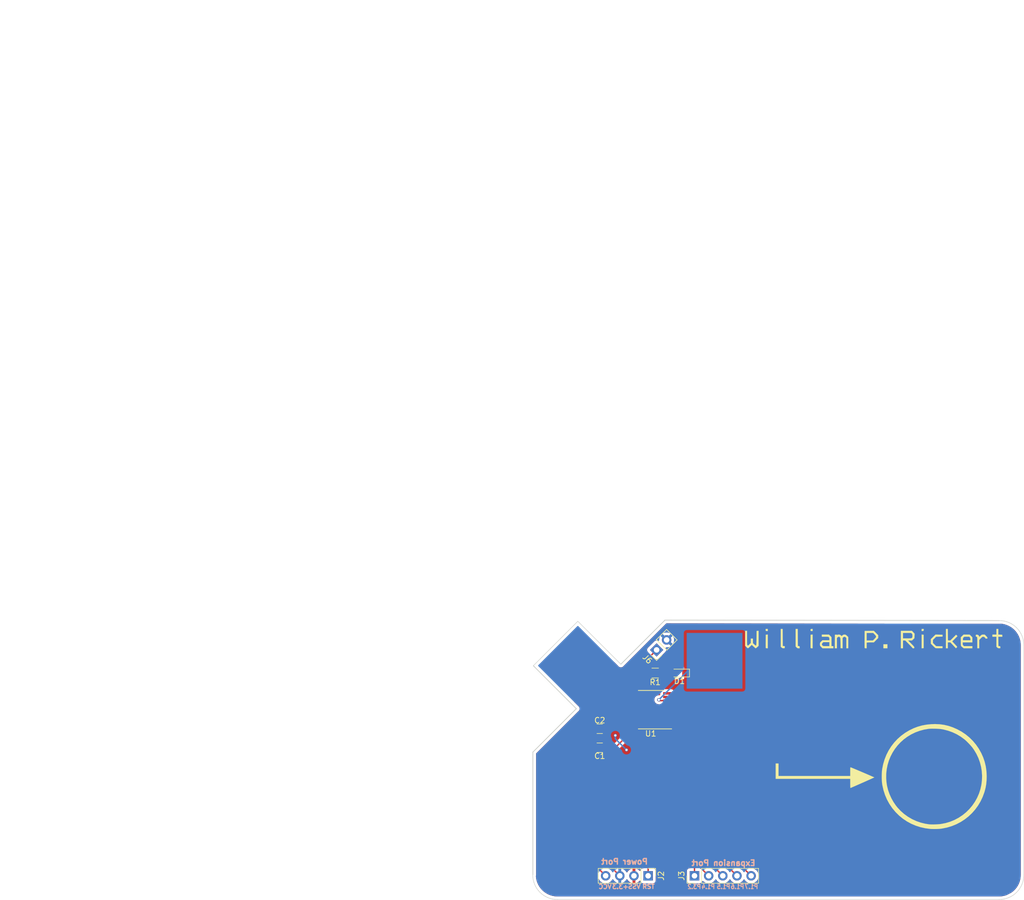
<source format=kicad_pcb>
(kicad_pcb (version 20171130) (host pcbnew 5.0.1)
  (layers (0 F.Cu signal) (31 B.Cu signal) (34 B.Paste user) (35 F.Paste user) (36 B.SilkS user) (37 F.SilkS user) (38 B.Mask user) (39 F.Mask user) (44 Edge.Cuts user))
  (net 0 "")
  (net 1 +3V3)
  (net 2 VCC)
  (net 3 "Net-(D1-Pad2)")
  (net 4 VSS)
  (net 5 D-)
  (net 6 D+)
  (net 7 RST)
  (net 8 P3.2)
  (net 9 P1.4)
  (net 10 P1.5)
  (net 11 P1.6)
  (net 12 P1.7)
  (net 13 Cap_button1)
  (net 14 Cap_button2)
  (net 15 "Net-(U1-Pad9)")
  (net 16 "Net-(U1-Pad10)")
  (net 17 "Net-(U1-Pad12)")
  (net 18 "Net-(U1-Pad13)")
  (net 19 "Net-(U1-Pad16)")
  (net 20 "Net-(U1-Pad17)")
  (net 21 "Net-(R1-Pad2)")
  (module NFCBuisness:Bottom (layer F.Cu) (at 160.8 153.8)
    (fp_text reference "" (at 0 0) (layer F.SilkS) (effects (font (size 1.27 1.27))))
    (fp_text value "" (at 0 0) (layer F.SilkS) (effects (font (size 1.27 1.27))))
    (fp_poly (pts (xy 15.559924 -1.183317) (xy 15.5612 -1.182263) (xy 15.599155 -1.12054) (xy 15.614352 -1.007175) (xy 15.612263 -0.871702) (xy 15.602045 -0.727738) (xy 15.583588 -0.647893) (xy 15.548737 -0.611619) (xy 15.504584 -0.600306) (xy 15.454854 -0.598365) (xy 15.426351 -0.621902) (xy 15.413189 -0.688416) (xy 15.409485 -0.815403) (xy 15.409334 -0.883558) (xy 15.417578 -1.071815) (xy 15.443869 -1.181466) (xy 15.49054 -1.217103) (xy 15.559924 -1.183317)) (layer F.Cu) (width 0.01))
    (fp_poly (pts (xy -1.669742 -1.183317) (xy -1.668466 -1.182263) (xy -1.630512 -1.12054) (xy -1.615315 -1.007175) (xy -1.617404 -0.871702) (xy -1.627621 -0.727738) (xy -1.646079 -0.647893) (xy -1.68093 -0.611619) (xy -1.725083 -0.600306) (xy -1.774813 -0.598365) (xy -1.803316 -0.621902) (xy -1.816478 -0.688416) (xy -1.820182 -0.815403) (xy -1.820333 -0.883558) (xy -1.812088 -1.071815) (xy -1.785797 -1.181466) (xy -1.739127 -1.217103) (xy -1.669742 -1.183317)) (layer F.Cu) (width 0.01))
    (fp_poly (pts (xy 9.144 -0.677334) (xy 8.085667 -0.677334) (xy 8.085667 -0.889) (xy 9.144 -0.889) (xy 9.144 -0.677334)) (layer F.Cu) (width 0.01))
    (fp_poly (pts (xy 15.613751 -1.987035) (xy 15.696206 -1.971248) (xy 15.771849 -1.930472) (xy 15.862504 -1.852874) (xy 15.98999 -1.726619) (xy 15.99264 -1.723945) (xy 16.256 -1.458223) (xy 16.256 -0.31485) (xy 16.011356 -0.072759) (xy 15.888311 0.046699) (xy 15.800269 0.118515) (xy 15.722262 0.154813) (xy 15.629317 0.167712) (xy 15.512614 0.169333) (xy 15.385224 0.167206) (xy 15.295487 0.152683) (xy 15.218628 0.113549) (xy 15.129874 0.037589) (xy 15.016425 -0.075311) (xy 14.774334 -0.319956) (xy 14.774334 -1.428551) (xy 14.986 -1.428551) (xy 14.986 -0.405372) (xy 15.164148 -0.223853) (xy 15.277096 -0.117916) (xy 15.367773 -0.06302) (xy 15.466218 -0.043628) (xy 15.515167 -0.042334) (xy 15.62531 -0.051762) (xy 15.715514 -0.090403) (xy 15.81582 -0.17379) (xy 15.866186 -0.223853) (xy 16.044334 -0.405372) (xy 16.044334 -1.372926) (xy 15.844842 -1.575463) (xy 15.686062 -1.714576) (xy 15.547722 -1.778127) (xy 15.41345 -1.766794) (xy 15.26687 -1.681259) (xy 15.175554 -1.603276) (xy 14.986 -1.428551) (xy 14.774334 -1.428551) (xy 14.774334 -1.511113) (xy 15.025191 -1.75039) (xy 15.1527 -1.869025) (xy 15.244309 -1.940141) (xy 15.32421 -1.975861) (xy 15.416597 -1.988308) (xy 15.502664 -1.989667) (xy 15.613751 -1.987035)) (layer F.Cu) (width 0.01))
    (fp_poly (pts (xy 13.846713 -1.890103) (xy 13.868188 -1.781364) (xy 13.879742 -1.608959) (xy 13.88444 -1.366758) (xy 13.885346 -1.048629) (xy 13.885334 -0.889) (xy 13.885108 -0.562952) (xy 13.88391 -0.311804) (xy 13.88096 -0.125793) (xy 13.875474 0.004846) (xy 13.866674 0.08988) (xy 13.853776 0.139071) (xy 13.836 0.162186) (xy 13.812566 0.16899) (xy 13.800667 0.169333) (xy 13.772215 0.166064) (xy 13.750971 0.149074) (xy 13.735885 0.107584) (xy 13.725904 0.030818) (xy 13.719978 -0.092) (xy 13.717055 -0.271649) (xy 13.716084 -0.518906) (xy 13.716 -0.6985) (xy 13.714621 -0.959196) (xy 13.71077 -1.18856) (xy 13.704876 -1.374075) (xy 13.697368 -1.503225) (xy 13.688674 -1.563492) (xy 13.686266 -1.566334) (xy 13.640645 -1.539322) (xy 13.559519 -1.470997) (xy 13.516543 -1.430652) (xy 13.428625 -1.350188) (xy 13.374825 -1.323309) (xy 13.330491 -1.342651) (xy 13.304279 -1.367246) (xy 13.272988 -1.406341) (xy 13.271049 -1.447462) (xy 13.306843 -1.505881) (xy 13.38875 -1.59687) (xy 13.48326 -1.693428) (xy 13.60031 -1.81104) (xy 13.692116 -1.895646) (xy 13.761742 -1.941112) (xy 13.812253 -1.941309) (xy 13.846713 -1.890103)) (layer F.Cu) (width 0.01))
    (fp_poly (pts (xy 12.345377 -1.987851) (xy 12.456347 -1.977585) (xy 12.531838 -1.951644) (xy 12.59644 -1.902799) (xy 12.649362 -1.850068) (xy 12.784667 -1.71047) (xy 12.784667 -0.900816) (xy 12.784412 -0.62031) (xy 12.782639 -0.411494) (xy 12.777834 -0.26139) (xy 12.768484 -0.157021) (xy 12.753076 -0.085411) (xy 12.730098 -0.033583) (xy 12.698035 0.01144) (xy 12.67507 0.039085) (xy 12.58728 0.133498) (xy 12.526596 0.163594) (xy 12.47266 0.135168) (xy 12.44497 0.104592) (xy 12.417174 0.047081) (xy 12.446363 -0.016098) (xy 12.48212 -0.056887) (xy 12.521117 -0.105725) (xy 12.5471 -0.16495) (xy 12.56266 -0.251695) (xy 12.570391 -0.383095) (xy 12.572885 -0.576284) (xy 12.573 -0.65757) (xy 12.573 -1.161517) (xy 12.328356 -0.919425) (xy 12.20436 -0.799467) (xy 12.11547 -0.727567) (xy 12.037402 -0.691438) (xy 11.94587 -0.678795) (xy 11.849827 -0.677334) (xy 11.705552 -0.683293) (xy 11.60967 -0.710233) (xy 11.526231 -0.771747) (xy 11.480638 -0.816933) (xy 11.406092 -0.90176) (xy 11.365412 -0.981106) (xy 11.348522 -1.085803) (xy 11.34537 -1.229398) (xy 11.557 -1.229398) (xy 11.581516 -1.052791) (xy 11.657432 -0.94188) (xy 11.788305 -0.89251) (xy 11.848249 -0.889) (xy 11.928849 -0.897059) (xy 12.006082 -0.928852) (xy 12.097533 -0.99581) (xy 12.220788 -1.109361) (xy 12.286188 -1.173615) (xy 12.439798 -1.335096) (xy 12.531207 -1.457919) (xy 12.565595 -1.554684) (xy 12.548148 -1.637994) (xy 12.502939 -1.700584) (xy 12.435618 -1.747736) (xy 12.328075 -1.771764) (xy 12.173086 -1.778) (xy 12.025325 -1.774382) (xy 11.927602 -1.753967) (xy 11.845328 -1.70242) (xy 11.743912 -1.605401) (xy 11.735148 -1.596481) (xy 11.631692 -1.482312) (xy 11.577963 -1.39063) (xy 11.5586 -1.28978) (xy 11.557 -1.229398) (xy 11.34537 -1.229398) (xy 11.345334 -1.231008) (xy 11.345334 -1.505484) (xy 11.589978 -1.747576) (xy 11.834622 -1.989667) (xy 12.17434 -1.989667) (xy 12.345377 -1.987851)) (layer F.Cu) (width 0.01))
    (fp_poly (pts (xy 11.091334 -1.778) (xy 9.821334 -1.778) (xy 9.821334 -1.312334) (xy 10.607151 -1.312334) (xy 10.849242 -1.06769) (xy 10.968904 -0.944252) (xy 11.040751 -0.855867) (xy 11.076976 -0.777859) (xy 11.089772 -0.68555) (xy 11.091334 -0.577714) (xy 11.088714 -0.453879) (xy 11.072873 -0.364472) (xy 11.031835 -0.284661) (xy 10.953625 -0.189613) (xy 10.852056 -0.081524) (xy 10.612779 0.169333) (xy 9.609667 0.169333) (xy 9.609667 -0.042334) (xy 10.523372 -0.042334) (xy 10.701519 -0.223853) (xy 10.806606 -0.340883) (xy 10.860623 -0.435487) (xy 10.878877 -0.537803) (xy 10.879667 -0.574694) (xy 10.871122 -0.677046) (xy 10.835893 -0.763179) (xy 10.759587 -0.8593) (xy 10.677129 -0.943509) (xy 10.474592 -1.143) (xy 9.609667 -1.143) (xy 9.609667 -1.989667) (xy 11.091334 -1.989667) (xy 11.091334 -1.778)) (layer F.Cu) (width 0.01))
    (fp_poly (pts (xy 7.62 -1.787138) (xy 7.615514 -1.679364) (xy 7.593373 -1.596927) (xy 7.540553 -1.515642) (xy 7.44403 -1.411324) (xy 7.387057 -1.354559) (xy 7.154115 -1.12451) (xy 7.387057 -0.889111) (xy 7.506117 -0.76442) (xy 7.575961 -0.673668) (xy 7.60949 -0.59326) (xy 7.619603 -0.499599) (xy 7.62 -0.462993) (xy 7.614441 -0.357903) (xy 7.588805 -0.275261) (xy 7.529649 -0.190329) (xy 7.423533 -0.078368) (xy 7.396419 -0.051471) (xy 7.172838 0.169333) (xy 6.790506 0.169333) (xy 6.607503 0.16792) (xy 6.487374 0.160008) (xy 6.408332 0.140087) (xy 6.348589 0.10265) (xy 6.286359 0.042185) (xy 6.285937 0.041745) (xy 6.211446 -0.041797) (xy 6.191139 -0.093384) (xy 6.218145 -0.13972) (xy 6.234811 -0.156954) (xy 6.289497 -0.200897) (xy 6.33825 -0.191869) (xy 6.404773 -0.135199) (xy 6.474273 -0.083839) (xy 6.561903 -0.05537) (xy 6.693358 -0.043744) (xy 6.79922 -0.042334) (xy 6.957301 -0.044828) (xy 7.059749 -0.059177) (xy 7.135584 -0.09568) (xy 7.213827 -0.164634) (xy 7.251575 -0.202869) (xy 7.34133 -0.311715) (xy 7.398052 -0.413051) (xy 7.408334 -0.456747) (xy 7.375031 -0.562302) (xy 7.290732 -0.682018) (xy 7.178846 -0.791977) (xy 7.062783 -0.86826) (xy 6.985258 -0.889) (xy 6.87843 -0.911662) (xy 6.813662 -0.954916) (xy 6.796888 -0.992015) (xy 6.810426 -1.041007) (xy 6.862537 -1.113899) (xy 6.961479 -1.222703) (xy 7.083645 -1.347436) (xy 7.215864 -1.484967) (xy 7.322138 -1.604136) (xy 7.390025 -1.690434) (xy 7.408334 -1.72602) (xy 7.382982 -1.749693) (xy 7.300967 -1.765632) (xy 7.153343 -1.774752) (xy 6.931169 -1.777968) (xy 6.900334 -1.778) (xy 6.392334 -1.778) (xy 6.392334 -1.989667) (xy 7.62 -1.989667) (xy 7.62 -1.787138)) (layer F.Cu) (width 0.01))
    (fp_poly (pts (xy 5.443572 -1.988161) (xy 5.554113 -1.978176) (xy 5.630697 -1.951506) (xy 5.698678 -1.899951) (xy 5.769909 -1.829132) (xy 5.860622 -1.728145) (xy 5.907434 -1.64117) (xy 5.924619 -1.531438) (xy 5.926667 -1.42533) (xy 5.926667 -1.182063) (xy 5.370087 -0.612198) (xy 4.813507 -0.042334) (xy 5.926667 -0.042334) (xy 5.926667 0.169333) (xy 5.205672 0.169333) (xy 4.937123 0.168304) (xy 4.741647 0.164544) (xy 4.607663 0.157043) (xy 4.523595 0.14479) (xy 4.477865 0.126776) (xy 4.4597 0.104246) (xy 4.476565 0.052813) (xy 4.549587 -0.047462) (xy 4.680526 -0.198629) (xy 4.871142 -0.40274) (xy 5.074862 -0.612736) (xy 5.286276 -0.828843) (xy 5.445299 -0.994489) (xy 5.559349 -1.119139) (xy 5.635848 -1.212257) (xy 5.682215 -1.283307) (xy 5.705869 -1.341754) (xy 5.714231 -1.397062) (xy 5.715 -1.42927) (xy 5.689351 -1.590867) (xy 5.607893 -1.699381) (xy 5.463861 -1.760013) (xy 5.261436 -1.778) (xy 5.003829 -1.778) (xy 4.791033 -1.545167) (xy 4.644115 -1.399077) (xy 4.537014 -1.325532) (xy 4.47047 -1.324823) (xy 4.445225 -1.397241) (xy 4.445 -1.408909) (xy 4.478755 -1.49819) (xy 4.575857 -1.627046) (xy 4.689644 -1.747576) (xy 4.934289 -1.989667) (xy 5.27372 -1.989667) (xy 5.443572 -1.988161)) (layer F.Cu) (width 0.01))
    (fp_poly (pts (xy 4.191 -1.778) (xy 2.916576 -1.778) (xy 2.929371 -1.55575) (xy 2.942167 -1.3335) (xy 3.758177 -1.309382) (xy 3.974588 -1.080559) (xy 4.08541 -0.960248) (xy 4.149975 -0.872349) (xy 4.180774 -0.788306) (xy 4.1903 -0.679564) (xy 4.191 -0.585845) (xy 4.191 -0.319956) (xy 3.948909 -0.075311) (xy 3.706817 0.169333) (xy 2.709334 0.169333) (xy 2.709334 -0.042334) (xy 3.623039 -0.042334) (xy 3.801186 -0.223853) (xy 3.903998 -0.336863) (xy 3.957611 -0.427383) (xy 3.977356 -0.527736) (xy 3.979334 -0.599461) (xy 3.972857 -0.715384) (xy 3.943019 -0.80119) (xy 3.874204 -0.887261) (xy 3.789779 -0.968276) (xy 3.600225 -1.143) (xy 2.709334 -1.143) (xy 2.709334 -1.989667) (xy 4.191 -1.989667) (xy 4.191 -1.778)) (layer F.Cu) (width 0.01))
    (fp_poly (pts (xy 1.570296 -1.74263) (xy 1.636098 -1.701324) (xy 1.738745 -1.61327) (xy 1.814463 -1.543808) (xy 2.074334 -1.303214) (xy 2.074334 -0.319956) (xy 1.832242 -0.075311) (xy 1.685084 0.065405) (xy 1.580904 0.143469) (xy 1.510735 0.163089) (xy 1.465608 0.128472) (xy 1.453353 0.102473) (xy 1.469417 0.02894) (xy 1.556299 -0.089401) (xy 1.645182 -0.184609) (xy 1.862667 -0.40483) (xy 1.862667 -1.203838) (xy 1.641896 -1.427386) (xy 1.530149 -1.543769) (xy 1.471192 -1.618184) (xy 1.456378 -1.666926) (xy 1.477062 -1.706288) (xy 1.487859 -1.717668) (xy 1.525997 -1.745356) (xy 1.570296 -1.74263)) (layer F.Cu) (width 0.01))
    (fp_poly (pts (xy 0.116417 -1.980216) (xy 0.740834 -1.9685) (xy 0.753142 -1.799167) (xy 0.75456 -1.711295) (xy 0.736108 -1.639069) (xy 0.686079 -1.562149) (xy 0.592765 -1.460195) (xy 0.510843 -1.378265) (xy 0.256236 -1.126696) (xy 0.509118 -0.863346) (xy 0.660064 -0.694531) (xy 0.744705 -0.559343) (xy 0.763363 -0.439171) (xy 0.716364 -0.315404) (xy 0.604029 -0.169431) (xy 0.522723 -0.081524) (xy 0.283446 0.169333) (xy -0.090443 0.169333) (xy -0.272623 0.167545) (xy -0.393318 0.158429) (xy -0.475691 0.136355) (xy -0.542907 0.095695) (xy -0.602582 0.044877) (xy -0.685875 -0.034811) (xy -0.712575 -0.084593) (xy -0.690774 -0.129189) (xy -0.667622 -0.153822) (xy -0.612175 -0.200444) (xy -0.564694 -0.193947) (xy -0.495561 -0.135199) (xy -0.425388 -0.083499) (xy -0.336724 -0.055016) (xy -0.203621 -0.043586) (xy -0.104707 -0.042334) (xy 0.05197 -0.044814) (xy 0.154748 -0.05997) (xy 0.234389 -0.099374) (xy 0.321653 -0.174599) (xy 0.368814 -0.220481) (xy 0.466237 -0.326639) (xy 0.532122 -0.418613) (xy 0.550334 -0.465667) (xy 0.519682 -0.534873) (xy 0.442245 -0.63242) (xy 0.339797 -0.736972) (xy 0.234115 -0.827193) (xy 0.146973 -0.881748) (xy 0.118277 -0.889) (xy -0.009563 -0.903408) (xy -0.071258 -0.949125) (xy -0.065978 -1.029895) (xy 0.00711 -1.149458) (xy 0.148837 -1.311557) (xy 0.230734 -1.394915) (xy 0.358552 -1.526895) (xy 0.457198 -1.63844) (xy 0.515036 -1.715763) (xy 0.524569 -1.743106) (xy 0.476227 -1.756667) (xy 0.360573 -1.767768) (xy 0.19495 -1.775262) (xy -0.002498 -1.778) (xy -0.508 -1.778) (xy -0.508 -1.991931) (xy 0.116417 -1.980216)) (layer F.Cu) (width 0.01))
    (fp_poly (pts (xy -1.60719 -1.986411) (xy -1.527099 -1.968681) (xy -1.450513 -1.924535) (xy -1.356081 -1.842033) (xy -1.237027 -1.723945) (xy -0.973666 -1.458223) (xy -0.973666 -0.31485) (xy -1.218311 -0.072759) (xy -1.341356 0.046699) (xy -1.429397 0.118515) (xy -1.507405 0.154813) (xy -1.60035 0.167712) (xy -1.717053 0.169333) (xy -1.844442 0.167206) (xy -1.93418 0.152683) (xy -2.011039 0.113549) (xy -2.099793 0.037589) (xy -2.213242 -0.075311) (xy -2.455333 -0.319956) (xy -2.455333 -1.379017) (xy -2.243666 -1.379017) (xy -2.243666 -0.405372) (xy -2.065519 -0.223853) (xy -1.952571 -0.117916) (xy -1.861894 -0.06302) (xy -1.763448 -0.043628) (xy -1.7145 -0.042334) (xy -1.604357 -0.051762) (xy -1.514152 -0.090403) (xy -1.413847 -0.17379) (xy -1.363481 -0.223853) (xy -1.185333 -0.405372) (xy -1.185333 -1.372926) (xy -1.384825 -1.575463) (xy -1.537692 -1.711984) (xy -1.667057 -1.775225) (xy -1.790817 -1.76527) (xy -1.926871 -1.682202) (xy -2.041129 -1.578509) (xy -2.243666 -1.379017) (xy -2.455333 -1.379017) (xy -2.455333 -1.462946) (xy -2.189611 -1.726307) (xy -2.059157 -1.852929) (xy -1.966229 -1.930714) (xy -1.889322 -1.971523) (xy -1.806935 -1.987215) (xy -1.712138 -1.989667) (xy -1.60719 -1.986411)) (layer F.Cu) (width 0.01))
    (fp_poly (pts (xy -2.709333 -1.789811) (xy -2.713809 -1.685263) (xy -2.735598 -1.603626) (xy -2.787243 -1.521872) (xy -2.881287 -1.416971) (xy -2.951425 -1.345311) (xy -3.193516 -1.100667) (xy -2.951425 -0.856023) (xy -2.798963 -0.687275) (xy -2.716714 -0.548404) (xy -2.704736 -0.421889) (xy -2.763085 -0.290211) (xy -2.891818 -0.135846) (xy -2.953977 -0.072759) (xy -3.198622 0.169333) (xy -3.559891 0.169333) (xy -3.73738 0.167654) (xy -3.853052 0.158598) (xy -3.929748 0.136139) (xy -3.990306 0.09425) (xy -4.043396 0.041745) (xy -4.117887 -0.041797) (xy -4.138194 -0.093384) (xy -4.111188 -0.13972) (xy -4.094522 -0.156954) (xy -4.039836 -0.200897) (xy -3.991083 -0.191869) (xy -3.924561 -0.135199) (xy -3.84988 -0.081286) (xy -3.754208 -0.052782) (xy -3.609992 -0.042768) (xy -3.554874 -0.042334) (xy -3.403638 -0.045621) (xy -3.30357 -0.064271) (xy -3.221201 -0.111464) (xy -3.123062 -0.200382) (xy -3.102519 -0.220481) (xy -3.005096 -0.326639) (xy -2.939211 -0.418613) (xy -2.921 -0.465667) (xy -2.952682 -0.5393) (xy -3.032949 -0.63865) (xy -3.139633 -0.742935) (xy -3.250568 -0.831368) (xy -3.343585 -0.883167) (xy -3.372502 -0.889) (xy -3.471478 -0.918998) (xy -3.515671 -0.954916) (xy -3.532445 -0.992015) (xy -3.518907 -1.041007) (xy -3.466797 -1.113899) (xy -3.367854 -1.222703) (xy -3.245688 -1.347436) (xy -3.113469 -1.484967) (xy -3.007195 -1.604136) (xy -2.939309 -1.690434) (xy -2.921 -1.72602) (xy -2.946351 -1.749693) (xy -3.028367 -1.765632) (xy -3.17599 -1.774752) (xy -3.398164 -1.777968) (xy -3.429 -1.778) (xy -3.937 -1.778) (xy -3.937 -1.989667) (xy -2.709333 -1.989667) (xy -2.709333 -1.789811)) (layer F.Cu) (width 0.01))
    (fp_poly (pts (xy -4.827447 -1.682244) (xy -4.826 -1.659992) (xy -4.854684 -1.593819) (xy -4.929952 -1.492531) (xy -5.035627 -1.377846) (xy -5.037666 -1.375834) (xy -5.249333 -1.16735) (xy -5.249333 -0.398984) (xy -5.037666 -0.1905) (xy -4.915462 -0.055335) (xy -4.843373 0.056259) (xy -4.825796 0.134238) (xy -4.867127 0.168562) (xy -4.880139 0.169333) (xy -4.932596 0.140912) (xy -5.026494 0.064989) (xy -5.145095 -0.044429) (xy -5.197639 -0.096389) (xy -5.461 -0.362112) (xy -5.461 -1.246379) (xy -5.218908 -1.491023) (xy -5.062941 -1.63463) (xy -4.942879 -1.715585) (xy -4.862966 -1.732065) (xy -4.827447 -1.682244)) (layer F.Cu) (width 0.01))
    (fp_poly (pts (xy 0.059394 0.821818) (xy 0.08422 0.890663) (xy 0.084667 0.910166) (xy 0.067182 0.990727) (xy -0.001663 1.015553) (xy -0.021166 1.016) (xy -0.101727 0.998515) (xy -0.126553 0.92967) (xy -0.127 0.910166) (xy -0.109515 0.829605) (xy -0.04067 0.80478) (xy -0.021166 0.804333) (xy 0.059394 0.821818)) (layer F.Cu) (width 0.01))
    (fp_poly (pts (xy -8.491939 0.821818) (xy -8.467113 0.890663) (xy -8.466666 0.910166) (xy -8.484151 0.990727) (xy -8.552996 1.015553) (xy -8.5725 1.016) (xy -8.653061 0.998515) (xy -8.677886 0.92967) (xy -8.678333 0.910166) (xy -8.660848 0.829605) (xy -8.592003 0.80478) (xy -8.5725 0.804333) (xy -8.491939 0.821818)) (layer F.Cu) (width 0.01))
    (fp_poly (pts (xy -13.656606 0.821818) (xy -13.63178 0.890663) (xy -13.631333 0.910166) (xy -13.648818 0.990727) (xy -13.717663 1.015553) (xy -13.737166 1.016) (xy -13.817727 0.998515) (xy -13.842553 0.92967) (xy -13.843 0.910166) (xy -13.825515 0.829605) (xy -13.75667 0.80478) (xy -13.737166 0.804333) (xy -13.656606 0.821818)) (layer F.Cu) (width 0.01))
    (fp_poly (pts (xy -2.921 2.074333) (xy -3.979333 2.074333) (xy -3.979333 1.862666) (xy -2.921 1.862666) (xy -2.921 2.074333)) (layer F.Cu) (width 0.01))
    (fp_poly (pts (xy 13.862133 1.440737) (xy 13.978198 1.449158) (xy 14.055031 1.470906) (xy 14.11535 1.512294) (xy 14.179325 1.576916) (xy 14.23452 1.638417) (xy 14.27118 1.694964) (xy 14.293107 1.76501) (xy 14.304099 1.86701) (xy 14.307959 2.019416) (xy 14.308471 2.203996) (xy 14.307789 2.414512) (xy 14.303208 2.558179) (xy 14.291228 2.652815) (xy 14.268347 2.716235) (xy 14.231065 2.766258) (xy 14.189934 2.807246) (xy 14.1274 2.861448) (xy 14.063399 2.895025) (xy 13.976202 2.912874) (xy 13.844078 2.919892) (xy 13.685182 2.921) (xy 13.49755 2.918946) (xy 13.372083 2.909605) (xy 13.286317 2.888209) (xy 13.217788 2.849989) (xy 13.168915 2.811403) (xy 13.038667 2.701807) (xy 13.038667 2.205494) (xy 13.250334 2.205494) (xy 13.251894 2.398351) (xy 13.258964 2.524846) (xy 13.275124 2.60326) (xy 13.303956 2.651875) (xy 13.34442 2.685766) (xy 13.455903 2.729827) (xy 13.610822 2.7511) (xy 13.777675 2.749779) (xy 13.92496 2.726059) (xy 14.019583 2.681605) (xy 14.056641 2.634984) (xy 14.079734 2.564445) (xy 14.091771 2.451777) (xy 14.095662 2.278769) (xy 14.095654 2.205355) (xy 14.091476 1.979768) (xy 14.07421 1.825357) (xy 14.03412 1.7287) (xy 13.961466 1.676373) (xy 13.846511 1.654951) (xy 13.6935 1.651) (xy 13.513108 1.656246) (xy 13.389583 1.680901) (xy 13.312237 1.738341) (xy 13.27038 1.84194) (xy 13.253321 2.005074) (xy 13.250334 2.205494) (xy 13.038667 2.205494) (xy 13.038667 1.709942) (xy 13.178266 1.574637) (xy 13.250053 1.509203) (xy 13.315426 1.469205) (xy 13.397749 1.448394) (xy 13.520385 1.440521) (xy 13.68412 1.439333) (xy 13.862133 1.440737)) (layer F.Cu) (width 0.01))
    (fp_poly (pts (xy 16.018627 1.506713) (xy 16.112067 1.583266) (xy 16.256 1.7272) (xy 16.256 2.963333) (xy 16.044334 2.963333) (xy 16.044334 2.377227) (xy 16.043117 2.138877) (xy 16.038319 1.970579) (xy 16.028219 1.857737) (xy 16.011094 1.785757) (xy 15.985222 1.740044) (xy 15.966917 1.721061) (xy 15.854749 1.657288) (xy 15.750026 1.677598) (xy 15.69235 1.726992) (xy 15.662747 1.7764) (xy 15.641491 1.857939) (xy 15.626852 1.985462) (xy 15.6171 2.172821) (xy 15.611706 2.372575) (xy 15.606361 2.601653) (xy 15.599875 2.759712) (xy 15.589744 2.860392) (xy 15.573461 2.91733) (xy 15.548522 2.944163) (xy 15.51242 2.95453) (xy 15.504584 2.955694) (xy 15.466245 2.958671) (xy 15.439884 2.946109) (xy 15.423256 2.904975) (xy 15.414119 2.822234) (xy 15.410231 2.684853) (xy 15.409348 2.479797) (xy 15.409334 2.402156) (xy 15.408524 2.171877) (xy 15.404543 2.010593) (xy 15.39506 1.902638) (xy 15.377749 1.832344) (xy 15.350278 1.784045) (xy 15.311355 1.743045) (xy 15.213844 1.667924) (xy 15.138924 1.661447) (xy 15.061865 1.72205) (xy 15.05735 1.726992) (xy 15.027747 1.7764) (xy 15.006491 1.857939) (xy 14.991852 1.985462) (xy 14.9821 2.172821) (xy 14.976706 2.372575) (xy 14.971361 2.601653) (xy 14.964875 2.759712) (xy 14.954744 2.860392) (xy 14.938461 2.91733) (xy 14.913522 2.944163) (xy 14.87742 2.95453) (xy 14.869584 2.955694) (xy 14.774334 2.969221) (xy 14.774334 1.451824) (xy 15.058843 1.446976) (xy 15.226358 1.449456) (xy 15.334896 1.467432) (xy 15.409529 1.506206) (xy 15.432687 1.526054) (xy 15.499346 1.582359) (xy 15.543479 1.580206) (xy 15.599239 1.524656) (xy 15.720178 1.447383) (xy 15.865604 1.442045) (xy 16.018627 1.506713)) (layer F.Cu) (width 0.01))
    (fp_poly (pts (xy 12.19571 1.448237) (xy 12.381672 1.45521) (xy 12.499411 1.465105) (xy 12.56536 1.482211) (xy 12.595951 1.510816) (xy 12.607617 1.555208) (xy 12.607694 1.55575) (xy 12.610161 1.601282) (xy 12.591185 1.629359) (xy 12.534917 1.644195) (xy 12.425511 1.650004) (xy 12.249464 1.651) (xy 11.877705 1.651) (xy 11.696186 1.829147) (xy 11.590231 1.942126) (xy 11.535331 2.032835) (xy 11.515952 2.131296) (xy 11.514667 2.179988) (xy 11.522801 2.283527) (xy 11.556803 2.369399) (xy 11.631076 2.464069) (xy 11.717204 2.552174) (xy 11.919742 2.751666) (xy 12.270482 2.751666) (xy 12.441888 2.752824) (xy 12.544897 2.759362) (xy 12.595775 2.775874) (xy 12.610789 2.806955) (xy 12.607694 2.846916) (xy 12.595517 2.892763) (xy 12.563488 2.921835) (xy 12.494584 2.938878) (xy 12.37178 2.948633) (xy 12.221832 2.954426) (xy 11.849496 2.966685) (xy 11.303 2.441913) (xy 11.303 2.193066) (xy 11.30531 2.069206) (xy 11.320156 1.980269) (xy 11.359413 1.90209) (xy 11.434954 1.810498) (xy 11.550127 1.690097) (xy 11.797254 1.435974) (xy 12.19571 1.448237)) (layer F.Cu) (width 0.01))
    (fp_poly (pts (xy 10.44807 2.741083) (xy 10.435167 2.942166) (xy 10.234084 2.955069) (xy 10.033 2.967972) (xy 10.033 2.54) (xy 10.460972 2.54) (xy 10.44807 2.741083)) (layer F.Cu) (width 0.01))
    (fp_poly (pts (xy 8.668665 0.80829) (xy 8.700219 0.83205) (xy 8.715442 0.893447) (xy 8.720278 1.010316) (xy 8.720667 1.121833) (xy 8.720667 1.439333) (xy 8.932334 1.439333) (xy 9.057956 1.442764) (xy 9.120625 1.460275) (xy 9.141995 1.502693) (xy 9.144 1.545166) (xy 9.137192 1.607838) (xy 9.102371 1.639191) (xy 9.017944 1.649956) (xy 8.931069 1.651) (xy 8.718137 1.651) (xy 8.729985 2.19075) (xy 8.735501 2.412793) (xy 8.742355 2.564207) (xy 8.753261 2.659017) (xy 8.770934 2.711248) (xy 8.79809 2.734927) (xy 8.837084 2.744027) (xy 8.913388 2.781667) (xy 8.932334 2.860444) (xy 8.916848 2.935715) (xy 8.853573 2.961801) (xy 8.812713 2.963333) (xy 8.685791 2.928544) (xy 8.601046 2.865354) (xy 8.563347 2.818999) (xy 8.53759 2.763818) (xy 8.521528 2.683793) (xy 8.512913 2.562905) (xy 8.5095 2.385135) (xy 8.509 2.209188) (xy 8.509 1.651) (xy 8.297334 1.651) (xy 8.171711 1.647568) (xy 8.109042 1.630057) (xy 8.087672 1.58764) (xy 8.085667 1.545166) (xy 8.092529 1.482355) (xy 8.127552 1.45102) (xy 8.212387 1.440335) (xy 8.297334 1.439333) (xy 8.509 1.439333) (xy 8.509 1.121833) (xy 8.510319 0.960339) (xy 8.518239 0.865675) (xy 8.538705 0.820007) (xy 8.577661 0.8055) (xy 8.614834 0.804333) (xy 8.668665 0.80829)) (layer F.Cu) (width 0.01))
    (fp_poly (pts (xy 7.15734 1.489542) (xy 7.293909 1.599868) (xy 7.382529 1.699639) (xy 7.43936 1.780937) (xy 7.450667 1.811534) (xy 7.419483 1.856185) (xy 7.343116 1.859408) (xy 7.247342 1.82596) (xy 7.157937 1.7606) (xy 7.154334 1.756833) (xy 7.069808 1.684468) (xy 6.998357 1.651234) (xy 6.994079 1.651) (xy 6.931603 1.6767) (xy 6.829656 1.743624) (xy 6.726292 1.824275) (xy 6.519334 1.99755) (xy 6.519334 2.963333) (xy 6.307667 2.963333) (xy 6.307667 2.32437) (xy 6.307037 2.078869) (xy 6.304039 1.905046) (xy 6.29701 1.789915) (xy 6.284287 1.720489) (xy 6.264206 1.683783) (xy 6.235105 1.666812) (xy 6.223 1.663266) (xy 6.15337 1.614135) (xy 6.133458 1.538451) (xy 6.161535 1.469193) (xy 6.234747 1.439333) (xy 6.345599 1.464092) (xy 6.448142 1.524491) (xy 6.511661 1.59971) (xy 6.519334 1.632233) (xy 6.530772 1.684332) (xy 6.571235 1.677083) (xy 6.649941 1.606899) (xy 6.688667 1.566333) (xy 6.835819 1.458046) (xy 6.993842 1.432549) (xy 7.15734 1.489542)) (layer F.Cu) (width 0.01))
    (fp_poly (pts (xy 5.226872 1.440726) (xy 5.338796 1.450201) (xy 5.415825 1.475699) (xy 5.482846 1.525161) (xy 5.558242 1.599868) (xy 5.64581 1.696348) (xy 5.692773 1.778783) (xy 5.711657 1.880901) (xy 5.715 2.021936) (xy 5.715 2.28347) (xy 4.6355 2.307166) (xy 4.62168 2.427992) (xy 4.64582 2.569252) (xy 4.703142 2.650242) (xy 4.750911 2.69509) (xy 4.805324 2.724343) (xy 4.884519 2.741306) (xy 5.006632 2.749287) (xy 5.189801 2.751589) (xy 5.259657 2.751666) (xy 5.461715 2.752315) (xy 5.593467 2.756297) (xy 5.669271 2.766668) (xy 5.703486 2.786483) (xy 5.710473 2.818797) (xy 5.707361 2.846916) (xy 5.697315 2.888158) (xy 5.671173 2.915907) (xy 5.61402 2.933404) (xy 5.510943 2.943893) (xy 5.347028 2.950614) (xy 5.214023 2.954169) (xy 4.734212 2.966172) (xy 4.402667 2.634627) (xy 4.402667 1.954712) (xy 4.614334 1.954712) (xy 4.614334 2.074333) (xy 5.503334 2.074333) (xy 5.503334 1.956752) (xy 5.47899 1.830915) (xy 5.437433 1.745086) (xy 5.389556 1.693308) (xy 5.32184 1.664711) (xy 5.210475 1.652832) (xy 5.090911 1.651) (xy 4.867637 1.671753) (xy 4.715846 1.735127) (xy 4.632917 1.842792) (xy 4.614334 1.954712) (xy 4.402667 1.954712) (xy 4.402667 1.778243) (xy 4.55576 1.608788) (xy 4.708852 1.439333) (xy 5.055168 1.439333) (xy 5.226872 1.440726)) (layer F.Cu) (width 0.01))
    (fp_poly (pts (xy 2.921 2.074333) (xy 3.076478 2.074333) (xy 3.153414 2.068207) (xy 3.223001 2.04217) (xy 3.301422 1.984731) (xy 3.404857 1.884399) (xy 3.526202 1.754999) (xy 3.659446 1.612128) (xy 3.749182 1.523575) (xy 3.80845 1.480643) (xy 3.85029 1.474635) (xy 3.887741 1.496855) (xy 3.898742 1.506521) (xy 3.931984 1.542599) (xy 3.938669 1.580826) (xy 3.911134 1.635563) (xy 3.841717 1.72117) (xy 3.722757 1.852007) (xy 3.703018 1.873341) (xy 3.584808 2.003802) (xy 3.492216 2.111284) (xy 3.437935 2.180771) (xy 3.429 2.19757) (xy 3.455772 2.239075) (xy 3.52771 2.327437) (xy 3.632243 2.447581) (xy 3.70192 2.524863) (xy 3.833856 2.675131) (xy 3.909976 2.777556) (xy 3.936553 2.841855) (xy 3.926286 2.872447) (xy 3.874853 2.909069) (xy 3.818073 2.908809) (xy 3.744231 2.864472) (xy 3.641611 2.768863) (xy 3.498497 2.614786) (xy 3.488343 2.6035) (xy 3.351702 2.4554) (xy 3.253004 2.361293) (xy 3.176663 2.309569) (xy 3.107094 2.288623) (xy 3.062027 2.286) (xy 2.921 2.286) (xy 2.921 2.624666) (xy 2.919872 2.792631) (xy 2.91289 2.893205) (xy 2.894655 2.943662) (xy 2.859769 2.961278) (xy 2.815167 2.963333) (xy 2.709334 2.963333) (xy 2.709334 0.804333) (xy 2.921 0.804333) (xy 2.921 2.074333)) (layer F.Cu) (width 0.01))
    (fp_poly (pts (xy 1.868133 1.44826) (xy 2.053612 1.455244) (xy 2.170907 1.465187) (xy 2.236486 1.482405) (xy 2.266823 1.511212) (xy 2.278361 1.55575) (xy 2.280828 1.601282) (xy 2.261851 1.629359) (xy 2.205584 1.644195) (xy 2.096177 1.650004) (xy 1.92013 1.651) (xy 1.548372 1.651) (xy 1.366853 1.829147) (xy 1.26202 1.940195) (xy 1.207332 2.028931) (xy 1.187255 2.12647) (xy 1.185334 2.192688) (xy 1.191934 2.301494) (xy 1.221787 2.384834) (xy 1.289969 2.470489) (xy 1.386417 2.563193) (xy 1.5875 2.748304) (xy 1.939694 2.749985) (xy 2.111537 2.75197) (xy 2.214948 2.759001) (xy 2.266159 2.775727) (xy 2.281407 2.806793) (xy 2.278361 2.846916) (xy 2.266183 2.892763) (xy 2.234155 2.921835) (xy 2.16525 2.938878) (xy 2.042447 2.948633) (xy 1.892498 2.954426) (xy 1.520163 2.966685) (xy 0.973667 2.441913) (xy 0.973667 2.187849) (xy 0.975735 2.061631) (xy 0.989946 1.972196) (xy 1.028306 1.895281) (xy 1.102824 1.80662) (xy 1.22255 1.684903) (xy 1.471433 1.43602) (xy 1.868133 1.44826)) (layer F.Cu) (width 0.01))
    (fp_poly (pts (xy 0.084667 2.201333) (xy 0.084137 2.472799) (xy 0.081774 2.671022) (xy 0.076412 2.807424) (xy 0.06689 2.893427) (xy 0.052043 2.940452) (xy 0.030709 2.95992) (xy 0.007056 2.963333) (xy -0.073438 2.949512) (xy -0.098778 2.935111) (xy -0.107992 2.885498) (xy -0.115946 2.76554) (xy -0.12211 2.589558) (xy -0.125953 2.37187) (xy -0.127 2.173111) (xy -0.127 1.439333) (xy 0.084667 1.439333) (xy 0.084667 2.201333)) (layer F.Cu) (width 0.01))
    (fp_poly (pts (xy -1.436097 1.486378) (xy -1.320638 1.578932) (xy -1.238583 1.678453) (xy -1.190535 1.765474) (xy -1.185333 1.790598) (xy -1.214449 1.849989) (xy -1.285571 1.859919) (xy -1.374365 1.823529) (xy -1.446896 1.756833) (xy -1.544584 1.671993) (xy -1.652109 1.661303) (xy -1.777778 1.726139) (xy -1.894646 1.83095) (xy -2.071255 2.010901) (xy -2.083377 2.476534) (xy -2.08957 2.680276) (xy -2.097731 2.814514) (xy -2.111255 2.894394) (xy -2.133536 2.935067) (xy -2.16797 2.951682) (xy -2.19075 2.955694) (xy -2.227772 2.958722) (xy -2.253691 2.947172) (xy -2.270487 2.908518) (xy -2.280138 2.830231) (xy -2.284625 2.699783) (xy -2.285925 2.504646) (xy -2.286 2.352803) (xy -2.286805 2.111064) (xy -2.290394 1.940073) (xy -2.298526 1.825917) (xy -2.312963 1.754683) (xy -2.335462 1.712458) (xy -2.367786 1.685329) (xy -2.370666 1.683508) (xy -2.439939 1.609208) (xy -2.456509 1.525168) (xy -2.421901 1.459579) (xy -2.357482 1.439333) (xy -2.260268 1.466754) (xy -2.160697 1.532721) (xy -2.090004 1.612787) (xy -2.074333 1.660953) (xy -2.048083 1.664019) (xy -1.981273 1.616928) (xy -1.934734 1.574637) (xy -1.77068 1.462063) (xy -1.601864 1.432662) (xy -1.436097 1.486378)) (layer F.Cu) (width 0.01))
    (fp_poly (pts (xy -4.783628 1.450063) (xy -4.629698 1.535556) (xy -4.558181 1.601141) (xy -4.400179 1.76295) (xy -4.412006 2.352558) (xy -4.417222 2.586256) (xy -4.423471 2.748693) (xy -4.43313 2.853264) (xy -4.448578 2.913363) (xy -4.472194 2.942386) (xy -4.506354 2.953727) (xy -4.519083 2.955694) (xy -4.557421 2.958671) (xy -4.583783 2.946109) (xy -4.600411 2.904975) (xy -4.609547 2.822234) (xy -4.613436 2.684853) (xy -4.614319 2.479797) (xy -4.614333 2.402156) (xy -4.615143 2.171877) (xy -4.619124 2.010593) (xy -4.628606 1.902638) (xy -4.645918 1.832344) (xy -4.673388 1.784045) (xy -4.712312 1.743045) (xy -4.809823 1.667924) (xy -4.884743 1.661447) (xy -4.961802 1.72205) (xy -4.966316 1.726992) (xy -4.995919 1.7764) (xy -5.017175 1.857939) (xy -5.031814 1.985462) (xy -5.041567 2.172821) (xy -5.046961 2.372575) (xy -5.058833 2.942166) (xy -5.2705 2.942166) (xy -5.282372 2.372575) (xy -5.289485 2.128063) (xy -5.300115 1.954346) (xy -5.315993 1.837571) (xy -5.338849 1.763887) (xy -5.363017 1.726992) (xy -5.447097 1.661449) (xy -5.528289 1.669382) (xy -5.622954 1.748978) (xy -5.660653 1.795333) (xy -5.68641 1.850514) (xy -5.702472 1.930539) (xy -5.711087 2.051428) (xy -5.7145 2.229198) (xy -5.715 2.405145) (xy -5.71567 2.631597) (xy -5.719058 2.786798) (xy -5.72723 2.88416) (xy -5.742253 2.937095) (xy -5.766192 2.959015) (xy -5.800995 2.963333) (xy -5.880737 2.939753) (xy -5.90792 2.908791) (xy -5.914268 2.84979) (xy -5.918408 2.721604) (xy -5.920149 2.539691) (xy -5.919301 2.319506) (xy -5.917175 2.157374) (xy -5.9055 1.4605) (xy -5.632484 1.450459) (xy -5.472805 1.449435) (xy -5.369836 1.464869) (xy -5.296264 1.502766) (xy -5.262067 1.531921) (xy -5.164666 1.623425) (xy -5.066688 1.531379) (xy -4.929426 1.448652) (xy -4.783628 1.450063)) (layer F.Cu) (width 0.01))
    (fp_poly (pts (xy -8.466666 2.963333) (xy -8.678333 2.963333) (xy -8.678333 1.439333) (xy -8.466666 1.439333) (xy -8.466666 2.963333)) (layer F.Cu) (width 0.01))
    (fp_poly (pts (xy -10.192545 1.767416) (xy -10.188722 2.076538) (xy -10.184761 2.31139) (xy -10.179527 2.482364) (xy -10.171885 2.599852) (xy -10.160701 2.674245) (xy -10.14484 2.715935) (xy -10.123168 2.735313) (xy -10.094551 2.74277) (xy -10.085916 2.744027) (xy -10.009612 2.781667) (xy -9.990666 2.860444) (xy -10.006152 2.935715) (xy -10.069427 2.961801) (xy -10.110287 2.963333) (xy -10.237209 2.928544) (xy -10.321954 2.865354) (xy -10.351316 2.830919) (xy -10.373665 2.790795) (xy -10.389958 2.733778) (xy -10.401148 2.648664) (xy -10.408192 2.524251) (xy -10.412046 2.349334) (xy -10.413663 2.11271) (xy -10.413999 1.803174) (xy -10.414 1.785854) (xy -10.414 0.804333) (xy -10.203923 0.804333) (xy -10.192545 1.767416)) (layer F.Cu) (width 0.01))
    (fp_poly (pts (xy -11.928211 1.767416) (xy -11.924389 2.076538) (xy -11.920427 2.31139) (xy -11.915193 2.482364) (xy -11.907551 2.599852) (xy -11.896368 2.674245) (xy -11.880507 2.715935) (xy -11.858835 2.735313) (xy -11.830217 2.74277) (xy -11.821583 2.744027) (xy -11.745279 2.781667) (xy -11.726333 2.860444) (xy -11.756237 2.939038) (xy -11.832558 2.965295) (xy -11.935215 2.939278) (xy -12.044122 2.861051) (xy -12.045757 2.859424) (xy -12.149666 2.755515) (xy -12.149666 0.804333) (xy -11.939589 0.804333) (xy -11.928211 1.767416)) (layer F.Cu) (width 0.01))
    (fp_poly (pts (xy -13.64094 2.19075) (xy -13.645378 2.459343) (xy -13.650285 2.655088) (xy -13.65731 2.789798) (xy -13.668103 2.875282) (xy -13.684312 2.923351) (xy -13.707587 2.945818) (xy -13.739578 2.954492) (xy -13.74775 2.955694) (xy -13.843 2.969221) (xy -13.843 1.439333) (xy -13.62938 1.439333) (xy -13.64094 2.19075)) (layer F.Cu) (width 0.01))
    (fp_poly (pts (xy -16.002 1.817834) (xy -15.999482 2.149048) (xy -15.991941 2.396833) (xy -15.979395 2.560857) (xy -15.961863 2.640789) (xy -15.955845 2.648195) (xy -15.902672 2.6369) (xy -15.814593 2.577621) (xy -15.744179 2.515101) (xy -15.649968 2.416407) (xy -15.600522 2.333714) (xy -15.581537 2.231595) (xy -15.578666 2.10513) (xy -15.576281 1.966706) (xy -15.56403 1.894083) (xy -15.534274 1.868423) (xy -15.483416 1.870305) (xy -15.43 1.886758) (xy -15.399361 1.930631) (xy -15.383358 2.022463) (xy -15.375732 2.141906) (xy -15.363085 2.294745) (xy -15.334693 2.396268) (xy -15.277479 2.479783) (xy -15.219772 2.539089) (xy -15.132586 2.618705) (xy -15.065902 2.662189) (xy -15.016994 2.662456) (xy -14.983136 2.612423) (xy -14.961603 2.505006) (xy -14.949668 2.333122) (xy -14.944604 2.089687) (xy -14.943666 1.821661) (xy -14.943666 1.016) (xy -14.732 1.016) (xy -14.732 2.700562) (xy -14.882136 2.832383) (xy -14.97795 2.907009) (xy -15.056074 2.932524) (xy -15.136391 2.904521) (xy -15.238784 2.818591) (xy -15.321384 2.73501) (xy -15.466267 2.584404) (xy -15.66882 2.773869) (xy -15.777681 2.87093) (xy -15.864042 2.939256) (xy -15.907215 2.963333) (xy -15.955787 2.93536) (xy -16.037119 2.864655) (xy -16.078362 2.823734) (xy -16.213666 2.684135) (xy -16.213666 1.016) (xy -16.002 1.016) (xy -16.002 1.817834)) (layer F.Cu) (width 0.01))
    (fp_poly (pts (xy -6.798538 1.176918) (xy -6.676126 1.219489) (xy -6.500405 1.340714) (xy -6.365365 1.519918) (xy -6.274205 1.739164) (xy -6.230124 1.980512) (xy -6.23632 2.226026) (xy -6.295992 2.457766) (xy -6.412337 2.657795) (xy -6.418376 2.665075) (xy -6.524436 2.75227) (xy -6.644281 2.795487) (xy -6.753303 2.791488) (xy -6.826893 2.737034) (xy -6.835151 2.719916) (xy -6.861331 2.668296) (xy -6.889122 2.691975) (xy -6.905284 2.719916) (xy -6.982038 2.781523) (xy -7.091568 2.792227) (xy -7.200465 2.753923) (xy -7.257766 2.699913) (xy -7.304325 2.578331) (xy -7.321571 2.409872) (xy -7.317779 2.353868) (xy -7.153723 2.353868) (xy -7.1427 2.495987) (xy -7.11051 2.585116) (xy -7.056169 2.655908) (xy -6.990948 2.653032) (xy -6.950188 2.630211) (xy -6.902381 2.563124) (xy -6.86198 2.442707) (xy -6.832473 2.294459) (xy -6.817351 2.143882) (xy -6.820102 2.016475) (xy -6.844214 1.937737) (xy -6.85418 1.928527) (xy -6.938084 1.915901) (xy -7.016978 1.97002) (xy -7.083874 2.072987) (xy -7.131785 2.206902) (xy -7.153723 2.353868) (xy -7.317779 2.353868) (xy -7.309201 2.2272) (xy -7.266915 2.062978) (xy -7.263702 2.055099) (xy -7.167459 1.903844) (xy -7.025988 1.815873) (xy -6.828208 1.784693) (xy -6.801802 1.784453) (xy -6.597437 1.785055) (xy -6.629739 2.109611) (xy -6.650739 2.331351) (xy -6.661249 2.482325) (xy -6.660628 2.575856) (xy -6.648238 2.625269) (xy -6.623439 2.643889) (xy -6.604 2.645833) (xy -6.527006 2.607022) (xy -6.465602 2.502584) (xy -6.42209 2.350509) (xy -6.398772 2.168785) (xy -6.397949 1.975403) (xy -6.421925 1.788354) (xy -6.473001 1.625626) (xy -6.473348 1.624859) (xy -6.582365 1.449435) (xy -6.722016 1.348178) (xy -6.904569 1.312604) (xy -6.92521 1.312333) (xy -7.115805 1.350761) (xy -7.271563 1.463271) (xy -7.389991 1.645702) (xy -7.4686 1.89389) (xy -7.504899 2.203673) (xy -7.507014 2.284466) (xy -7.486604 2.603468) (xy -7.417605 2.853219) (xy -7.299743 3.033995) (xy -7.132742 3.146074) (xy -6.916327 3.189732) (xy -6.650224 3.165247) (xy -6.63575 3.162268) (xy -6.53001 3.146492) (xy -6.48422 3.161727) (xy -6.477 3.192258) (xy -6.515597 3.244855) (xy -6.616488 3.292164) (xy -6.757321 3.326987) (xy -6.915743 3.342126) (xy -6.942666 3.342226) (xy -7.079733 3.320397) (xy -7.225458 3.268806) (xy -7.247879 3.257658) (xy -7.387781 3.149333) (xy -7.513005 2.990413) (xy -7.523046 2.973779) (xy -7.575528 2.878403) (xy -7.609671 2.791779) (xy -7.629379 2.691873) (xy -7.638556 2.556649) (xy -7.641107 2.364075) (xy -7.641166 2.307166) (xy -7.639317 2.094559) (xy -7.631033 1.942466) (xy -7.61221 1.826768) (xy -7.578741 1.723344) (xy -7.526524 1.608075) (xy -7.519884 1.594502) (xy -7.37717 1.373321) (xy -7.206237 1.228603) (xy -7.01179 1.162438) (xy -6.798538 1.176918)) (layer F.Cu) (width 0.01))
  )
  (module LOGO (layer F.Cu) (at 0 0)
    (fp_text reference G*** hide)
    (fp_text value LOGO hide)
  )
  (module Capacitors_SMD:C_0805 (layer F.Cu) (at 104.8 132.8 180)
    (fp_text reference C1 (at 0 -1.5 180) (layer F.SilkS))
    (fp_text value 0.1uF)
    (pad 1 smd rect (at -1 0 180) (size 1 1.25) (layers F.Cu F.Paste F.Mask) (net 1 +3V3))
    (pad 2 smd rect (at 1 0 180) (size 1 1.25) (layers F.Cu F.Paste F.Mask) (net 4 VSS))
  )
  (module Capacitors_SMD:C_0805 (layer F.Cu) (at 104.8 129.4)
    (fp_text reference C2 (at 0 -1.5) (layer F.SilkS))
    (fp_text value 0.1uF)
    (pad 2 smd rect (at 1 0) (size 1 1.25) (layers F.Cu F.Paste F.Mask) (net 2 VCC))
    (pad 1 smd rect (at -1 0) (size 1 1.25) (layers F.Cu F.Paste F.Mask) (net 4 VSS))
  )
  (module LEDs:LED_0805 (layer F.Cu) (at 119.1 119.4 180)
    (fp_text reference D1 (at 0 -1.45 180) (layer F.SilkS))
    (fp_text value LED)
    (pad 2 smd rect (at 1.1 0) (size 1.2 1.2) (layers F.Cu F.Paste F.Mask) (net 3 "Net-(D1-Pad2)"))
    (pad 1 smd rect (at -1.1 0) (size 1.2 1.2) (layers F.Cu F.Paste F.Mask) (net 4 VSS))
  )
  (module CH552:USBPCB (layer F.Cu) (at 103.447487 120.550788 45)
    (fp_text reference J1)
    (fp_text value USB_A)
    (pad 1 smd rect (at -3.75 -4.1 45) (size 2 8.2) (layers F.Cu F.Paste F.Mask) (net 2 VCC))
    (pad 4 smd rect (at 3.75 -4.1 45) (size 2 8.2) (layers F.Cu F.Paste F.Mask) (net 4 VSS))
    (pad 2 smd rect (at -1.25 -3.75 45) (size 2 7.5) (layers F.Cu F.Paste F.Mask) (net 5 D-))
    (pad 3 smd rect (at 1.25 -3.75 45) (size 2 7.5) (layers F.Cu F.Paste F.Mask) (net 6 D+))
  )
  (module Pin_Headers:Pin_Header_Straight_1x04_Pitch2.54mm (layer F.Cu) (at 113.48 155.8 270)
    (fp_text reference J2 (at 0 -2.33 270) (layer F.SilkS))
    (fp_text value System)
    (pad 1 thru_hole rect (at 0 0 270) (size 1.7 1.7) (drill 1) (layers *.Cu *.Mask) (net 7 RST))
    (pad 2 thru_hole oval (at 0 2.54 270) (size 1.7 1.7) (drill 1) (layers *.Cu *.Mask) (net 4 VSS))
    (pad 3 thru_hole oval (at 0 5.08 270) (size 1.7 1.7) (drill 1) (layers *.Cu *.Mask) (net 1 +3V3))
    (pad 4 thru_hole oval (at 0 7.62 270) (size 1.7 1.7) (drill 1) (layers *.Cu *.Mask) (net 2 VCC))
  )
  (module Pin_Headers:Pin_Header_Straight_1x05_Pitch2.54mm (layer F.Cu) (at 121.8 155.8 90)
    (fp_text reference J3 (at 0 -2.33 90) (layer F.SilkS))
    (fp_text value ExpansionPort)
    (pad 1 thru_hole rect (at 0 0 90) (size 1.7 1.7) (drill 1) (layers *.Cu *.Mask) (net 8 P3.2))
    (pad 2 thru_hole oval (at 0 2.54 90) (size 1.7 1.7) (drill 1) (layers *.Cu *.Mask) (net 9 P1.4))
    (pad 3 thru_hole oval (at 0 5.08 90) (size 1.7 1.7) (drill 1) (layers *.Cu *.Mask) (net 10 P1.5))
    (pad 4 thru_hole oval (at 0 7.62 90) (size 1.7 1.7) (drill 1) (layers *.Cu *.Mask) (net 11 P1.6))
    (pad 5 thru_hole oval (at 0 10.16 90) (size 1.7 1.7) (drill 1) (layers *.Cu *.Mask) (net 12 P1.7))
  )
  (module CH552:CapPad2 (layer B.Cu) (at 125.4 117.2)
    (fp_text reference J5)
    (fp_text value CapPad2)
    (pad 1 smd rect (at 0 0) (size 10 10) (layers B.Cu B.Paste) (net 14 Cap_button2))
  )
  (module Housings_SSOP:TSSOP-20_4.4x6.5mm_Pitch0.65mm (layer F.Cu) (at 113.95 125.975 180)
    (fp_text reference U1 (at 0 -4.3 180) (layer F.SilkS))
    (fp_text value CH552T)
    (pad 1 smd rect (at -2.95 -2.925 180) (size 1.45 0.45) (layers F.Cu F.Paste F.Mask) (net 8 P3.2))
    (pad 2 smd rect (at -2.95 -2.275 180) (size 1.45 0.45) (layers F.Cu F.Paste F.Mask) (net 9 P1.4))
    (pad 3 smd rect (at -2.95 -1.625 180) (size 1.45 0.45) (layers F.Cu F.Paste F.Mask) (net 10 P1.5))
    (pad 4 smd rect (at -2.95 -0.975 180) (size 1.45 0.45) (layers F.Cu F.Paste F.Mask) (net 11 P1.6))
    (pad 5 smd rect (at -2.95 -0.325 180) (size 1.45 0.45) (layers F.Cu F.Paste F.Mask) (net 12 P1.7))
    (pad 6 smd rect (at -2.95 0.325 180) (size 1.45 0.45) (layers F.Cu F.Paste F.Mask) (net 7 RST))
    (pad 7 smd rect (at -2.95 0.975 180) (size 1.45 0.45) (layers F.Cu F.Paste F.Mask) (net 13 Cap_button1))
    (pad 8 smd rect (at -2.95 1.625 180) (size 1.45 0.45) (layers F.Cu F.Paste F.Mask) (net 14 Cap_button2))
    (pad 9 smd rect (at -2.95 2.275 180) (size 1.45 0.45) (layers F.Cu F.Paste F.Mask) (net 15 "Net-(U1-Pad9)"))
    (pad 10 smd rect (at -2.95 2.925 180) (size 1.45 0.45) (layers F.Cu F.Paste F.Mask) (net 16 "Net-(U1-Pad10)"))
    (pad 11 smd rect (at 2.95 2.925 180) (size 1.45 0.45) (layers F.Cu F.Paste F.Mask) (net 21 "Net-(R1-Pad2)"))
    (pad 12 smd rect (at 2.95 2.275 180) (size 1.45 0.45) (layers F.Cu F.Paste F.Mask) (net 17 "Net-(U1-Pad12)"))
    (pad 13 smd rect (at 2.95 1.625 180) (size 1.45 0.45) (layers F.Cu F.Paste F.Mask) (net 18 "Net-(U1-Pad13)"))
    (pad 14 smd rect (at 2.95 0.975 180) (size 1.45 0.45) (layers F.Cu F.Paste F.Mask) (net 6 D+))
    (pad 15 smd rect (at 2.95 0.325 180) (size 1.45 0.45) (layers F.Cu F.Paste F.Mask) (net 5 D-))
    (pad 16 smd rect (at 2.95 -0.325 180) (size 1.45 0.45) (layers F.Cu F.Paste F.Mask) (net 19 "Net-(U1-Pad16)"))
    (pad 17 smd rect (at 2.95 -0.975 180) (size 1.45 0.45) (layers F.Cu F.Paste F.Mask) (net 20 "Net-(U1-Pad17)"))
    (pad 18 smd rect (at 2.95 -1.625 180) (size 1.45 0.45) (layers F.Cu F.Paste F.Mask) (net 4 VSS))
    (pad 19 smd rect (at 2.95 -2.275 180) (size 1.45 0.45) (layers F.Cu F.Paste F.Mask) (net 2 VCC))
    (pad 20 smd rect (at 2.95 -2.925 180) (size 1.45 0.45) (layers F.Cu F.Paste F.Mask) (net 1 +3V3))
  )
  (module NFCBuisness:Name (layer F.Cu) (at 154 113.6)
    (fp_text reference "" (at 0 0) (layer F.SilkS) (effects (font (size 1.27 1.27))))
    (fp_text value "" (at 0 0) (layer F.SilkS) (effects (font (size 1.27 1.27))))
  )
  (module NFCBuisness:Rank (layer F.Cu) (at 155.8 117)
    (fp_text reference "" (at 0 0) (layer F.SilkS) (effects (font (size 1.27 1.27))))
    (fp_text value "" (at 0 0) (layer F.SilkS) (effects (font (size 1.27 1.27))))
    (fp_poly (pts (xy 17.26875 -1.441886) (xy 17.302886 -1.369918) (xy 17.306562 -1.344084) (xy 17.306451 -1.263154) (xy 17.264187 -1.232118) (xy 17.187334 -1.227667) (xy 17.096089 -1.235939) (xy 17.065361 -1.276173) (xy 17.068105 -1.344084) (xy 17.095061 -1.431286) (xy 17.163759 -1.459727) (xy 17.187334 -1.4605) (xy 17.26875 -1.441886)) (layer F.Cu) (width 0.01))
    (fp_poly (pts (xy 8.648136 -1.467998) (xy 8.675806 -1.409894) (xy 8.678334 -1.354667) (xy 8.666943 -1.263904) (xy 8.618523 -1.2307) (xy 8.5725 -1.227667) (xy 8.496864 -1.241336) (xy 8.469194 -1.29944) (xy 8.466667 -1.354667) (xy 8.478057 -1.445431) (xy 8.526477 -1.478634) (xy 8.5725 -1.481667) (xy 8.648136 -1.467998)) (layer F.Cu) (width 0.01))
    (fp_poly (pts (xy 19.078324 -0.800956) (xy 19.178502 -0.78418) (xy 19.253307 -0.744042) (xy 19.332353 -0.670577) (xy 19.338029 -0.664735) (xy 19.473334 -0.525136) (xy 19.473334 0.72529) (xy 19.2405 0.6985) (xy 19.228628 0.128908) (xy 19.220289 -0.13514) (xy 19.204692 -0.326147) (xy 19.176925 -0.455706) (xy 19.132078 -0.53541) (xy 19.06524 -0.576853) (xy 18.971503 -0.591626) (xy 18.923 -0.592667) (xy 18.815391 -0.58578) (xy 18.737301 -0.557455) (xy 18.684085 -0.496195) (xy 18.6511 -0.390503) (xy 18.633701 -0.228883) (xy 18.627244 0.000163) (xy 18.626667 0.140916) (xy 18.626667 0.719666) (xy 18.374872 0.719666) (xy 18.363186 0.074083) (xy 18.358298 -0.172154) (xy 18.35262 -0.346511) (xy 18.344081 -0.461768) (xy 18.330606 -0.530702) (xy 18.310123 -0.566092) (xy 18.280558 -0.580715) (xy 18.25625 -0.585028) (xy 18.179946 -0.622668) (xy 18.161 -0.701445) (xy 18.173563 -0.772638) (xy 18.22796 -0.800598) (xy 18.3007 -0.804334) (xy 18.412877 -0.789784) (xy 18.490031 -0.754668) (xy 18.4912 -0.753534) (xy 18.548807 -0.724531) (xy 18.5928 -0.753534) (xy 18.662234 -0.781245) (xy 18.791701 -0.799326) (xy 18.923162 -0.804334) (xy 19.078324 -0.800956)) (layer F.Cu) (width 0.01))
    (fp_poly (pts (xy 17.314334 0.719666) (xy 17.060334 0.719666) (xy 17.060334 -0.804334) (xy 17.314334 -0.804334) (xy 17.314334 0.719666)) (layer F.Cu) (width 0.01))
    (fp_poly (pts (xy 15.67806 -0.794712) (xy 15.766144 -0.754537) (xy 15.861786 -0.666842) (xy 15.893788 -0.632059) (xy 15.97724 -0.528144) (xy 16.026533 -0.443883) (xy 16.032789 -0.409809) (xy 15.979667 -0.35341) (xy 15.890226 -0.360981) (xy 15.780126 -0.429658) (xy 15.744616 -0.462539) (xy 15.650916 -0.543039) (xy 15.572132 -0.588738) (xy 15.553298 -0.592667) (xy 15.491302 -0.565588) (xy 15.392907 -0.495352) (xy 15.302554 -0.417942) (xy 15.113 -0.243217) (xy 15.113 0.719666) (xy 14.901334 0.719666) (xy 14.901334 0.113467) (xy 14.900799 -0.124663) (xy 14.897684 -0.293068) (xy 14.889726 -0.406689) (xy 14.874658 -0.480465) (xy 14.850217 -0.529338) (xy 14.814138 -0.568249) (xy 14.7955 -0.584753) (xy 14.706981 -0.683906) (xy 14.695029 -0.756653) (xy 14.758744 -0.797468) (xy 14.831272 -0.804334) (xy 14.9636 -0.77563) (xy 15.065879 -0.702467) (xy 15.112388 -0.604265) (xy 15.113 -0.591613) (xy 15.138824 -0.58198) (xy 15.20662 -0.627368) (xy 15.252599 -0.669029) (xy 15.368746 -0.761779) (xy 15.48529 -0.799909) (xy 15.565173 -0.804334) (xy 15.67806 -0.794712)) (layer F.Cu) (width 0.01))
    (fp_poly (pts (xy 14.176601 -0.63497) (xy 14.252364 -0.532518) (xy 14.291436 -0.444525) (xy 14.303633 -0.336499) (xy 14.300103 -0.201054) (xy 14.2875 0.0635) (xy 13.208 0.087196) (xy 13.208 0.20637) (xy 13.220193 0.30688) (xy 13.264632 0.37845) (xy 13.353103 0.42622) (xy 13.497397 0.455329) (xy 13.709302 0.470918) (xy 13.823484 0.474727) (xy 14.2875 0.486833) (xy 14.300895 0.60325) (xy 14.314291 0.719666) (xy 13.295613 0.719666) (xy 13.145973 0.588281) (xy 12.996334 0.456895) (xy 12.996334 -0.288955) (xy 13.208 -0.288955) (xy 13.208 -0.169334) (xy 14.054667 -0.169334) (xy 14.054667 -0.303584) (xy 14.032746 -0.444306) (xy 13.960252 -0.534415) (xy 13.827085 -0.581294) (xy 13.659251 -0.592667) (xy 13.443658 -0.568808) (xy 13.297028 -0.497615) (xy 13.220219 -0.379669) (xy 13.208 -0.288955) (xy 12.996334 -0.288955) (xy 12.996334 -0.533725) (xy 13.135932 -0.669029) (xy 13.206072 -0.733251) (xy 13.269774 -0.773061) (xy 13.349537 -0.794291) (xy 13.467862 -0.802771) (xy 13.647246 -0.804333) (xy 13.658014 -0.804334) (xy 14.040497 -0.804334) (xy 14.176601 -0.63497)) (layer F.Cu) (width 0.01))
    (fp_poly (pts (xy 12.096019 -0.803232) (xy 12.217596 -0.79602) (xy 12.29818 -0.776837) (xy 12.359607 -0.739823) (xy 12.423714 -0.679118) (xy 12.439776 -0.662589) (xy 12.512338 -0.582289) (xy 12.552248 -0.511481) (xy 12.567676 -0.421752) (xy 12.566786 -0.284688) (xy 12.564497 -0.228672) (xy 12.551834 0.0635) (xy 12.03325 0.075386) (xy 11.514667 0.087272) (xy 11.514667 0.225669) (xy 11.521342 0.321841) (xy 11.550018 0.38838) (xy 11.613673 0.430657) (xy 11.725281 0.454042) (xy 11.89782 0.463903) (xy 12.094634 0.465666) (xy 12.573 0.465666) (xy 12.573 0.719666) (xy 11.573545 0.719666) (xy 11.260667 0.43308) (xy 11.260667 -0.027815) (xy 11.26161 -0.231639) (xy 11.264824 -0.310939) (xy 11.514667 -0.310939) (xy 11.514667 -0.169334) (xy 12.319 -0.169334) (xy 12.319 -0.303584) (xy 12.297019 -0.444408) (xy 12.224364 -0.534556) (xy 12.090974 -0.581397) (xy 11.924189 -0.592667) (xy 11.726781 -0.577137) (xy 11.599258 -0.526086) (xy 11.531897 -0.432828) (xy 11.514667 -0.310939) (xy 11.264824 -0.310939) (xy 11.267254 -0.370878) (xy 11.28182 -0.465612) (xy 11.309531 -0.535921) (xy 11.354608 -0.601885) (xy 11.390749 -0.646522) (xy 11.520831 -0.804334) (xy 11.911611 -0.804334) (xy 12.096019 -0.803232)) (layer F.Cu) (width 0.01))
    (fp_poly (pts (xy 10.487066 -0.800499) (xy 10.587957 -0.783319) (xy 10.660785 -0.744278) (xy 10.72358 -0.685601) (xy 10.767023 -0.637974) (xy 10.797702 -0.590736) (xy 10.817837 -0.529014) (xy 10.829648 -0.437936) (xy 10.835355 -0.302629) (xy 10.837179 -0.108221) (xy 10.837334 0.076399) (xy 10.837334 0.719666) (xy 10.625667 0.719666) (xy 10.625667 0.133561) (xy 10.62313 -0.130661) (xy 10.612041 -0.321939) (xy 10.587186 -0.451933) (xy 10.54335 -0.532301) (xy 10.475318 -0.574701) (xy 10.377875 -0.590791) (xy 10.300811 -0.592667) (xy 10.188335 -0.586416) (xy 10.106735 -0.559958) (xy 10.051128 -0.501742) (xy 10.01663 -0.400213) (xy 9.998355 -0.243819) (xy 9.991419 -0.021004) (xy 9.990667 0.140916) (xy 9.990667 0.719666) (xy 9.781205 0.719666) (xy 9.769519 0.074083) (xy 9.757834 -0.5715) (xy 9.641417 -0.584896) (xy 9.553915 -0.612191) (xy 9.525623 -0.681003) (xy 9.525 -0.701312) (xy 9.535388 -0.769023) (xy 9.582635 -0.798213) (xy 9.685867 -0.804334) (xy 9.804393 -0.791697) (xy 9.88893 -0.760583) (xy 9.897534 -0.753534) (xy 9.95514 -0.724531) (xy 9.999134 -0.753534) (xy 10.068584 -0.781245) (xy 10.198132 -0.799322) (xy 10.32988 -0.804334) (xy 10.487066 -0.800499)) (layer F.Cu) (width 0.01))
    (fp_poly (pts (xy 8.678334 0.719666) (xy 8.466667 0.719666) (xy 8.466667 -0.804334) (xy 8.678334 -0.804334) (xy 8.678334 0.719666)) (layer F.Cu) (width 0.01))
    (fp_poly (pts (xy 5.309417 -0.798237) (xy 5.418329 -0.773937) (xy 5.507833 -0.722421) (xy 5.542419 -0.694737) (xy 5.672667 -0.585141) (xy 5.672667 0.719666) (xy 5.461 0.719666) (xy 5.461 0.133561) (xy 5.458463 -0.130661) (xy 5.447374 -0.321939) (xy 5.42252 -0.451933) (xy 5.378684 -0.532301) (xy 5.310652 -0.574701) (xy 5.213209 -0.590791) (xy 5.136145 -0.592667) (xy 5.023668 -0.586416) (xy 4.942068 -0.559958) (xy 4.886462 -0.501742) (xy 4.851963 -0.400213) (xy 4.833688 -0.243819) (xy 4.826752 -0.021004) (xy 4.826 0.140916) (xy 4.826 0.719666) (xy 4.616539 0.719666) (xy 4.593167 -0.5715) (xy 4.47675 -0.584896) (xy 4.389248 -0.612191) (xy 4.360957 -0.681003) (xy 4.360334 -0.701312) (xy 4.370722 -0.769023) (xy 4.417968 -0.798213) (xy 4.5212 -0.804334) (xy 4.639727 -0.791697) (xy 4.724263 -0.760583) (xy 4.732867 -0.753534) (xy 4.790474 -0.724531) (xy 4.834467 -0.753534) (xy 4.903119 -0.781225) (xy 5.02901 -0.799481) (xy 5.148719 -0.804334) (xy 5.309417 -0.798237)) (layer F.Cu) (width 0.01))
    (fp_poly (pts (xy 4.191 -1.016) (xy 2.878667 -1.016) (xy 2.878667 -0.381) (xy 3.725334 -0.381) (xy 3.725334 -0.127) (xy 2.878667 -0.127) (xy 2.878667 0.463461) (xy 3.52425 0.475147) (xy 4.169834 0.486833) (xy 4.169834 0.6985) (xy 2.667 0.72162) (xy 2.667 -1.227667) (xy 4.191 -1.227667) (xy 4.191 -1.016)) (layer F.Cu) (width 0.01))
    (fp_poly (pts (xy 0.179903 -0.793522) (xy 0.279995 -0.748481) (xy 0.372696 -0.664735) (xy 0.465374 -0.545446) (xy 0.505936 -0.441193) (xy 0.492148 -0.367195) (xy 0.421773 -0.338671) (xy 0.4206 -0.338667) (xy 0.337796 -0.369458) (xy 0.244391 -0.445526) (xy 0.226337 -0.465667) (xy 0.14078 -0.547829) (xy 0.063951 -0.590829) (xy 0.050756 -0.592667) (xy -0.014758 -0.564596) (xy -0.113778 -0.491895) (xy -0.199481 -0.41452) (xy -0.381 -0.236372) (xy -0.381 0.719666) (xy -0.635 0.719666) (xy -0.635 0.087519) (xy -0.635661 -0.156637) (xy -0.63877 -0.329288) (xy -0.646018 -0.443592) (xy -0.659096 -0.512708) (xy -0.679693 -0.549795) (xy -0.709502 -0.56801) (xy -0.719666 -0.5715) (xy -0.790815 -0.633666) (xy -0.804333 -0.701353) (xy -0.79241 -0.771633) (xy -0.740065 -0.799979) (xy -0.659239 -0.804334) (xy -0.520882 -0.776356) (xy -0.432213 -0.700174) (xy -0.350281 -0.596014) (xy -0.252428 -0.700174) (xy -0.162445 -0.770917) (xy -0.047591 -0.800701) (xy 0.041408 -0.804334) (xy 0.179903 -0.793522)) (layer F.Cu) (width 0.01))
    (fp_poly (pts (xy -1.681921 -0.802835) (xy -1.566778 -0.793949) (xy -1.489587 -0.771096) (xy -1.426992 -0.727695) (xy -1.362971 -0.664735) (xy -1.291997 -0.585169) (xy -1.251431 -0.511632) (xy -1.232843 -0.416425) (xy -1.2278 -0.271847) (xy -1.227666 -0.220235) (xy -1.227666 0.084666) (xy -2.286 0.084666) (xy -2.286 0.205105) (xy -2.273905 0.306081) (xy -2.229747 0.377969) (xy -2.141721 0.425942) (xy -1.998018 0.455171) (xy -1.786831 0.47083) (xy -1.670516 0.474727) (xy -1.467661 0.480591) (xy -1.334687 0.488019) (xy -1.256836 0.500763) (xy -1.219352 0.522572) (xy -1.207478 0.557199) (xy -1.2065 0.592666) (xy -1.2065 0.6985) (xy -2.22468 0.72212) (xy -2.361173 0.581294) (xy -2.497666 0.440469) (xy -2.497666 -0.288955) (xy -2.286 -0.288955) (xy -2.286 -0.169334) (xy -1.439333 -0.169334) (xy -1.439333 -0.303584) (xy -1.461254 -0.444306) (xy -1.533748 -0.534415) (xy -1.666915 -0.581294) (xy -1.834749 -0.592667) (xy -2.050342 -0.568808) (xy -2.196972 -0.497615) (xy -2.273781 -0.379669) (xy -2.286 -0.288955) (xy -2.497666 -0.288955) (xy -2.497666 -0.533725) (xy -2.358068 -0.669029) (xy -2.285619 -0.734947) (xy -2.219569 -0.775014) (xy -2.136202 -0.795651) (xy -2.011802 -0.80328) (xy -1.858372 -0.804334) (xy -1.681921 -0.802835)) (layer F.Cu) (width 0.01))
    (fp_poly (pts (xy -3.418018 -1.456258) (xy -3.385591 -1.431847) (xy -3.367739 -1.369745) (xy -3.35815 -1.252427) (xy -3.353136 -1.132417) (xy -3.340772 -0.804334) (xy -3.130886 -0.804334) (xy -3.005929 -0.800834) (xy -2.943837 -0.783029) (xy -2.922876 -0.739959) (xy -2.921 -0.6985) (xy -2.927862 -0.635689) (xy -2.962885 -0.604355) (xy -3.04772 -0.59367) (xy -3.132666 -0.592667) (xy -3.344333 -0.592667) (xy -3.344333 -0.066445) (xy -3.34372 0.152271) (xy -3.340207 0.300542) (xy -3.331284 0.39259) (xy -3.314442 0.442635) (xy -3.287172 0.4649) (xy -3.249083 0.473305) (xy -3.170165 0.513923) (xy -3.140438 0.60325) (xy -3.139811 0.682076) (xy -3.178598 0.713935) (xy -3.270642 0.719666) (xy -3.428601 0.682052) (xy -3.506287 0.621688) (xy -3.543986 0.575333) (xy -3.569743 0.520152) (xy -3.585805 0.440126) (xy -3.59442 0.319238) (xy -3.597834 0.141468) (xy -3.598333 -0.034479) (xy -3.598333 -0.592667) (xy -3.81 -0.592667) (xy -3.935622 -0.596098) (xy -3.998292 -0.61361) (xy -4.019661 -0.656027) (xy -4.021666 -0.6985) (xy -4.014726 -0.761509) (xy -3.979415 -0.792818) (xy -3.893999 -0.803388) (xy -3.811781 -0.804334) (xy -3.601895 -0.804334) (xy -3.589531 -1.132417) (xy -3.581952 -1.297199) (xy -3.570397 -1.394871) (xy -3.548552 -1.442956) (xy -3.510103 -1.458978) (xy -3.471333 -1.4605) (xy -3.418018 -1.456258)) (layer F.Cu) (width 0.01))
    (fp_poly (pts (xy -5.715 -0.220134) (xy -5.711461 0.058416) (xy -5.700675 0.255786) (xy -5.682386 0.375171) (xy -5.6642 0.414866) (xy -5.59393 0.442549) (xy -5.460258 0.460434) (xy -5.312833 0.465666) (xy -5.141844 0.458468) (xy -5.016454 0.438899) (xy -4.961466 0.414866) (xy -4.937552 0.35026) (xy -4.921328 0.209996) (xy -4.912537 -0.00912) (xy -4.910666 -0.220134) (xy -4.910666 -0.804334) (xy -4.656666 -0.804334) (xy -4.656666 0.465666) (xy -4.550833 0.465666) (xy -4.475197 0.479335) (xy -4.447527 0.537439) (xy -4.445 0.592666) (xy -4.455819 0.682893) (xy -4.504667 0.716083) (xy -4.56258 0.719666) (xy -4.686172 0.696689) (xy -4.769709 0.656944) (xy -4.841901 0.616709) (xy -4.889008 0.632594) (xy -4.911312 0.656944) (xy -4.968116 0.691468) (xy -5.077381 0.711534) (xy -5.253178 0.719362) (xy -5.309425 0.719666) (xy -5.48106 0.718269) (xy -5.592931 0.708775) (xy -5.669943 0.683235) (xy -5.736998 0.633697) (xy -5.812242 0.559131) (xy -5.969 0.398596) (xy -5.969 -0.804334) (xy -5.715 -0.804334) (xy -5.715 -0.220134)) (layer F.Cu) (width 0.01))
    (fp_poly (pts (xy -8.906996 -0.797409) (xy -8.785214 -0.774422) (xy -8.713417 -0.734273) (xy -8.648908 -0.687448) (xy -8.59633 -0.702315) (xy -8.558583 -0.734273) (xy -8.457861 -0.783754) (xy -8.316481 -0.80428) (xy -8.308969 -0.804334) (xy -8.186803 -0.79237) (xy -8.094085 -0.743765) (xy -8.005385 -0.654694) (xy -7.874 -0.505054) (xy -7.874 0.719666) (xy -8.128 0.719666) (xy -8.128 0.133561) (xy -8.129216 -0.104789) (xy -8.134014 -0.273088) (xy -8.144114 -0.38593) (xy -8.16124 -0.45791) (xy -8.187112 -0.503623) (xy -8.205417 -0.522606) (xy -8.29831 -0.58443) (xy -8.376387 -0.571655) (xy -8.438939 -0.51525) (xy -8.468035 -0.469472) (xy -8.488052 -0.398012) (xy -8.500525 -0.286477) (xy -8.506991 -0.120478) (xy -8.508987 0.114378) (xy -8.509 0.140916) (xy -8.509 0.719666) (xy -8.763 0.719666) (xy -8.763 0.133561) (xy -8.764216 -0.104789) (xy -8.769014 -0.273088) (xy -8.779114 -0.38593) (xy -8.79624 -0.45791) (xy -8.822112 -0.503623) (xy -8.840417 -0.522606) (xy -8.926517 -0.582235) (xy -9.000384 -0.575637) (xy -9.089463 -0.499797) (xy -9.094287 -0.494689) (xy -9.131986 -0.448334) (xy -9.157743 -0.393153) (xy -9.173805 -0.313127) (xy -9.18242 -0.192239) (xy -9.185834 -0.014469) (xy -9.186333 0.161478) (xy -9.186333 0.719666) (xy -9.398 0.719666) (xy -9.398 -0.804334) (xy -9.094417 -0.804334) (xy -8.906996 -0.797409)) (layer F.Cu) (width 0.01))
    (fp_poly (pts (xy -10.054166 -0.804331) (xy -9.93775 -0.658428) (xy -9.887426 -0.591029) (xy -9.854179 -0.526578) (xy -9.834478 -0.445957) (xy -9.824796 -0.33005) (xy -9.821603 -0.159739) (xy -9.821333 -0.027814) (xy -9.821333 0.456895) (xy -9.970973 0.588281) (xy -10.052404 0.654501) (xy -10.127105 0.693712) (xy -10.221092 0.712939) (xy -10.360376 0.719201) (xy -10.457684 0.719666) (xy -10.628284 0.717761) (xy -10.740801 0.706693) (xy -10.82181 0.678427) (xy -10.897887 0.624933) (xy -10.964211 0.566573) (xy -11.133666 0.413481) (xy -11.133666 -0.044239) (xy -10.879666 -0.044239) (xy -10.874013 0.178658) (xy -10.857618 0.333337) (xy -10.831332 0.412113) (xy -10.828866 0.414866) (xy -10.750368 0.448213) (xy -10.617166 0.465288) (xy -10.457491 0.466847) (xy -10.299576 0.453648) (xy -10.171652 0.426447) (xy -10.110417 0.395605) (xy -10.071274 0.345086) (xy -10.047619 0.26757) (xy -10.036009 0.143707) (xy -10.033 -0.039476) (xy -10.038457 -0.265598) (xy -10.061361 -0.420561) (xy -10.11151 -0.517528) (xy -10.198701 -0.569659) (xy -10.332733 -0.590117) (xy -10.444817 -0.592667) (xy -10.622705 -0.587093) (xy -10.744234 -0.561424) (xy -10.820043 -0.50224) (xy -10.860776 -0.396119) (xy -10.877072 -0.229641) (xy -10.879666 -0.044239) (xy -11.133666 -0.044239) (xy -11.133666 -0.533725) (xy -10.994068 -0.669029) (xy -10.925583 -0.732019) (xy -10.863541 -0.771615) (xy -10.786291 -0.793244) (xy -10.672182 -0.802334) (xy -10.499561 -0.804313) (xy -10.454318 -0.804333) (xy -10.054166 -0.804331)) (layer F.Cu) (width 0.01))
    (fp_poly (pts (xy -11.712822 -1.224752) (xy -11.608682 -1.210727) (xy -11.535833 -1.177671) (xy -11.467618 -1.117663) (xy -11.452633 -1.102198) (xy -11.378766 -1.015261) (xy -11.361702 -0.957466) (xy -11.386396 -0.911698) (xy -11.469135 -0.85243) (xy -11.557437 -0.874474) (xy -11.6205 -0.931334) (xy -11.727664 -0.997899) (xy -11.871613 -1.016) (xy -11.958955 -1.010785) (xy -12.033623 -0.987404) (xy -12.114186 -0.934257) (xy -12.219215 -0.839745) (xy -12.330719 -0.729188) (xy -12.465276 -0.590136) (xy -12.549457 -0.490365) (xy -12.59479 -0.411393) (xy -12.612805 -0.334743) (xy -12.615333 -0.272969) (xy -12.609653 -0.187343) (xy -12.584874 -0.112689) (xy -12.529392 -0.030635) (xy -12.431599 0.077191) (xy -12.328521 0.181052) (xy -12.191187 0.314483) (xy -12.093214 0.39817) (xy -12.015488 0.443601) (xy -11.938898 0.462263) (xy -11.854999 0.465666) (xy -11.683671 0.442623) (xy -11.577467 0.380343) (xy -11.510171 0.323259) (xy -11.466283 0.32401) (xy -11.410998 0.378608) (xy -11.367532 0.434643) (xy -11.368198 0.481303) (xy -11.419868 0.546065) (xy -11.464086 0.590931) (xy -11.544214 0.662423) (xy -11.622603 0.701171) (xy -11.729647 0.716967) (xy -11.863582 0.719666) (xy -12.134345 0.719666) (xy -12.501839 0.344117) (xy -12.869333 -0.031431) (xy -12.869333 -0.518346) (xy -12.523157 -0.873006) (xy -12.176981 -1.227667) (xy -11.874911 -1.227667) (xy -11.712822 -1.224752)) (layer F.Cu) (width 0.01))
    (fp_poly (pts (xy 20.854453 -0.802516) (xy 20.965402 -0.792243) (xy 21.040885 -0.766283) (xy 21.105501 -0.717409) (xy 21.158362 -0.664735) (xy 21.293667 -0.525136) (xy 21.293667 0.872391) (xy 21.154068 1.007695) (xy 21.076389 1.077354) (xy 21.004877 1.117828) (xy 20.91292 1.136989) (xy 20.773907 1.14271) (xy 20.696706 1.143) (xy 20.531587 1.140767) (xy 20.424934 1.128662) (xy 20.350563 1.098574) (xy 20.282293 1.042392) (xy 20.242602 1.002332) (xy 20.161723 0.914813) (xy 20.134238 0.862464) (xy 20.153496 0.820766) (xy 20.185093 0.790322) (xy 20.24765 0.744131) (xy 20.295874 0.758216) (xy 20.340857 0.80399) (xy 20.406044 0.854412) (xy 20.501388 0.880595) (xy 20.652114 0.888901) (xy 20.677928 0.889) (xy 20.827649 0.881034) (xy 20.942194 0.860174) (xy 20.988867 0.8382) (xy 21.016577 0.768974) (xy 21.034705 0.640486) (xy 21.039667 0.512395) (xy 21.039667 0.237391) (xy 20.900068 0.372695) (xy 20.788403 0.463334) (xy 20.676436 0.501861) (xy 20.57066 0.508) (xy 20.470474 0.503007) (xy 20.390564 0.479562) (xy 20.308507 0.424963) (xy 20.201877 0.326508) (xy 20.138758 0.263355) (xy 20.017132 0.136446) (xy 19.944763 0.044696) (xy 19.909056 -0.034547) (xy 19.897412 -0.123937) (xy 19.896709 -0.169334) (xy 20.108334 -0.169334) (xy 20.136266 -0.108559) (xy 20.208638 -0.012934) (xy 20.286481 0.07248) (xy 20.438439 0.202262) (xy 20.572688 0.254389) (xy 20.70382 0.229471) (xy 20.846424 0.128119) (xy 20.879132 0.097241) (xy 20.977421 -0.00963) (xy 21.02514 -0.102308) (xy 21.039345 -0.217544) (xy 21.039667 -0.248675) (xy 21.020671 -0.419597) (xy 20.956047 -0.526479) (xy 20.834342 -0.580338) (xy 20.682086 -0.592667) (xy 20.553228 -0.587106) (xy 20.461709 -0.560229) (xy 20.374202 -0.496744) (xy 20.286481 -0.411148) (xy 20.191007 -0.304414) (xy 20.126353 -0.21404) (xy 20.108334 -0.169334) (xy 19.896709 -0.169334) (xy 19.896667 -0.172008) (xy 19.902226 -0.277098) (xy 19.927862 -0.35974) (xy 19.987018 -0.444672) (xy 20.093134 -0.556633) (xy 20.120248 -0.58353) (xy 20.343829 -0.804334) (xy 20.683444 -0.804334) (xy 20.854453 -0.802516)) (layer F.Cu) (width 0.01))
    (fp_poly (pts (xy 7.096207 -0.802176) (xy 7.208507 -0.791614) (xy 7.283306 -0.766517) (xy 7.344172 -0.720755) (xy 7.379247 -0.685601) (xy 7.493 -0.566868) (xy 7.493 0.872391) (xy 7.353401 1.007695) (xy 7.275776 1.077316) (xy 7.204321 1.117787) (xy 7.112456 1.136964) (xy 6.973599 1.142705) (xy 6.895655 1.143) (xy 6.729428 1.140514) (xy 6.622368 1.128178) (xy 6.549012 1.098668) (xy 6.4839 1.044663) (xy 6.456532 1.016729) (xy 6.382134 0.934269) (xy 6.361335 0.88279) (xy 6.388204 0.833071) (xy 6.413434 0.804405) (xy 6.491311 0.718352) (xy 6.582134 0.803676) (xy 6.661934 0.85632) (xy 6.77426 0.882529) (xy 6.926345 0.889) (xy 7.0724 0.880893) (xy 7.185141 0.85982) (xy 7.230534 0.8382) (xy 7.258239 0.76916) (xy 7.27641 0.641535) (xy 7.281334 0.516314) (xy 7.281334 0.245229) (xy 7.131694 0.376614) (xy 7.01002 0.465455) (xy 6.887865 0.502731) (xy 6.786254 0.508) (xy 6.684289 0.503439) (xy 6.603917 0.481426) (xy 6.522741 0.429462) (xy 6.418364 0.335049) (xy 6.343227 0.260773) (xy 6.218038 0.130712) (xy 6.143522 0.036011) (xy 6.107108 -0.044259) (xy 6.096221 -0.131026) (xy 6.096 -0.15075) (xy 6.09608 -0.151721) (xy 6.35 -0.151721) (xy 6.378266 -0.074432) (xy 6.45052 0.030207) (xy 6.506758 0.093465) (xy 6.649387 0.212598) (xy 6.780036 0.255575) (xy 6.912974 0.221971) (xy 7.062471 0.111362) (xy 7.099814 0.075852) (xy 7.206306 -0.038033) (xy 7.261306 -0.129677) (xy 7.280315 -0.228617) (xy 7.281334 -0.270065) (xy 7.259481 -0.432242) (xy 7.187441 -0.533852) (xy 7.055487 -0.583752) (xy 6.927125 -0.592667) (xy 6.798779 -0.5866) (xy 6.705727 -0.558282) (xy 6.61427 -0.492538) (xy 6.531519 -0.41452) (xy 6.433643 -0.305011) (xy 6.367739 -0.205523) (xy 6.35 -0.151721) (xy 6.09608 -0.151721) (xy 6.103573 -0.242311) (xy 6.134712 -0.323404) (xy 6.202051 -0.415368) (xy 6.318222 -0.539541) (xy 6.338092 -0.55969) (xy 6.580183 -0.804334) (xy 6.922838 -0.804334) (xy 7.096207 -0.802176)) (layer F.Cu) (width 0.01))
    (fp_poly (pts (xy -6.621502 -0.543624) (xy -6.492099 -0.417382) (xy -6.412157 -0.327952) (xy -6.369767 -0.253817) (xy -6.353019 -0.173462) (xy -6.350005 -0.06537) (xy -6.35 -0.053126) (xy -6.352726 0.059574) (xy -6.368603 0.14384) (xy -6.409176 0.221874) (xy -6.485993 0.315876) (xy -6.610599 0.448048) (xy -6.61071 0.448164) (xy -6.87142 0.719666) (xy -7.450666 0.719666) (xy -7.450666 1.037166) (xy -7.451985 1.19866) (xy -7.459905 1.293324) (xy -7.480371 1.338992) (xy -7.519328 1.353499) (xy -7.5565 1.354666) (xy -7.662333 1.354666) (xy -7.662333 -0.550334) (xy -7.450666 -0.550334) (xy -7.450666 0.465666) (xy -7.205481 0.465666) (xy -7.063513 0.461416) (xy -6.967896 0.438672) (xy -6.883665 0.38244) (xy -6.782147 0.284147) (xy -6.677756 0.168324) (xy -6.623859 0.074959) (xy -6.605105 -0.026713) (xy -6.604 -0.072852) (xy -6.611923 -0.182251) (xy -6.647089 -0.263619) (xy -6.72659 -0.34724) (xy -6.788276 -0.399333) (xy -6.909439 -0.489497) (xy -7.013632 -0.534525) (xy -7.142959 -0.549438) (xy -7.21161 -0.550334) (xy -7.450666 -0.550334) (xy -7.662333 -0.550334) (xy -7.662333 -0.804334) (xy -6.893005 -0.804334) (xy -6.621502 -0.543624)) (layer F.Cu) (width 0.01))
  )
  (module CH552:Instructions (layer F.Cu) (at 141.4 137)
    (fp_text reference "" (at 0 0) (layer F.SilkS) (effects (font (size 1.27 1.27))))
    (fp_text value "" (at 0 0) (layer F.SilkS) (effects (font (size 1.27 1.27))))
    (fp_poly (pts (xy -3.164416 -10.237028) (xy -3.078833 -10.188821) (xy -3.055639 -10.12825) (xy -3.061317 -10.057104) (xy -3.121727 -10.033855) (xy -3.150889 -10.033) (xy -3.232748 -10.049225) (xy -3.258864 -10.114873) (xy -3.259666 -10.141778) (xy -3.245847 -10.221066) (xy -3.190058 -10.239694) (xy -3.164416 -10.237028)) (layer F.Cu) (width 0.01))
    (fp_poly (pts (xy 2.455334 -9.186334) (xy 2.074334 -9.186334) (xy 2.074334 -9.525) (xy 2.455334 -9.525) (xy 2.455334 -9.186334)) (layer F.Cu) (width 0.01))
    (fp_poly (pts (xy -1.70593 -9.732098) (xy -1.607737 -9.710343) (xy -1.527155 -9.659335) (xy -1.456266 -9.592734) (xy -1.384573 -9.516795) (xy -1.341782 -9.449551) (xy -1.320445 -9.365982) (xy -1.313117 -9.241068) (xy -1.312333 -9.109149) (xy -1.315247 -8.932574) (xy -1.327902 -8.815415) (xy -1.356166 -8.732507) (xy -1.405908 -8.658688) (xy -1.42193 -8.639249) (xy -1.482342 -8.573348) (xy -1.541855 -8.534506) (xy -1.624396 -8.515596) (xy -1.75389 -8.509487) (xy -1.85905 -8.509) (xy -2.031277 -8.512039) (xy -2.142179 -8.524771) (xy -2.214993 -8.552622) (xy -2.272953 -8.601019) (xy -2.278621 -8.606979) (xy -2.322162 -8.662703) (xy -2.34946 -8.730651) (xy -2.364173 -8.830863) (xy -2.369958 -8.983377) (xy -2.370666 -9.111216) (xy -2.370622 -9.119515) (xy -2.201374 -9.119515) (xy -2.19726 -8.959355) (xy -2.182615 -8.823261) (xy -2.157439 -8.738251) (xy -2.150533 -8.729134) (xy -2.08224 -8.700948) (xy -1.960617 -8.682502) (xy -1.862666 -8.678334) (xy -1.722538 -8.686928) (xy -1.614347 -8.709038) (xy -1.5748 -8.729134) (xy -1.547191 -8.800074) (xy -1.529476 -8.937513) (xy -1.524 -9.101667) (xy -1.530842 -9.283362) (xy -1.549745 -9.414465) (xy -1.5748 -9.4742) (xy -1.643093 -9.502386) (xy -1.764716 -9.520832) (xy -1.862666 -9.525) (xy -2.002795 -9.516406) (xy -2.110986 -9.494297) (xy -2.150533 -9.4742) (xy -2.178011 -9.403956) (xy -2.194958 -9.276721) (xy -2.201374 -9.119515) (xy -2.370622 -9.119515) (xy -2.369663 -9.29975) (xy -2.363263 -9.423744) (xy -2.346387 -9.503324) (xy -2.313951 -9.558616) (xy -2.260876 -9.609745) (xy -2.240418 -9.627071) (xy -2.147367 -9.69215) (xy -2.045946 -9.72538) (xy -1.902612 -9.736303) (xy -1.855185 -9.736667) (xy -1.70593 -9.732098)) (layer F.Cu) (width 0.01))
    (fp_poly (pts (xy 2.455334 -8.466667) (xy 2.074334 -8.466667) (xy 2.074334 -8.847667) (xy 2.455334 -8.847667) (xy 2.455334 -8.466667)) (layer F.Cu) (width 0.01))
    (fp_poly (pts (xy 1.064768 -9.691058) (xy 1.173846 -9.677444) (xy 1.245946 -9.647807) (xy 1.304851 -9.596465) (xy 1.304954 -9.596355) (xy 1.37038 -9.505426) (xy 1.397 -9.427022) (xy 1.36772 -9.368572) (xy 1.296462 -9.360464) (xy 1.208095 -9.401083) (xy 1.162425 -9.442258) (xy 1.093776 -9.49611) (xy 0.998937 -9.517795) (xy 0.870114 -9.516342) (xy 0.746069 -9.500705) (xy 0.669518 -9.474505) (xy 0.656167 -9.457123) (xy 0.687591 -9.412885) (xy 0.77233 -9.330877) (xy 0.896082 -9.224288) (xy 0.994834 -9.144801) (xy 1.17993 -8.998652) (xy 1.305183 -8.89321) (xy 1.377289 -8.816825) (xy 1.402941 -8.75785) (xy 1.388836 -8.704636) (xy 1.341668 -8.645533) (xy 1.304228 -8.606471) (xy 1.223962 -8.530589) (xy 1.149854 -8.488625) (xy 1.052338 -8.470636) (xy 0.901849 -8.466676) (xy 0.888616 -8.466667) (xy 0.731389 -8.470495) (xy 0.630474 -8.487651) (xy 0.557653 -8.526641) (xy 0.494754 -8.5854) (xy 0.420531 -8.680365) (xy 0.382366 -8.763386) (xy 0.381 -8.7759) (xy 0.409439 -8.834697) (xy 0.475483 -8.842955) (xy 0.550221 -8.802522) (xy 0.582842 -8.763) (xy 0.629931 -8.713455) (xy 0.70759 -8.687539) (xy 0.839488 -8.678664) (xy 0.886861 -8.678334) (xy 1.024333 -8.683623) (xy 1.123933 -8.697335) (xy 1.158985 -8.712282) (xy 1.135935 -8.749968) (xy 1.057713 -8.827693) (xy 0.936509 -8.934208) (xy 0.784517 -9.058266) (xy 0.780483 -9.061452) (xy 0.625097 -9.189352) (xy 0.497933 -9.304092) (xy 0.412174 -9.393066) (xy 0.381 -9.443458) (xy 0.409929 -9.517901) (xy 0.478979 -9.602288) (xy 0.544625 -9.651349) (xy 0.62713 -9.679461) (xy 0.750647 -9.69197) (xy 0.894933 -9.694334) (xy 1.064768 -9.691058)) (layer F.Cu) (width 0.01))
    (fp_poly (pts (xy -0.228132 -9.687156) (xy -0.130194 -9.659676) (xy -0.056041 -9.602977) (xy -0.049712 -9.596355) (xy -0.010662 -9.547922) (xy 0.015513 -9.48999) (xy 0.031348 -9.405657) (xy 0.039378 -9.278018) (xy 0.042136 -9.090171) (xy 0.042334 -8.982522) (xy 0.041526 -8.766153) (xy 0.037579 -8.62052) (xy 0.028207 -8.531698) (xy 0.011124 -8.48576) (xy -0.015955 -8.46878) (xy -0.042333 -8.466667) (xy -0.079604 -8.47209) (xy -0.103981 -8.498184) (xy -0.11818 -8.559686) (xy -0.12492 -8.671332) (xy -0.126918 -8.84786) (xy -0.127 -8.925773) (xy -0.131961 -9.164917) (xy -0.150652 -9.33197) (xy -0.188784 -9.439127) (xy -0.252067 -9.498582) (xy -0.346213 -9.52253) (xy -0.407617 -9.525) (xy -0.498857 -9.517703) (xy -0.562003 -9.487204) (xy -0.602116 -9.42059) (xy -0.62426 -9.30495) (xy -0.633497 -9.12737) (xy -0.635 -8.945034) (xy -0.636133 -8.737323) (xy -0.641079 -8.599969) (xy -0.652157 -8.518673) (xy -0.671687 -8.47914) (xy -0.701989 -8.467072) (xy -0.712611 -8.466667) (xy -0.793105 -8.480488) (xy -0.818444 -8.494889) (xy -0.829474 -8.545988) (xy -0.838484 -8.664012) (xy -0.84453 -8.831228) (xy -0.846666 -9.024056) (xy -0.847519 -9.236753) (xy -0.851667 -9.378914) (xy -0.861499 -9.464667) (xy -0.879402 -9.508137) (xy -0.907764 -9.52345) (xy -0.931333 -9.525) (xy -1.002085 -9.554935) (xy -1.016 -9.609667) (xy -0.995553 -9.67212) (xy -0.920007 -9.693647) (xy -0.891498 -9.694334) (xy -0.792876 -9.680099) (xy -0.738553 -9.648312) (xy -0.696288 -9.625184) (xy -0.664088 -9.648312) (xy -0.598714 -9.673745) (xy -0.479165 -9.690459) (xy -0.379912 -9.694334) (xy -0.228132 -9.687156)) (layer F.Cu) (width 0.01))
    (fp_poly (pts (xy -3.057421 -9.091084) (xy -3.062533 -8.85428) (xy -3.068617 -8.688895) (xy -3.077969 -8.581694) (xy -3.092884 -8.51944) (xy -3.11566 -8.488896) (xy -3.148592 -8.476826) (xy -3.164416 -8.474306) (xy -3.20143 -8.471278) (xy -3.227346 -8.482821) (xy -3.244142 -8.521458) (xy -3.253797 -8.599715) (xy -3.258288 -8.730116) (xy -3.259591 -8.925185) (xy -3.259666 -9.077556) (xy -3.259666 -9.694334) (xy -3.045675 -9.694334) (xy -3.057421 -9.091084)) (layer F.Cu) (width 0.01))
    (fp_poly (pts (xy -4.460719 -10.213731) (xy -4.448139 -10.143921) (xy -4.445049 -10.011358) (xy -4.445 -9.972445) (xy -4.445 -9.694334) (xy -4.275666 -9.694334) (xy -4.164882 -9.687234) (xy -4.11592 -9.658537) (xy -4.106333 -9.609667) (xy -4.120533 -9.554275) (xy -4.177928 -9.529794) (xy -4.275666 -9.525) (xy -4.445 -9.525) (xy -4.445 -9.101667) (xy -4.443838 -8.908992) (xy -4.438308 -8.785649) (xy -4.425347 -8.716314) (xy -4.401888 -8.685662) (xy -4.364868 -8.678368) (xy -4.360333 -8.678334) (xy -4.293941 -8.653529) (xy -4.275666 -8.5725) (xy -4.304664 -8.491115) (xy -4.378221 -8.464872) (xy -4.476183 -8.49432) (xy -4.564621 -8.564646) (xy -4.606977 -8.618384) (xy -4.634019 -8.683547) (xy -4.649083 -8.779319) (xy -4.655506 -8.924886) (xy -4.656666 -9.093812) (xy -4.656666 -9.525) (xy -4.826 -9.525) (xy -4.936784 -9.532101) (xy -4.985746 -9.560798) (xy -4.995333 -9.609667) (xy -4.980939 -9.665319) (xy -4.922928 -9.689731) (xy -4.82802 -9.694334) (xy -4.660707 -9.694334) (xy -4.648103 -9.958917) (xy -4.638043 -10.105069) (xy -4.620252 -10.186839) (xy -4.586864 -10.224512) (xy -4.54025 -10.237028) (xy -4.489265 -10.238772) (xy -4.460719 -10.213731)) (layer F.Cu) (width 0.01))
    (fp_poly (pts (xy -5.643319 -9.692728) (xy -5.537416 -9.685275) (xy -5.48289 -9.668022) (xy -5.46311 -9.637015) (xy -5.461 -9.609667) (xy -5.469219 -9.56465) (xy -5.506106 -9.539132) (xy -5.590003 -9.527716) (xy -5.739253 -9.525004) (xy -5.748742 -9.525) (xy -5.904741 -9.522259) (xy -6.005933 -9.506852) (xy -6.082156 -9.468001) (xy -6.163248 -9.394932) (xy -6.193242 -9.364466) (xy -6.308137 -9.221522) (xy -6.345498 -9.096304) (xy -6.305206 -8.972258) (xy -6.189465 -8.835092) (xy -6.098112 -8.751208) (xy -6.02066 -8.704245) (xy -5.926674 -8.683538) (xy -5.785718 -8.678425) (xy -5.742021 -8.678334) (xy -5.590516 -8.67657) (xy -5.505915 -8.667154) (xy -5.470467 -8.643903) (xy -5.46642 -8.600632) (xy -5.468639 -8.583084) (xy -5.482856 -8.533391) (xy -5.520538 -8.503434) (xy -5.600506 -8.486885) (xy -5.74158 -8.477415) (xy -5.788918 -8.475399) (xy -6.095669 -8.462965) (xy -6.307501 -8.661109) (xy -6.420339 -8.770834) (xy -6.483802 -8.852573) (xy -6.512036 -8.934318) (xy -6.519183 -9.044063) (xy -6.519333 -9.080333) (xy -6.513023 -9.213263) (xy -6.48452 -9.312108) (xy -6.41947 -9.411531) (xy -6.346402 -9.497874) (xy -6.173471 -9.694334) (xy -5.817235 -9.694334) (xy -5.643319 -9.692728)) (layer F.Cu) (width 0.01))
    (fp_poly (pts (xy -7.704666 -9.237134) (xy -7.699534 -8.992533) (xy -7.684371 -8.824459) (xy -7.659524 -8.736402) (xy -7.653866 -8.729134) (xy -7.584396 -8.699741) (xy -7.463914 -8.681399) (xy -7.387166 -8.678334) (xy -7.252818 -8.687764) (xy -7.15083 -8.711797) (xy -7.120466 -8.729134) (xy -7.093859 -8.801931) (xy -7.076869 -8.955395) (xy -7.069845 -9.186034) (xy -7.069666 -9.237134) (xy -7.069666 -9.694334) (xy -6.858 -9.694334) (xy -6.858 -9.186334) (xy -6.857169 -8.971893) (xy -6.853118 -8.828083) (xy -6.843508 -8.740875) (xy -6.826002 -8.696237) (xy -6.798259 -8.680139) (xy -6.773333 -8.678334) (xy -6.706941 -8.653529) (xy -6.688666 -8.5725) (xy -6.70684 -8.491239) (xy -6.775169 -8.466846) (xy -6.786033 -8.466667) (xy -6.883239 -8.485535) (xy -6.929655 -8.512922) (xy -6.995296 -8.537399) (xy -7.062339 -8.512922) (xy -7.151423 -8.487425) (xy -7.289568 -8.470625) (xy -7.397246 -8.466667) (xy -7.544751 -8.471572) (xy -7.641343 -8.494425) (xy -7.72058 -8.547432) (xy -7.781029 -8.606266) (xy -7.916333 -8.745865) (xy -7.916333 -9.694334) (xy -7.704666 -9.694334) (xy -7.704666 -9.237134)) (layer F.Cu) (width 0.01))
    (fp_poly (pts (xy -9.065147 -9.660337) (xy -8.995134 -9.60901) (xy -8.904311 -9.523687) (xy -8.827094 -9.60901) (xy -8.708573 -9.682499) (xy -8.561537 -9.692664) (xy -8.411946 -9.640994) (xy -8.3314 -9.58058) (xy -8.254498 -9.493586) (xy -8.214344 -9.422165) (xy -8.212666 -9.411247) (xy -8.243902 -9.365179) (xy -8.316649 -9.358336) (xy -8.399465 -9.386971) (xy -8.456842 -9.440334) (xy -8.537451 -9.51346) (xy -8.639085 -9.506292) (xy -8.763504 -9.418555) (xy -8.795229 -9.387259) (xy -8.859187 -9.316349) (xy -8.899434 -9.249292) (xy -8.922372 -9.163336) (xy -8.9344 -9.035726) (xy -8.941116 -8.868676) (xy -8.948386 -8.687592) (xy -8.958908 -8.57434) (xy -8.977276 -8.512095) (xy -9.008081 -8.484033) (xy -9.04875 -8.474306) (xy -9.088738 -8.47141) (xy -9.115599 -8.485306) (xy -9.131944 -8.529667) (xy -9.140385 -8.618167) (xy -9.143534 -8.764479) (xy -9.144 -8.973051) (xy -9.145856 -9.196887) (xy -9.152475 -9.349424) (xy -9.16543 -9.44397) (xy -9.186297 -9.493833) (xy -9.2075 -9.509692) (xy -9.261041 -9.567423) (xy -9.271 -9.614196) (xy -9.240313 -9.677791) (xy -9.163882 -9.693024) (xy -9.065147 -9.660337)) (layer F.Cu) (width 0.01))
    (fp_poly (pts (xy -10.006992 -10.213487) (xy -9.979325 -10.170878) (xy -9.964236 -10.076824) (xy -9.956896 -9.958917) (xy -9.944293 -9.694334) (xy -9.77698 -9.694334) (xy -9.667004 -9.68705) (xy -9.618761 -9.657694) (xy -9.609666 -9.609667) (xy -9.623867 -9.554275) (xy -9.681261 -9.529794) (xy -9.779 -9.525) (xy -9.948333 -9.525) (xy -9.948333 -9.101667) (xy -9.947171 -8.908992) (xy -9.941642 -8.785649) (xy -9.92868 -8.716314) (xy -9.905222 -8.685662) (xy -9.868201 -8.678368) (xy -9.863666 -8.678334) (xy -9.797274 -8.653529) (xy -9.779 -8.5725) (xy -9.796485 -8.49194) (xy -9.86533 -8.467114) (xy -9.884833 -8.466667) (xy -9.994335 -8.496111) (xy -10.075333 -8.551334) (xy -10.113977 -8.599956) (xy -10.138861 -8.664919) (xy -10.152882 -8.764333) (xy -10.158939 -8.916312) (xy -10.16 -9.0805) (xy -10.16 -9.525) (xy -10.329333 -9.525) (xy -10.440117 -9.532101) (xy -10.489079 -9.560798) (xy -10.498666 -9.609667) (xy -10.484272 -9.665319) (xy -10.426261 -9.689731) (xy -10.331353 -9.694334) (xy -10.16404 -9.694334) (xy -10.151437 -9.958917) (xy -10.141281 -10.104848) (xy -10.12383 -10.184964) (xy -10.092153 -10.218116) (xy -10.054166 -10.2235) (xy -10.006992 -10.213487)) (layer F.Cu) (width 0.01))
    (fp_poly (pts (xy -11.338899 -9.691058) (xy -11.229821 -9.677444) (xy -11.15772 -9.647807) (xy -11.098816 -9.596465) (xy -11.098712 -9.596355) (xy -11.033287 -9.505426) (xy -11.006666 -9.427022) (xy -11.035946 -9.368572) (xy -11.107205 -9.360464) (xy -11.195572 -9.401083) (xy -11.241241 -9.442258) (xy -11.309891 -9.49611) (xy -11.404729 -9.517795) (xy -11.533553 -9.516342) (xy -11.664298 -9.499699) (xy -11.737894 -9.471224) (xy -11.7475 -9.454731) (xy -11.715959 -9.409564) (xy -11.630926 -9.327062) (xy -11.506783 -9.220497) (xy -11.408833 -9.142202) (xy -11.223455 -8.997004) (xy -11.098124 -8.892231) (xy -11.02612 -8.816244) (xy -11.000721 -8.757407) (xy -11.015208 -8.70408) (xy -11.062858 -8.644628) (xy -11.099439 -8.606471) (xy -11.179704 -8.530589) (xy -11.253813 -8.488625) (xy -11.351329 -8.470636) (xy -11.501817 -8.466676) (xy -11.515051 -8.466667) (xy -11.672277 -8.470495) (xy -11.773192 -8.487651) (xy -11.846014 -8.526641) (xy -11.908913 -8.5854) (xy -11.983136 -8.680365) (xy -12.021301 -8.763386) (xy -12.022666 -8.7759) (xy -11.994228 -8.834697) (xy -11.928184 -8.842955) (xy -11.853445 -8.802522) (xy -11.820824 -8.763) (xy -11.773735 -8.713455) (xy -11.696076 -8.687539) (xy -11.564179 -8.678664) (xy -11.516806 -8.678334) (xy -11.379334 -8.683623) (xy -11.279734 -8.697335) (xy -11.244682 -8.712282) (xy -11.267731 -8.749968) (xy -11.345954 -8.827693) (xy -11.467158 -8.934208) (xy -11.619149 -9.058266) (xy -11.623184 -9.061452) (xy -11.778569 -9.189352) (xy -11.905734 -9.304092) (xy -11.991493 -9.393066) (xy -12.022666 -9.443458) (xy -11.993738 -9.517901) (xy -11.924688 -9.602288) (xy -11.859041 -9.651349) (xy -11.776536 -9.679461) (xy -11.65302 -9.69197) (xy -11.508734 -9.694334) (xy -11.338899 -9.691058)) (layer F.Cu) (width 0.01))
    (fp_poly (pts (xy -12.631799 -9.687156) (xy -12.53386 -9.659676) (xy -12.459707 -9.602977) (xy -12.453379 -9.596355) (xy -12.414329 -9.547922) (xy -12.388154 -9.48999) (xy -12.372319 -9.405657) (xy -12.364289 -9.278018) (xy -12.36153 -9.090171) (xy -12.361333 -8.982522) (xy -12.362141 -8.766153) (xy -12.366088 -8.62052) (xy -12.37546 -8.531698) (xy -12.392542 -8.48576) (xy -12.419621 -8.46878) (xy -12.446 -8.466667) (xy -12.483271 -8.47209) (xy -12.507647 -8.498184) (xy -12.521846 -8.559686) (xy -12.528586 -8.671332) (xy -12.530584 -8.84786) (xy -12.530666 -8.925773) (xy -12.535628 -9.164917) (xy -12.554319 -9.33197) (xy -12.592451 -9.439127) (xy -12.655734 -9.498582) (xy -12.749879 -9.52253) (xy -12.811283 -9.525) (xy -12.902523 -9.517703) (xy -12.965669 -9.487204) (xy -13.005783 -9.42059) (xy -13.027927 -9.30495) (xy -13.037164 -9.12737) (xy -13.038666 -8.945034) (xy -13.0398 -8.737323) (xy -13.044746 -8.599969) (xy -13.055824 -8.518673) (xy -13.075354 -8.47914) (xy -13.105656 -8.467072) (xy -13.116278 -8.466667) (xy -13.196771 -8.480488) (xy -13.222111 -8.494889) (xy -13.233141 -8.545988) (xy -13.242151 -8.664012) (xy -13.248197 -8.831228) (xy -13.250333 -9.024056) (xy -13.251185 -9.236753) (xy -13.255334 -9.378914) (xy -13.265165 -9.464667) (xy -13.283069 -9.508137) (xy -13.31143 -9.52345) (xy -13.335 -9.525) (xy -13.405752 -9.554935) (xy -13.419666 -9.609667) (xy -13.399219 -9.67212) (xy -13.323673 -9.693647) (xy -13.295165 -9.694334) (xy -13.196543 -9.680099) (xy -13.14222 -9.648312) (xy -13.099954 -9.625184) (xy -13.067755 -9.648312) (xy -13.00238 -9.673745) (xy -12.882832 -9.690459) (xy -12.783579 -9.694334) (xy -12.631799 -9.687156)) (layer F.Cu) (width 0.01))
    (fp_poly (pts (xy -13.968906 -10.06519) (xy -13.935304 -10.0396) (xy -13.927764 -9.988123) (xy -13.927666 -9.971521) (xy -13.946724 -9.887521) (xy -14.012333 -9.863667) (xy -14.045837 -9.859271) (xy -14.069105 -9.837407) (xy -14.083995 -9.785064) (xy -14.092367 -9.689232) (xy -14.096079 -9.536898) (xy -14.09699 -9.315052) (xy -14.097 -9.271) (xy -14.096372 -9.036473) (xy -14.093248 -8.873599) (xy -14.085771 -8.769366) (xy -14.07208 -8.710763) (xy -14.050319 -8.68478) (xy -14.018626 -8.678404) (xy -14.012333 -8.678334) (xy -13.945941 -8.653529) (xy -13.927666 -8.5725) (xy -13.933007 -8.513962) (xy -13.962249 -8.482291) (xy -14.035224 -8.469268) (xy -14.171763 -8.466671) (xy -14.182995 -8.466667) (xy -14.343262 -8.473873) (xy -14.432925 -8.497398) (xy -14.461913 -8.52814) (xy -14.463505 -8.618929) (xy -14.403938 -8.673276) (xy -14.369668 -8.678334) (xy -14.344913 -8.691887) (xy -14.327654 -8.740411) (xy -14.316679 -8.835701) (xy -14.310773 -8.989552) (xy -14.308721 -9.213758) (xy -14.308666 -9.271) (xy -14.309233 -9.505385) (xy -14.312219 -9.66814) (xy -14.319549 -9.772298) (xy -14.333152 -9.830894) (xy -14.354954 -9.856964) (xy -14.386881 -9.863541) (xy -14.396277 -9.863667) (xy -14.461995 -9.883901) (xy -14.470514 -9.957829) (xy -14.470361 -9.958917) (xy -14.454245 -10.011785) (xy -14.411304 -10.042358) (xy -14.321251 -10.058503) (xy -14.19225 -10.066771) (xy -14.048058 -10.071908) (xy -13.968906 -10.06519)) (layer F.Cu) (width 0.01))
    (fp_poly (pts (xy -6.746714 -7.720531) (xy -6.731 -7.6835) (xy -6.766293 -7.631786) (xy -6.815666 -7.62) (xy -6.884619 -7.64647) (xy -6.900333 -7.6835) (xy -6.86504 -7.735215) (xy -6.815666 -7.747) (xy -6.746714 -7.720531)) (layer F.Cu) (width 0.01))
    (fp_poly (pts (xy 5.651021 -7.72207) (xy 5.670085 -7.637299) (xy 5.672667 -7.5565) (xy 5.676348 -7.439359) (xy 5.697605 -7.383877) (xy 5.751755 -7.367077) (xy 5.799667 -7.366) (xy 5.892627 -7.352695) (xy 5.925357 -7.30319) (xy 5.926667 -7.281334) (xy 5.906709 -7.21936) (xy 5.83245 -7.197541) (xy 5.799667 -7.196667) (xy 5.672667 -7.196667) (xy 5.672667 -6.900334) (xy 5.676401 -6.739331) (xy 5.689829 -6.647184) (xy 5.716287 -6.608321) (xy 5.736167 -6.604) (xy 5.787881 -6.568707) (xy 5.799667 -6.519334) (xy 5.768684 -6.452443) (xy 5.695731 -6.435157) (xy 5.6108 -6.472476) (xy 5.596467 -6.485467) (xy 5.568885 -6.556565) (xy 5.551212 -6.694958) (xy 5.545667 -6.863785) (xy 5.545667 -7.191303) (xy 5.40843 -7.204568) (xy 5.294899 -7.237876) (xy 5.257159 -7.291917) (xy 5.264492 -7.34236) (xy 5.32515 -7.363314) (xy 5.394396 -7.366) (xy 5.487342 -7.3699) (xy 5.531355 -7.39696) (xy 5.544732 -7.470223) (xy 5.545667 -7.5565) (xy 5.553977 -7.682062) (xy 5.582234 -7.739255) (xy 5.609167 -7.747) (xy 5.651021 -7.72207)) (layer F.Cu) (width 0.01))
    (fp_poly (pts (xy 4.264425 -7.338972) (xy 4.31918 -7.301433) (xy 4.379987 -7.258937) (xy 4.425231 -7.279972) (xy 4.444114 -7.301433) (xy 4.540813 -7.358701) (xy 4.664962 -7.355374) (xy 4.788228 -7.294549) (xy 4.826527 -7.259607) (xy 4.890084 -7.17637) (xy 4.890369 -7.120413) (xy 4.87724 -7.103973) (xy 4.821867 -7.080548) (xy 4.749999 -7.125326) (xy 4.749584 -7.125701) (xy 4.64329 -7.188987) (xy 4.541902 -7.172589) (xy 4.452379 -7.098689) (xy 4.400169 -7.02682) (xy 4.371892 -6.93473) (xy 4.361153 -6.795946) (xy 4.360334 -6.717689) (xy 4.356295 -6.56085) (xy 4.341828 -6.472678) (xy 4.313405 -6.437454) (xy 4.296834 -6.434667) (xy 4.265695 -6.449619) (xy 4.24637 -6.504162) (xy 4.236406 -6.612824) (xy 4.233353 -6.790134) (xy 4.233334 -6.811138) (xy 4.230189 -7.001293) (xy 4.219181 -7.12186) (xy 4.19795 -7.187741) (xy 4.169834 -7.211976) (xy 4.115683 -7.262018) (xy 4.113089 -7.32533) (xy 4.160284 -7.364389) (xy 4.177083 -7.366) (xy 4.264425 -7.338972)) (layer F.Cu) (width 0.01))
    (fp_poly (pts (xy 3.664869 -7.348874) (xy 3.789471 -7.290031) (xy 3.861824 -7.178281) (xy 3.892075 -7.00243) (xy 3.894667 -6.906264) (xy 3.88932 -6.749359) (xy 3.867801 -6.64767) (xy 3.821893 -6.572122) (xy 3.790758 -6.538576) (xy 3.659369 -6.458571) (xy 3.495704 -6.428104) (xy 3.331495 -6.447486) (xy 3.198476 -6.517027) (xy 3.182379 -6.532646) (xy 3.131585 -6.601663) (xy 3.103353 -6.689325) (xy 3.091763 -6.821074) (xy 3.090425 -6.9215) (xy 3.217334 -6.9215) (xy 3.229643 -6.755873) (xy 3.275467 -6.658558) (xy 3.36815 -6.61564) (xy 3.513446 -6.612688) (xy 3.704167 -6.625167) (xy 3.716969 -6.872156) (xy 3.715418 -7.051963) (xy 3.682103 -7.163903) (xy 3.607976 -7.221668) (xy 3.483992 -7.238952) (xy 3.474617 -7.239) (xy 3.340926 -7.223763) (xy 3.261644 -7.168075) (xy 3.224644 -7.056968) (xy 3.217334 -6.9215) (xy 3.090425 -6.9215) (xy 3.090334 -6.928251) (xy 3.099799 -7.126204) (xy 3.136492 -7.254848) (xy 3.212857 -7.328239) (xy 3.341338 -7.360434) (xy 3.477871 -7.366) (xy 3.664869 -7.348874)) (layer F.Cu) (width 0.01))
    (fp_poly (pts (xy 2.530908 -7.618013) (xy 2.640019 -7.607008) (xy 2.714915 -7.579428) (xy 2.780815 -7.527711) (xy 2.828029 -7.480402) (xy 2.931664 -7.343978) (xy 2.957676 -7.218718) (xy 2.905363 -7.090466) (xy 2.802799 -6.972425) (xy 2.69571 -6.877656) (xy 2.602424 -6.831213) (xy 2.482463 -6.816441) (xy 2.421799 -6.815667) (xy 2.201334 -6.815667) (xy 2.201334 -6.625167) (xy 2.195794 -6.50612) (xy 2.172791 -6.449826) (xy 2.122749 -6.43474) (xy 2.116667 -6.434667) (xy 2.083163 -6.439064) (xy 2.059895 -6.460928) (xy 2.045005 -6.51327) (xy 2.036633 -6.609103) (xy 2.032921 -6.761436) (xy 2.03201 -6.983283) (xy 2.032 -7.027334) (xy 2.032 -7.493) (xy 2.201334 -7.493) (xy 2.201334 -6.985) (xy 2.399688 -6.985) (xy 2.56015 -7.001355) (xy 2.672789 -7.056953) (xy 2.696022 -7.077046) (xy 2.777804 -7.182199) (xy 2.780197 -7.281484) (xy 2.703546 -7.393323) (xy 2.701954 -7.395022) (xy 2.616251 -7.460644) (xy 2.501888 -7.489121) (xy 2.405621 -7.493) (xy 2.201334 -7.493) (xy 2.032 -7.493) (xy 2.032 -7.62) (xy 2.362362 -7.62) (xy 2.530908 -7.618013)) (layer F.Cu) (width 0.01))
    (fp_poly (pts (xy 0.456575 -7.618013) (xy 0.565686 -7.607008) (xy 0.640582 -7.579428) (xy 0.706482 -7.527711) (xy 0.753696 -7.480402) (xy 0.834799 -7.389091) (xy 0.883103 -7.319962) (xy 0.889 -7.302802) (xy 0.862168 -7.249621) (xy 0.796236 -7.168283) (xy 0.782719 -7.153867) (xy 0.676438 -7.042933) (xy 0.782719 -6.943088) (xy 0.854873 -6.862594) (xy 0.888655 -6.799874) (xy 0.889 -6.795713) (xy 0.860785 -6.74133) (xy 0.788473 -6.653486) (xy 0.728465 -6.591425) (xy 0.636101 -6.506806) (xy 0.557683 -6.459828) (xy 0.462139 -6.439471) (xy 0.318399 -6.434716) (xy 0.286464 -6.434667) (xy 0.125535 -6.441844) (xy 0.014523 -6.461364) (xy -0.025136 -6.483423) (xy -0.02062 -6.543916) (xy 0.014699 -6.58334) (xy 0.048404 -6.646328) (xy 0.072628 -6.765279) (xy 0.07339 -6.773334) (xy 0.254 -6.773334) (xy 0.2588 -6.66484) (xy 0.286122 -6.616615) (xy 0.355349 -6.604321) (xy 0.388855 -6.604) (xy 0.535944 -6.639187) (xy 0.621625 -6.695987) (xy 0.685511 -6.76414) (xy 0.690145 -6.812217) (xy 0.649542 -6.86532) (xy 0.540723 -6.926992) (xy 0.416772 -6.942667) (xy 0.312583 -6.938306) (xy 0.266286 -6.908929) (xy 0.254389 -6.830099) (xy 0.254 -6.773334) (xy 0.07339 -6.773334) (xy 0.087223 -6.919404) (xy 0.09204 -7.08791) (xy 0.086933 -7.250007) (xy 0.081026 -7.3025) (xy 0.254 -7.3025) (xy 0.257474 -7.185414) (xy 0.278758 -7.129964) (xy 0.334145 -7.113135) (xy 0.388855 -7.112) (xy 0.536466 -7.14745) (xy 0.621926 -7.204269) (xy 0.720142 -7.296538) (xy 0.627858 -7.394769) (xy 0.493768 -7.478771) (xy 0.394788 -7.493) (xy 0.308272 -7.488495) (xy 0.267303 -7.459623) (xy 0.254857 -7.383352) (xy 0.254 -7.3025) (xy 0.081026 -7.3025) (xy 0.071753 -7.384903) (xy 0.046352 -7.471809) (xy 0.021167 -7.493) (xy -0.034957 -7.526887) (xy -0.042333 -7.5565) (xy -0.026127 -7.58943) (xy 0.032587 -7.609028) (xy 0.148954 -7.618204) (xy 0.288029 -7.62) (xy 0.456575 -7.618013)) (layer F.Cu) (width 0.01))
    (fp_poly (pts (xy -0.412653 -7.617214) (xy -0.307104 -7.60536) (xy -0.242868 -7.579195) (xy -0.198312 -7.533477) (xy -0.1929 -7.525914) (xy -0.143818 -7.444831) (xy -0.127 -7.398914) (xy -0.157651 -7.367358) (xy -0.224444 -7.370515) (xy -0.28964 -7.401745) (xy -0.312423 -7.431535) (xy -0.345993 -7.468358) (xy -0.422288 -7.485477) (xy -0.559702 -7.486251) (xy -0.602277 -7.484451) (xy -0.763804 -7.469553) (xy -0.856595 -7.440081) (xy -0.879518 -7.390916) (xy -0.83144 -7.316936) (xy -0.711226 -7.21302) (xy -0.517744 -7.074046) (xy -0.510347 -7.068974) (xy -0.325305 -6.937685) (xy -0.206147 -6.837429) (xy -0.145965 -6.755991) (xy -0.137853 -6.68116) (xy -0.174905 -6.60072) (xy -0.214739 -6.54621) (xy -0.270609 -6.48594) (xy -0.335413 -6.452323) (xy -0.434589 -6.437764) (xy -0.58836 -6.434667) (xy -0.750346 -6.438987) (xy -0.853802 -6.456423) (xy -0.924621 -6.493687) (xy -0.966287 -6.532646) (xy -1.031076 -6.616234) (xy -1.058331 -6.680448) (xy -1.058333 -6.680812) (xy -1.029716 -6.725324) (xy -0.964283 -6.721369) (xy -0.892664 -6.671667) (xy -0.887468 -6.665655) (xy -0.827394 -6.626876) (xy -0.71954 -6.610856) (xy -0.575793 -6.612738) (xy -0.419848 -6.627371) (xy -0.3327 -6.656272) (xy -0.315657 -6.704449) (xy -0.370028 -6.776912) (xy -0.497119 -6.878668) (xy -0.677205 -7.001031) (xy -0.850023 -7.11677) (xy -0.962212 -7.201176) (xy -1.026046 -7.265969) (xy -1.053799 -7.322867) (xy -1.058333 -7.364887) (xy -1.037841 -7.480426) (xy -0.969368 -7.557596) (xy -0.842423 -7.602007) (xy -0.646513 -7.619267) (xy -0.58115 -7.62) (xy -0.412653 -7.617214)) (layer F.Cu) (width 0.01))
    (fp_poly (pts (xy -1.221268 -7.607165) (xy -1.202794 -7.559967) (xy -1.191755 -7.465369) (xy -1.186496 -7.310333) (xy -1.185333 -7.119983) (xy -1.188894 -6.864667) (xy -1.204963 -6.681883) (xy -1.241622 -6.559611) (xy -1.306951 -6.485833) (xy -1.409031 -6.448528) (xy -1.555942 -6.435678) (xy -1.646088 -6.434667) (xy -1.810487 -6.439271) (xy -1.914915 -6.457009) (xy -1.983754 -6.493773) (xy -2.014855 -6.523767) (xy -2.050704 -6.575812) (xy -2.075685 -6.649747) (xy -2.092458 -6.762043) (xy -2.103681 -6.929168) (xy -2.110542 -7.116433) (xy -2.11622 -7.329452) (xy -2.116782 -7.471989) (xy -2.110185 -7.558177) (xy -2.094389 -7.602145) (xy -2.067353 -7.618024) (xy -2.037802 -7.62) (xy -2.000317 -7.615147) (xy -1.974808 -7.591128) (xy -1.958433 -7.533756) (xy -1.948346 -7.428844) (xy -1.941706 -7.262204) (xy -1.938093 -7.122584) (xy -1.926166 -6.625167) (xy -1.679178 -6.612365) (xy -1.531403 -6.608531) (xy -1.429779 -6.623613) (xy -1.365683 -6.670471) (xy -1.330494 -6.761964) (xy -1.31559 -6.910953) (xy -1.312348 -7.130296) (xy -1.312333 -7.159517) (xy -1.310488 -7.36663) (xy -1.303715 -7.502612) (xy -1.290153 -7.58094) (xy -1.267946 -7.615096) (xy -1.248833 -7.62) (xy -1.221268 -7.607165)) (layer F.Cu) (width 0.01))
    (fp_poly (pts (xy -3.574131 -7.348874) (xy -3.449529 -7.290031) (xy -3.377176 -7.178281) (xy -3.346925 -7.00243) (xy -3.344333 -6.906264) (xy -3.34968 -6.749359) (xy -3.371199 -6.64767) (xy -3.417107 -6.572122) (xy -3.448242 -6.538576) (xy -3.579631 -6.458571) (xy -3.743296 -6.428104) (xy -3.907505 -6.447486) (xy -4.040524 -6.517027) (xy -4.056621 -6.532646) (xy -4.107415 -6.601663) (xy -4.135647 -6.689325) (xy -4.147237 -6.821074) (xy -4.148575 -6.9215) (xy -4.021666 -6.9215) (xy -4.009357 -6.755873) (xy -3.963533 -6.658558) (xy -3.87085 -6.61564) (xy -3.725554 -6.612688) (xy -3.534833 -6.625167) (xy -3.522031 -6.872156) (xy -3.523582 -7.051963) (xy -3.556897 -7.163903) (xy -3.631024 -7.221668) (xy -3.755008 -7.238952) (xy -3.764383 -7.239) (xy -3.898074 -7.223763) (xy -3.977356 -7.168075) (xy -4.014356 -7.056968) (xy -4.021666 -6.9215) (xy -4.148575 -6.9215) (xy -4.148666 -6.928251) (xy -4.139201 -7.126204) (xy -4.102508 -7.254848) (xy -4.026143 -7.328239) (xy -3.897662 -7.360434) (xy -3.761129 -7.366) (xy -3.574131 -7.348874)) (layer F.Cu) (width 0.01))
    (fp_poly (pts (xy -4.688423 -7.734536) (xy -4.663404 -7.68278) (xy -4.656699 -7.570186) (xy -4.656666 -7.5565) (xy -4.65307 -7.439385) (xy -4.631809 -7.383917) (xy -4.577179 -7.367104) (xy -4.526562 -7.366) (xy -4.435063 -7.354971) (xy -4.408199 -7.314203) (xy -4.410508 -7.291917) (xy -4.461645 -7.228781) (xy -4.540612 -7.204439) (xy -4.601465 -7.193569) (xy -4.636161 -7.165641) (xy -4.652045 -7.10123) (xy -4.656462 -6.980911) (xy -4.656666 -6.897522) (xy -4.652871 -6.737392) (xy -4.639235 -6.646078) (xy -4.612382 -6.607975) (xy -4.593166 -6.604) (xy -4.541452 -6.568707) (xy -4.529666 -6.519334) (xy -4.558741 -6.451509) (xy -4.629604 -6.437092) (xy -4.717716 -6.476868) (xy -4.755939 -6.512084) (xy -4.797692 -6.588716) (xy -4.819923 -6.71431) (xy -4.826 -6.890272) (xy -4.827424 -7.046662) (xy -4.836418 -7.137554) (xy -4.860062 -7.182117) (xy -4.905436 -7.199519) (xy -4.942055 -7.204439) (xy -5.038568 -7.240579) (xy -5.072159 -7.291917) (xy -5.062896 -7.34521) (xy -4.995035 -7.364908) (xy -4.956104 -7.366) (xy -4.876118 -7.371267) (xy -4.838236 -7.402397) (xy -4.826753 -7.482386) (xy -4.826 -7.5565) (xy -4.82046 -7.675548) (xy -4.797457 -7.731842) (xy -4.747415 -7.746928) (xy -4.741333 -7.747) (xy -4.688423 -7.734536)) (layer F.Cu) (width 0.01))
    (fp_poly (pts (xy -5.745703 -7.356089) (xy -5.634693 -7.340862) (xy -5.558801 -7.307668) (xy -5.51428 -7.271733) (xy -5.467837 -7.219346) (xy -5.439336 -7.155131) (xy -5.424524 -7.05833) (xy -5.419147 -6.908187) (xy -5.418666 -6.805184) (xy -5.420328 -6.625213) (xy -5.427388 -6.514649) (xy -5.442958 -6.458265) (xy -5.47015 -6.440833) (xy -5.49275 -6.442623) (xy -5.529475 -6.461703) (xy -5.553368 -6.512819) (xy -5.568086 -6.612228) (xy -5.577286 -6.776184) (xy -5.579059 -6.826333) (xy -5.586308 -7.004212) (xy -5.597158 -7.11518) (xy -5.616823 -7.176975) (xy -5.650519 -7.207337) (xy -5.695381 -7.222005) (xy -5.795592 -7.238802) (xy -5.862126 -7.220906) (xy -5.902552 -7.155924) (xy -5.92444 -7.031461) (xy -5.935359 -6.83512) (xy -5.935573 -6.828699) (xy -5.943972 -6.646393) (xy -5.956954 -6.532536) (xy -5.978145 -6.47092) (xy -6.011169 -6.445332) (xy -6.021916 -6.442623) (xy -6.056334 -6.444122) (xy -6.078148 -6.474398) (xy -6.090157 -6.548223) (xy -6.095161 -6.680374) (xy -6.096 -6.83373) (xy -6.098245 -7.026283) (xy -6.10646 -7.148406) (xy -6.122862 -7.214254) (xy -6.149669 -7.237978) (xy -6.1595 -7.239) (xy -6.215682 -7.270263) (xy -6.223 -7.297394) (xy -6.200302 -7.329693) (xy -6.123521 -7.348911) (xy -5.979621 -7.357654) (xy -5.916447 -7.358673) (xy -5.745703 -7.356089)) (layer F.Cu) (width 0.01))
    (fp_poly (pts (xy -6.778613 -7.360642) (xy -6.754291 -7.334808) (xy -6.74004 -7.273864) (xy -6.733198 -7.163172) (xy -6.731104 -6.988097) (xy -6.731 -6.900334) (xy -6.73337 -6.686398) (xy -6.741419 -6.545403) (xy -6.756555 -6.465728) (xy -6.780187 -6.435756) (xy -6.787444 -6.434667) (xy -6.859442 -6.453472) (xy -6.872111 -6.462889) (xy -6.883859 -6.51458) (xy -6.893213 -6.631751) (xy -6.899012 -6.795227) (xy -6.900333 -6.928556) (xy -6.89924 -7.124994) (xy -6.894013 -7.251858) (xy -6.881733 -7.324234) (xy -6.85948 -7.357207) (xy -6.824336 -7.36586) (xy -6.815666 -7.366) (xy -6.778613 -7.360642)) (layer F.Cu) (width 0.01))
    (fp_poly (pts (xy -9.610879 -7.359249) (xy -9.586348 -7.328277) (xy -9.573256 -7.257008) (xy -9.5681 -7.129368) (xy -9.567333 -6.985) (xy -9.564859 -6.799126) (xy -9.555827 -6.683347) (xy -9.537827 -6.623195) (xy -9.508448 -6.604201) (xy -9.503833 -6.604) (xy -9.452119 -6.568707) (xy -9.440333 -6.519334) (xy -9.471746 -6.452713) (xy -9.544876 -6.434493) (xy -9.628056 -6.47084) (xy -9.638755 -6.480689) (xy -9.689855 -6.503817) (xy -9.71322 -6.480689) (xy -9.768514 -6.454696) (xy -9.879355 -6.43801) (xy -9.964619 -6.434667) (xy -10.114016 -6.443411) (xy -10.211599 -6.476207) (xy -10.279621 -6.532646) (xy -10.325268 -6.592018) (xy -10.352951 -6.665201) (xy -10.366939 -6.773784) (xy -10.371498 -6.939359) (xy -10.371666 -6.998312) (xy -10.370095 -7.175679) (xy -10.362921 -7.284747) (xy -10.346453 -7.341863) (xy -10.317001 -7.363371) (xy -10.288648 -7.366) (xy -10.248405 -7.358395) (xy -10.222643 -7.32477) (xy -10.207194 -7.248909) (xy -10.197888 -7.114598) (xy -10.193398 -6.995584) (xy -10.181166 -6.625167) (xy -9.757833 -6.625167) (xy -9.745602 -6.995584) (xy -9.738005 -7.174023) (xy -9.726837 -7.284012) (xy -9.707928 -7.341767) (xy -9.677108 -7.363502) (xy -9.650352 -7.366) (xy -9.610879 -7.359249)) (layer F.Cu) (width 0.01))
    (fp_poly (pts (xy -10.917051 -7.734897) (xy -10.899035 -7.69034) (xy -10.887733 -7.600962) (xy -10.881757 -7.454393) (xy -10.879723 -7.238264) (xy -10.879666 -7.180438) (xy -10.878977 -6.95162) (xy -10.875508 -6.793563) (xy -10.86716 -6.692366) (xy -10.851831 -6.634126) (xy -10.82742 -6.60494) (xy -10.791829 -6.590907) (xy -10.79054 -6.590568) (xy -10.727532 -6.550884) (xy -10.719772 -6.511547) (xy -10.775196 -6.457341) (xy -10.865495 -6.444946) (xy -10.949354 -6.479242) (xy -10.954244 -6.483845) (xy -10.977808 -6.54174) (xy -10.994062 -6.664883) (xy -11.003512 -6.859618) (xy -11.006664 -7.132289) (xy -11.006666 -7.141634) (xy -11.005433 -7.383544) (xy -11.000894 -7.55283) (xy -10.991787 -7.661511) (xy -10.976853 -7.721606) (xy -10.95483 -7.745133) (xy -10.943166 -7.747) (xy -10.917051 -7.734897)) (layer F.Cu) (width 0.01))
    (fp_poly (pts (xy -11.947092 -7.618013) (xy -11.837981 -7.607008) (xy -11.763085 -7.579428) (xy -11.697185 -7.527711) (xy -11.649971 -7.480402) (xy -11.546336 -7.343978) (xy -11.520324 -7.218718) (xy -11.572637 -7.090466) (xy -11.675201 -6.972425) (xy -11.78229 -6.877656) (xy -11.875576 -6.831213) (xy -11.995537 -6.816441) (xy -12.056201 -6.815667) (xy -12.276666 -6.815667) (xy -12.276666 -6.625167) (xy -12.282206 -6.50612) (xy -12.305209 -6.449826) (xy -12.355251 -6.43474) (xy -12.361333 -6.434667) (xy -12.394837 -6.439064) (xy -12.418105 -6.460928) (xy -12.432995 -6.51327) (xy -12.441367 -6.609103) (xy -12.445079 -6.761436) (xy -12.44599 -6.983283) (xy -12.446 -7.027334) (xy -12.446 -7.493) (xy -12.276666 -7.493) (xy -12.276666 -6.985) (xy -12.078312 -6.985) (xy -11.91785 -7.001355) (xy -11.805211 -7.056953) (xy -11.781978 -7.077046) (xy -11.700196 -7.182199) (xy -11.697803 -7.281484) (xy -11.774454 -7.393323) (xy -11.776046 -7.395022) (xy -11.861749 -7.460644) (xy -11.976112 -7.489121) (xy -12.072379 -7.493) (xy -12.276666 -7.493) (xy -12.446 -7.493) (xy -12.446 -7.62) (xy -12.115638 -7.62) (xy -11.947092 -7.618013)) (layer F.Cu) (width 0.01))
    (fp_poly (pts (xy -8.677082 -7.357171) (xy -8.58007 -7.322346) (xy -8.517914 -7.249022) (xy -8.483262 -7.124697) (xy -8.468765 -6.936867) (xy -8.466666 -6.771294) (xy -8.468451 -6.579175) (xy -8.476389 -6.451953) (xy -8.49436 -6.369889) (xy -8.526244 -6.313245) (xy -8.564645 -6.272713) (xy -8.688018 -6.203259) (xy -8.842559 -6.176978) (xy -8.995233 -6.194249) (xy -9.113001 -6.255448) (xy -9.123738 -6.266334) (xy -9.167177 -6.347345) (xy -9.156008 -6.40856) (xy -9.104321 -6.427329) (xy -9.042915 -6.396275) (xy -8.961624 -6.365525) (xy -8.841842 -6.356507) (xy -8.818871 -6.357852) (xy -8.714431 -6.372331) (xy -8.665716 -6.41024) (xy -8.647106 -6.498082) (xy -8.643469 -6.539297) (xy -8.637297 -6.644223) (xy -8.648688 -6.678354) (xy -8.687101 -6.655172) (xy -8.710302 -6.634547) (xy -8.839738 -6.566869) (xy -8.983387 -6.579739) (xy -9.133451 -6.671952) (xy -9.1694 -6.7056) (xy -9.282474 -6.853202) (xy -9.311041 -6.985) (xy -9.202174 -6.985) (xy -9.0805 -6.858) (xy -8.963939 -6.760239) (xy -8.864478 -6.738914) (xy -8.765459 -6.792816) (xy -8.725018 -6.832202) (xy -8.651462 -6.954472) (xy -8.643556 -7.075618) (xy -8.661952 -7.172384) (xy -8.710644 -7.215299) (xy -8.806108 -7.230388) (xy -8.922362 -7.22443) (xy -9.01798 -7.17164) (xy -9.078612 -7.113971) (xy -9.202174 -6.985) (xy -9.311041 -6.985) (xy -9.312588 -6.992135) (xy -9.259808 -7.130322) (xy -9.173734 -7.230696) (xy -9.073715 -7.314789) (xy -8.976308 -7.354756) (xy -8.841152 -7.365876) (xy -8.816302 -7.366) (xy -8.677082 -7.357171)) (layer F.Cu) (width 0.01))
    (fp_poly (pts (xy 2.632702 -5.244966) (xy 2.726604 -5.227241) (xy 2.785265 -5.189229) (xy 2.812766 -5.155248) (xy 2.857383 -5.049063) (xy 2.878423 -4.915358) (xy 2.878667 -4.901248) (xy 2.878667 -4.741334) (xy 2.238043 -4.741334) (xy 2.251438 -4.624917) (xy 2.262395 -4.564743) (xy 2.290654 -4.528996) (xy 2.355162 -4.510056) (xy 2.474864 -4.500301) (xy 2.57175 -4.496063) (xy 2.739113 -4.485051) (xy 2.835766 -4.466591) (xy 2.875563 -4.437338) (xy 2.878667 -4.421979) (xy 2.840785 -4.384858) (xy 2.742311 -4.362131) (xy 2.606 -4.353311) (xy 2.454607 -4.357908) (xy 2.310888 -4.375434) (xy 2.197599 -4.4054) (xy 2.144395 -4.437751) (xy 2.099117 -4.535709) (xy 2.075779 -4.68507) (xy 2.074455 -4.855442) (xy 2.082624 -4.918795) (xy 2.247878 -4.918795) (xy 2.269683 -4.8841) (xy 2.336261 -4.870627) (xy 2.467023 -4.868335) (xy 2.4765 -4.868334) (xy 2.611371 -4.870301) (xy 2.680988 -4.882895) (xy 2.704758 -4.916156) (xy 2.702092 -4.980124) (xy 2.701562 -4.98475) (xy 2.687192 -5.053892) (xy 2.649427 -5.088315) (xy 2.565043 -5.100035) (xy 2.4765 -5.101167) (xy 2.350383 -5.097639) (xy 2.285655 -5.079047) (xy 2.259092 -5.033377) (xy 2.251438 -4.98475) (xy 2.247878 -4.918795) (xy 2.082624 -4.918795) (xy 2.095216 -5.016435) (xy 2.138136 -5.137656) (xy 2.142702 -5.14499) (xy 2.190271 -5.202914) (xy 2.253042 -5.234422) (xy 2.356015 -5.247272) (xy 2.478968 -5.249334) (xy 2.632702 -5.244966)) (layer F.Cu) (width 0.01))
    (fp_poly (pts (xy -0.415393 -5.254904) (xy -0.315576 -5.187758) (xy -0.256333 -5.115303) (xy -0.224745 -5.0303) (xy -0.21279 -4.904057) (xy -0.211666 -4.816178) (xy -0.221495 -4.613138) (xy -0.258906 -4.479685) (xy -0.335784 -4.402204) (xy -0.464016 -4.367082) (xy -0.609672 -4.360334) (xy -0.775633 -4.367212) (xy -0.880236 -4.391292) (xy -0.945931 -4.437742) (xy -0.945939 -4.437751) (xy -0.987717 -4.514457) (xy -1.009946 -4.640183) (xy -1.015739 -4.808117) (xy -0.889 -4.808117) (xy -0.87696 -4.641464) (xy -0.832022 -4.543218) (xy -0.740957 -4.499436) (xy -0.592887 -4.496021) (xy -0.402166 -4.5085) (xy -0.402166 -5.101167) (xy -0.585212 -5.114337) (xy -0.739273 -5.111009) (xy -0.832421 -5.064941) (xy -0.877893 -4.96279) (xy -0.889 -4.808117) (xy -1.015739 -4.808117) (xy -1.016 -4.815678) (xy -1.013113 -4.97674) (xy -0.999773 -5.077632) (xy -0.968962 -5.142777) (xy -0.913665 -5.196603) (xy -0.904457 -5.203928) (xy -0.753149 -5.277312) (xy -0.579619 -5.294015) (xy -0.415393 -5.254904)) (layer F.Cu) (width 0.01))
    (fp_poly (pts (xy -5.036242 -5.622792) (xy -5.010942 -5.528582) (xy -5.003597 -5.450417) (xy -4.990694 -5.249334) (xy -4.810818 -5.249334) (xy -4.678241 -5.236194) (xy -4.576212 -5.184039) (xy -4.495638 -5.109735) (xy -4.383063 -4.94568) (xy -4.353662 -4.776865) (xy -4.407379 -4.611098) (xy -4.499932 -4.495638) (xy -4.586983 -4.419626) (xy -4.668855 -4.378957) (xy -4.777743 -4.362827) (xy -4.903201 -4.360334) (xy -5.166872 -4.360334) (xy -5.155186 -5.005917) (xy -5.152526 -5.122334) (xy -4.995333 -5.122334) (xy -4.995333 -4.487334) (xy -4.860478 -4.487334) (xy -4.713279 -4.522576) (xy -4.627645 -4.57938) (xy -4.546558 -4.704125) (xy -4.533994 -4.841881) (xy -4.581062 -4.971372) (xy -4.678871 -5.071322) (xy -4.818531 -5.120456) (xy -4.854546 -5.122334) (xy -4.995333 -5.122334) (xy -5.152526 -5.122334) (xy -5.149438 -5.257425) (xy -5.141864 -5.435829) (xy -5.131119 -5.55269) (xy -5.115855 -5.619571) (xy -5.094725 -5.648033) (xy -5.08 -5.6515) (xy -5.036242 -5.622792)) (layer F.Cu) (width 0.01))
    (fp_poly (pts (xy -5.593726 -5.224875) (xy -5.460589 -5.14951) (xy -5.390184 -5.020254) (xy -5.376333 -4.897355) (xy -5.376333 -4.741334) (xy -5.715 -4.741334) (xy -5.884765 -4.739199) (xy -5.986592 -4.730295) (xy -6.037153 -4.71087) (xy -6.053122 -4.677171) (xy -6.053666 -4.665134) (xy -6.033136 -4.577493) (xy -5.963617 -4.522295) (xy -5.833217 -4.494109) (xy -5.6642 -4.487334) (xy -5.505837 -4.483411) (xy -5.416208 -4.469338) (xy -5.379647 -4.441658) (xy -5.376333 -4.423834) (xy -5.414213 -4.38594) (xy -5.512686 -4.362537) (xy -5.649007 -4.353195) (xy -5.800428 -4.357482) (xy -5.944203 -4.374968) (xy -6.057584 -4.40522) (xy -6.110605 -4.437751) (xy -6.152724 -4.515473) (xy -6.174933 -4.643019) (xy -6.180666 -4.812189) (xy -6.173809 -4.954941) (xy -6.044975 -4.954941) (xy -6.038565 -4.932373) (xy -5.99376 -4.891718) (xy -5.889778 -4.871828) (xy -5.779828 -4.868334) (xy -5.643533 -4.872539) (xy -5.572412 -4.88933) (xy -5.547209 -4.924976) (xy -5.545666 -4.944534) (xy -5.580742 -5.050959) (xy -5.685347 -5.109797) (xy -5.80295 -5.122334) (xy -5.938593 -5.099623) (xy -6.024368 -5.039714) (xy -6.044975 -4.954941) (xy -6.173809 -4.954941) (xy -6.171164 -5.009987) (xy -6.134347 -5.138489) (xy -6.057753 -5.211752) (xy -5.928919 -5.243837) (xy -5.793129 -5.249334) (xy -5.593726 -5.224875)) (layer F.Cu) (width 0.01))
    (fp_poly (pts (xy -6.350839 -5.536644) (xy -6.32991 -5.51074) (xy -6.317052 -5.446764) (xy -6.310352 -5.331514) (xy -6.307899 -5.151791) (xy -6.307666 -5.026166) (xy -6.309167 -4.801195) (xy -6.315017 -4.645286) (xy -6.327239 -4.542867) (xy -6.347859 -4.478367) (xy -6.378898 -4.436212) (xy -6.385083 -4.430395) (xy -6.455393 -4.376028) (xy -6.516005 -4.36891) (xy -6.597533 -4.411258) (xy -6.653104 -4.449822) (xy -6.778779 -4.53931) (xy -6.874034 -4.449822) (xy -6.988931 -4.372796) (xy -7.09033 -4.376597) (xy -7.170332 -4.43929) (xy -7.20129 -4.513115) (xy -7.222682 -4.64266) (xy -7.234791 -4.808817) (xy -7.237898 -4.992479) (xy -7.232284 -5.174538) (xy -7.218231 -5.335887) (xy -7.196021 -5.457419) (xy -7.165936 -5.520027) (xy -7.154333 -5.5245) (xy -7.12626 -5.510608) (xy -7.106484 -5.460366) (xy -7.093056 -5.36093) (xy -7.084029 -5.199453) (xy -7.078906 -5.027084) (xy -7.071518 -4.833178) (xy -7.060261 -4.674621) (xy -7.046677 -4.567943) (xy -7.032551 -4.529667) (xy -6.961397 -4.567227) (xy -6.899441 -4.661309) (xy -6.862378 -4.784019) (xy -6.858 -4.839917) (xy -6.849463 -4.945054) (xy -6.815701 -4.988975) (xy -6.773333 -4.995334) (xy -6.717308 -4.980655) (xy -6.692998 -4.921748) (xy -6.688666 -4.830869) (xy -6.673868 -4.704246) (xy -6.61904 -4.623824) (xy -6.584177 -4.597941) (xy -6.479688 -4.529477) (xy -6.467761 -5.026477) (xy -6.4612 -5.241042) (xy -6.452143 -5.385146) (xy -6.438199 -5.472994) (xy -6.416978 -5.518791) (xy -6.386089 -5.536744) (xy -6.38175 -5.537677) (xy -6.350839 -5.536644)) (layer F.Cu) (width 0.01))
    (fp_poly (pts (xy -8.78606 -5.240654) (xy -8.650975 -5.216792) (xy -8.568727 -5.159267) (xy -8.526336 -5.05423) (xy -8.510822 -4.887831) (xy -8.509 -4.734773) (xy -8.511544 -4.550735) (xy -8.520821 -4.4367) (xy -8.5393 -4.378114) (xy -8.569449 -4.360419) (xy -8.5725 -4.360334) (xy -8.605436 -4.376545) (xy -8.625035 -4.435276) (xy -8.634208 -4.551673) (xy -8.636 -4.690534) (xy -8.642793 -4.890844) (xy -8.667055 -5.02049) (xy -8.714607 -5.09267) (xy -8.791273 -5.120581) (xy -8.8265 -5.122334) (xy -8.914872 -5.106936) (xy -8.972069 -5.051943) (xy -9.003913 -4.944157) (xy -9.016226 -4.770381) (xy -9.017 -4.690534) (xy -9.020117 -4.519264) (xy -9.031412 -4.417352) (xy -9.053796 -4.369651) (xy -9.0805 -4.360334) (xy -9.112303 -4.375735) (xy -9.131742 -4.431786) (xy -9.141435 -4.543257) (xy -9.144 -4.718678) (xy -9.146284 -4.897013) (xy -9.155768 -5.009559) (xy -9.176399 -5.075132) (xy -9.212122 -5.112546) (xy -9.228666 -5.122334) (xy -9.301255 -5.173786) (xy -9.2966 -5.210517) (xy -9.21267 -5.233555) (xy -9.047432 -5.243929) (xy -8.986965 -5.244701) (xy -8.78606 -5.240654)) (layer F.Cu) (width 0.01))
    (fp_poly (pts (xy -9.772771 -5.245065) (xy -9.678377 -5.2277) (xy -9.619547 -5.190403) (xy -9.5909 -5.155248) (xy -9.546284 -5.049063) (xy -9.525244 -4.915358) (xy -9.525 -4.901248) (xy -9.525 -4.741334) (xy -10.165624 -4.741334) (xy -10.152228 -4.624917) (xy -10.141271 -4.564743) (xy -10.113012 -4.528996) (xy -10.048505 -4.510056) (xy -9.928803 -4.500301) (xy -9.831916 -4.496063) (xy -9.664553 -4.485051) (xy -9.567901 -4.466591) (xy -9.528103 -4.437338) (xy -9.525 -4.421979) (xy -9.562881 -4.384858) (xy -9.661355 -4.362131) (xy -9.797667 -4.353311) (xy -9.949059 -4.357908) (xy -10.092778 -4.375434) (xy -10.206067 -4.4054) (xy -10.259272 -4.437751) (xy -10.303283 -4.533576) (xy -10.327087 -4.681442) (xy -10.33051 -4.851129) (xy -10.323322 -4.918795) (xy -10.155789 -4.918795) (xy -10.133984 -4.8841) (xy -10.067406 -4.870627) (xy -9.936644 -4.868335) (xy -9.927166 -4.868334) (xy -9.792295 -4.870301) (xy -9.722679 -4.882895) (xy -9.698909 -4.916156) (xy -9.701575 -4.980124) (xy -9.702105 -4.98475) (xy -9.716475 -5.053892) (xy -9.75424 -5.088315) (xy -9.838624 -5.100035) (xy -9.927166 -5.101167) (xy -10.053283 -5.097639) (xy -10.118012 -5.079047) (xy -10.144574 -5.033377) (xy -10.152228 -4.98475) (xy -10.155789 -4.918795) (xy -10.323322 -4.918795) (xy -10.313375 -5.012415) (xy -10.275509 -5.135078) (xy -10.263433 -5.155248) (xy -10.214261 -5.207936) (xy -10.144318 -5.236552) (xy -10.029169 -5.247934) (xy -9.927166 -5.249334) (xy -9.772771 -5.245065)) (layer F.Cu) (width 0.01))
    (fp_poly (pts (xy -11.836078 -5.545322) (xy -11.671834 -5.506235) (xy -11.583876 -5.457928) (xy -11.533607 -5.414184) (xy -11.501274 -5.365878) (xy -11.482928 -5.29451) (xy -11.474621 -5.181575) (xy -11.472402 -5.008573) (xy -11.472333 -4.935322) (xy -11.47582 -4.705013) (xy -11.493522 -4.546101) (xy -11.536301 -4.445383) (xy -11.615019 -4.389655) (xy -11.740538 -4.365714) (xy -11.923719 -4.360356) (xy -11.945355 -4.360334) (xy -12.121959 -4.364724) (xy -12.235087 -4.38067) (xy -12.305605 -4.412332) (xy -12.333605 -4.437751) (xy -12.367665 -4.494133) (xy -12.389114 -4.583617) (xy -12.400324 -4.723134) (xy -12.401594 -4.801713) (xy -12.228646 -4.801713) (xy -12.226494 -4.654893) (xy -12.21958 -4.560103) (xy -12.215468 -4.541567) (xy -12.175441 -4.508031) (xy -12.07958 -4.493795) (xy -11.927965 -4.495883) (xy -11.662833 -4.5085) (xy -11.662833 -5.355167) (xy -12.213166 -5.355167) (xy -12.225503 -4.977518) (xy -12.228646 -4.801713) (xy -12.401594 -4.801713) (xy -12.403663 -4.929614) (xy -12.403666 -4.938371) (xy -12.402047 -5.134629) (xy -12.394757 -5.265416) (xy -12.378151 -5.349907) (xy -12.348583 -5.407273) (xy -12.305688 -5.453621) (xy -12.184512 -5.518826) (xy -12.017473 -5.549456) (xy -11.836078 -5.545322)) (layer F.Cu) (width 0.01))
    (fp_poly (pts (xy 3.306465 -5.216169) (xy 3.334826 -5.183159) (xy 3.370287 -5.138794) (xy 3.410571 -5.164208) (xy 3.42678 -5.183159) (xy 3.518979 -5.23883) (xy 3.639374 -5.245155) (xy 3.760451 -5.210264) (xy 3.854695 -5.142288) (xy 3.89459 -5.049354) (xy 3.894667 -5.044917) (xy 3.865873 -5.000959) (xy 3.800388 -5.004817) (xy 3.729559 -5.053917) (xy 3.725334 -5.058834) (xy 3.647784 -5.115889) (xy 3.562945 -5.097373) (xy 3.478713 -5.024355) (xy 3.426028 -4.951511) (xy 3.397747 -4.857894) (xy 3.387315 -4.716694) (xy 3.386667 -4.647885) (xy 3.380167 -4.478714) (xy 3.359126 -4.381591) (xy 3.327306 -4.346613) (xy 3.259498 -4.340439) (xy 3.242639 -4.34914) (xy 3.231323 -4.40018) (xy 3.222619 -4.515052) (xy 3.217848 -4.672933) (xy 3.217334 -4.748389) (xy 3.212815 -4.928529) (xy 3.200334 -5.056723) (xy 3.1815 -5.118752) (xy 3.175 -5.122334) (xy 3.137443 -5.156622) (xy 3.132667 -5.185834) (xy 3.163784 -5.236385) (xy 3.233524 -5.246341) (xy 3.306465 -5.216169)) (layer F.Cu) (width 0.01))
    (fp_poly (pts (xy 1.620662 -5.240921) (xy 1.729994 -5.190868) (xy 1.750272 -5.171917) (xy 1.804793 -5.09314) (xy 1.820334 -5.044917) (xy 1.79154 -5.000959) (xy 1.726055 -5.004817) (xy 1.655226 -5.053917) (xy 1.651 -5.058834) (xy 1.580038 -5.09686) (xy 1.466808 -5.119208) (xy 1.349556 -5.122312) (xy 1.266528 -5.102608) (xy 1.2573 -5.095523) (xy 1.276638 -5.059821) (xy 1.350431 -4.985529) (xy 1.465592 -4.885106) (xy 1.550612 -4.816299) (xy 1.870734 -4.563886) (xy 1.752947 -4.440943) (xy 1.660579 -4.363174) (xy 1.559346 -4.328652) (xy 1.421898 -4.331658) (xy 1.312334 -4.348792) (xy 1.192646 -4.394138) (xy 1.098695 -4.470012) (xy 1.058436 -4.553457) (xy 1.058334 -4.557395) (xy 1.086795 -4.606794) (xy 1.152153 -4.605509) (xy 1.224372 -4.554705) (xy 1.227667 -4.550834) (xy 1.296753 -4.51306) (xy 1.406147 -4.491209) (xy 1.520771 -4.487874) (xy 1.605548 -4.505649) (xy 1.624771 -4.521475) (xy 1.603022 -4.560516) (xy 1.526937 -4.635815) (xy 1.410719 -4.733924) (xy 1.352102 -4.779654) (xy 1.219771 -4.886266) (xy 1.118388 -4.978781) (xy 1.063651 -5.042407) (xy 1.058334 -5.056451) (xy 1.09617 -5.138507) (xy 1.194337 -5.201822) (xy 1.329818 -5.242557) (xy 1.479598 -5.25687) (xy 1.620662 -5.240921)) (layer F.Cu) (width 0.01))
    (fp_poly (pts (xy 0.887177 -5.24287) (xy 0.912221 -5.212645) (xy 0.925471 -5.142412) (xy 0.930603 -5.015924) (xy 0.931334 -4.874895) (xy 0.928307 -4.685211) (xy 0.917015 -4.560983) (xy 0.894137 -4.483145) (xy 0.856351 -4.432631) (xy 0.853917 -4.430395) (xy 0.742612 -4.366904) (xy 0.641853 -4.38742) (xy 0.566171 -4.46836) (xy 0.495389 -4.576386) (xy 0.218147 -4.307672) (xy 0.109073 -4.416745) (xy 0.055511 -4.477423) (xy 0.023037 -4.542733) (xy 0.006454 -4.635114) (xy 0.000565 -4.777003) (xy 0 -4.887576) (xy 0.00156 -5.063095) (xy 0.008816 -5.170481) (xy 0.025633 -5.226247) (xy 0.055876 -5.246908) (xy 0.084667 -5.249334) (xy 0.125834 -5.242638) (xy 0.15098 -5.211512) (xy 0.164 -5.139402) (xy 0.168789 -5.009753) (xy 0.169334 -4.8895) (xy 0.173219 -4.726895) (xy 0.183588 -4.602533) (xy 0.198507 -4.535846) (xy 0.205106 -4.529667) (xy 0.271536 -4.564762) (xy 0.336957 -4.647512) (xy 0.377272 -4.744112) (xy 0.381 -4.776417) (xy 0.407238 -4.851829) (xy 0.465667 -4.868334) (xy 0.535183 -4.84118) (xy 0.550334 -4.803344) (xy 0.572096 -4.722681) (xy 0.623428 -4.628466) (xy 0.6834 -4.553582) (xy 0.724536 -4.529667) (xy 0.741465 -4.568751) (xy 0.754413 -4.673046) (xy 0.761357 -4.823121) (xy 0.762 -4.8895) (xy 0.763576 -5.064462) (xy 0.770899 -5.171332) (xy 0.787866 -5.226667) (xy 0.818372 -5.24702) (xy 0.846667 -5.249334) (xy 0.887177 -5.24287)) (layer F.Cu) (width 0.01))
    (fp_poly (pts (xy -1.882844 -5.228465) (xy -1.82984 -5.183159) (xy -1.79438 -5.138794) (xy -1.754095 -5.164208) (xy -1.737887 -5.183159) (xy -1.645688 -5.23883) (xy -1.525293 -5.245155) (xy -1.404216 -5.210264) (xy -1.309972 -5.142288) (xy -1.270076 -5.049354) (xy -1.27 -5.044917) (xy -1.298794 -5.000959) (xy -1.364278 -5.004817) (xy -1.435107 -5.053917) (xy -1.439333 -5.058834) (xy -1.516883 -5.115889) (xy -1.601721 -5.097373) (xy -1.685954 -5.024355) (xy -1.738639 -4.951511) (xy -1.766919 -4.857894) (xy -1.777351 -4.716694) (xy -1.778 -4.647885) (xy -1.7845 -4.478714) (xy -1.805541 -4.381591) (xy -1.837361 -4.346613) (xy -1.905169 -4.340439) (xy -1.922028 -4.34914) (xy -1.93363 -4.400408) (xy -1.942432 -4.514829) (xy -1.947 -4.6709) (xy -1.947333 -4.728551) (xy -1.950849 -4.912838) (xy -1.963092 -5.027827) (xy -1.986601 -5.088663) (xy -2.010833 -5.107025) (xy -2.067095 -5.160326) (xy -2.074333 -5.190363) (xy -2.041405 -5.235766) (xy -1.965924 -5.248123) (xy -1.882844 -5.228465)) (layer F.Cu) (width 0.01))
    (fp_poly (pts (xy -2.629719 -5.543423) (xy -2.525895 -5.529649) (xy -2.448361 -5.493787) (xy -2.367934 -5.425275) (xy -2.316871 -5.374832) (xy -2.146036 -5.203998) (xy -2.26385 -5.081026) (xy -2.334269 -4.981333) (xy -2.356315 -4.892488) (xy -2.327905 -4.835782) (xy -2.288818 -4.826) (xy -2.236689 -4.793102) (xy -2.205449 -4.749025) (xy -2.193024 -4.689946) (xy -2.225015 -4.617451) (xy -2.310734 -4.511928) (xy -2.326069 -4.495025) (xy -2.418129 -4.399082) (xy -2.492736 -4.346113) (xy -2.581212 -4.323364) (xy -2.714881 -4.318085) (xy -2.760887 -4.318) (xy -2.90592 -4.32208) (xy -3.015168 -4.332728) (xy -3.062111 -4.346223) (xy -3.090603 -4.414024) (xy -3.06612 -4.473118) (xy -3.026833 -4.487334) (xy -2.997836 -4.500961) (xy -2.978972 -4.550955) (xy -2.968289 -4.650983) (xy -2.967559 -4.677834) (xy -2.794 -4.677834) (xy -2.790421 -4.560723) (xy -2.769158 -4.505259) (xy -2.71442 -4.488442) (xy -2.663202 -4.487334) (xy -2.521132 -4.525033) (xy -2.454725 -4.582584) (xy -2.40438 -4.653412) (xy -2.408637 -4.704705) (xy -2.465902 -4.773084) (xy -2.578662 -4.847975) (xy -2.674379 -4.868334) (xy -2.747991 -4.862125) (xy -2.78286 -4.828222) (xy -2.793377 -4.74371) (xy -2.794 -4.677834) (xy -2.967559 -4.677834) (xy -2.963836 -4.814713) (xy -2.963333 -4.931834) (xy -2.96528 -5.134817) (xy -2.968039 -5.185834) (xy -2.794 -5.185834) (xy -2.790101 -5.068605) (xy -2.768813 -5.013074) (xy -2.715745 -4.996326) (xy -2.674379 -4.995334) (xy -2.54431 -5.032268) (xy -2.45575 -5.100724) (xy -2.391905 -5.175299) (xy -2.383501 -5.224491) (xy -2.426513 -5.283182) (xy -2.433765 -5.291224) (xy -2.548956 -5.360941) (xy -2.652394 -5.376334) (xy -2.739411 -5.37188) (xy -2.780617 -5.343162) (xy -2.793136 -5.267146) (xy -2.794 -5.185834) (xy -2.968039 -5.185834) (xy -2.972422 -5.266863) (xy -2.986712 -5.34164) (xy -3.010102 -5.372816) (xy -3.026833 -5.376334) (xy -3.078547 -5.411627) (xy -3.090333 -5.461) (xy -3.082462 -5.505202) (xy -3.046869 -5.530674) (xy -2.965588 -5.542465) (xy -2.820648 -5.545625) (xy -2.789019 -5.545667) (xy -2.629719 -5.543423)) (layer F.Cu) (width 0.01))
    (fp_poly (pts (xy -10.954588 -5.2446) (xy -10.858173 -5.220923) (xy -10.775069 -5.164086) (xy -10.697758 -5.088799) (xy -10.578571 -4.937059) (xy -10.539681 -4.799531) (xy -10.581171 -4.663323) (xy -10.701535 -4.517092) (xy -10.81476 -4.419151) (xy -10.914044 -4.372508) (xy -11.035725 -4.360342) (xy -11.040201 -4.360334) (xy -11.218333 -4.360334) (xy -11.218333 -4.148667) (xy -11.225131 -4.015558) (xy -11.248667 -3.950545) (xy -11.281833 -3.937) (xy -11.306333 -3.948363) (xy -11.323764 -3.990183) (xy -11.335247 -4.074059) (xy -11.341907 -4.211588) (xy -11.344864 -4.41437) (xy -11.345333 -4.593167) (xy -11.345333 -5.122334) (xy -11.218333 -5.122334) (xy -11.218333 -4.487334) (xy -11.083066 -4.487334) (xy -10.926001 -4.528997) (xy -10.829066 -4.601087) (xy -10.751178 -4.697919) (xy -10.711586 -4.79059) (xy -10.710333 -4.804834) (xy -10.74738 -4.91417) (xy -10.840973 -5.018444) (xy -10.964789 -5.095235) (xy -11.083066 -5.122334) (xy -11.218333 -5.122334) (xy -11.345333 -5.122334) (xy -11.345333 -5.249334) (xy -11.099925 -5.249334) (xy -10.954588 -5.2446)) (layer F.Cu) (width 0.01))
    (fp_poly (pts (xy -1.571613 -3.423642) (xy -1.547291 -3.397808) (xy -1.53304 -3.336864) (xy -1.526198 -3.226172) (xy -1.524104 -3.051097) (xy -1.524 -2.963334) (xy -1.52637 -2.749398) (xy -1.534419 -2.608403) (xy -1.549555 -2.528728) (xy -1.573187 -2.498756) (xy -1.580444 -2.497667) (xy -1.652442 -2.516472) (xy -1.665111 -2.525889) (xy -1.676859 -2.57758) (xy -1.686213 -2.694751) (xy -1.692012 -2.858227) (xy -1.693333 -2.991556) (xy -1.69224 -3.187994) (xy -1.687013 -3.314858) (xy -1.674733 -3.387234) (xy -1.65248 -3.420207) (xy -1.617336 -3.42886) (xy -1.608666 -3.429) (xy -1.571613 -3.423642)) (layer F.Cu) (width 0.01))
    (fp_poly (pts (xy -1.535547 -2.250753) (xy -1.524 -2.201334) (xy -1.554126 -2.13323) (xy -1.618288 -2.118355) (xy -1.672166 -2.159) (xy -1.677684 -2.230006) (xy -1.622632 -2.279637) (xy -1.585001 -2.286) (xy -1.535547 -2.250753)) (layer F.Cu) (width 0.01))
    (fp_poly (pts (xy -2.48883 -3.021118) (xy -2.360803 -2.940612) (xy -2.298378 -2.806693) (xy -2.29374 -2.682412) (xy -2.307166 -2.518834) (xy -2.616777 -2.506342) (xy -2.77567 -2.4982) (xy -2.867034 -2.485709) (xy -2.90799 -2.462752) (xy -2.915655 -2.423215) (xy -2.913111 -2.400508) (xy -2.898633 -2.351753) (xy -2.859898 -2.322298) (xy -2.778143 -2.305945) (xy -2.634608 -2.296495) (xy -2.592916 -2.294729) (xy -2.433254 -2.285794) (xy -2.340639 -2.271479) (xy -2.29745 -2.246313) (xy -2.286067 -2.20483) (xy -2.286 -2.199479) (xy -2.294133 -2.156692) (xy -2.33031 -2.131784) (xy -2.412199 -2.120036) (xy -2.557469 -2.11673) (xy -2.596121 -2.116667) (xy -2.764003 -2.12016) (xy -2.871623 -2.134576) (xy -2.943237 -2.165827) (xy -2.998287 -2.214646) (xy -3.05128 -2.288129) (xy -3.07956 -2.382749) (xy -3.089786 -2.525533) (xy -3.090333 -2.588266) (xy -3.07845 -2.7432) (xy -2.921 -2.7432) (xy -2.908011 -2.698746) (xy -2.856185 -2.675608) (xy -2.746229 -2.667472) (xy -2.688166 -2.667) (xy -2.552333 -2.671251) (xy -2.481633 -2.688213) (xy -2.456775 -2.724198) (xy -2.455333 -2.7432) (xy -2.490978 -2.850234) (xy -2.593045 -2.91006) (xy -2.688166 -2.921) (xy -2.82833 -2.893781) (xy -2.906673 -2.815839) (xy -2.921 -2.7432) (xy -3.07845 -2.7432) (xy -3.074477 -2.794995) (xy -3.020471 -2.932876) (xy -2.918656 -3.012788) (xy -2.759375 -3.045611) (xy -2.682234 -3.048) (xy -2.48883 -3.021118)) (layer F.Cu) (width 0.01))
    (fp_poly (pts (xy -3.930964 -3.011879) (xy -3.896801 -2.973917) (xy -3.858112 -2.922954) (xy -3.821489 -2.941064) (xy -3.794781 -2.973917) (xy -3.69966 -3.03709) (xy -3.579806 -3.043298) (xy -3.462498 -3.001715) (xy -3.375019 -2.921518) (xy -3.344333 -2.822417) (xy -3.358097 -2.761952) (xy -3.405116 -2.766671) (xy -3.493984 -2.837762) (xy -3.50064 -2.843981) (xy -3.598903 -2.936295) (xy -3.723825 -2.816612) (xy -3.793574 -2.739681) (xy -3.833373 -2.658196) (xy -3.853267 -2.542987) (xy -3.861124 -2.417819) (xy -3.87223 -2.262045) (xy -3.891794 -2.172841) (xy -3.925136 -2.132165) (xy -3.947583 -2.124584) (xy -3.982853 -2.126246) (xy -4.004829 -2.157702) (xy -4.016565 -2.234103) (xy -4.021115 -2.370598) (xy -4.021666 -2.492065) (xy -4.026077 -2.66388) (xy -4.03788 -2.801857) (xy -4.054935 -2.885364) (xy -4.064 -2.899834) (xy -4.102952 -2.961085) (xy -4.106333 -2.986999) (xy -4.075772 -3.036752) (xy -4.00624 -3.044354) (xy -3.930964 -3.011879)) (layer F.Cu) (width 0.01))
    (fp_poly (pts (xy -4.596055 -3.039744) (xy -4.508647 -3.014302) (xy -4.447272 -2.960235) (xy -4.431903 -2.940125) (xy -4.371767 -2.78807) (xy -4.368403 -2.676872) (xy -4.3815 -2.518834) (xy -4.691111 -2.506342) (xy -4.850004 -2.4982) (xy -4.941368 -2.485709) (xy -4.982323 -2.462752) (xy -4.989989 -2.423215) (xy -4.987444 -2.400508) (xy -4.972967 -2.351753) (xy -4.934231 -2.322298) (xy -4.852476 -2.305945) (xy -4.708941 -2.296495) (xy -4.66725 -2.294729) (xy -4.507588 -2.285794) (xy -4.414972 -2.271479) (xy -4.371783 -2.246313) (xy -4.3604 -2.20483) (xy -4.360333 -2.199479) (xy -4.368466 -2.156692) (xy -4.404643 -2.131784) (xy -4.486532 -2.120036) (xy -4.631803 -2.11673) (xy -4.670454 -2.116667) (xy -4.838336 -2.12016) (xy -4.945956 -2.134576) (xy -5.017571 -2.165827) (xy -5.072621 -2.214646) (xy -5.125613 -2.288129) (xy -5.153893 -2.382749) (xy -5.164119 -2.525533) (xy -5.164666 -2.588266) (xy -5.153263 -2.7432) (xy -4.995333 -2.7432) (xy -4.982345 -2.698746) (xy -4.930518 -2.675608) (xy -4.820562 -2.667472) (xy -4.7625 -2.667) (xy -4.629019 -2.669909) (xy -4.559507 -2.684625) (xy -4.533312 -2.720134) (xy -4.529666 -2.768305) (xy -4.55639 -2.859374) (xy -4.643199 -2.908173) (xy -4.778662 -2.921) (xy -4.909607 -2.891389) (xy -4.983465 -2.809246) (xy -4.995333 -2.7432) (xy -5.153263 -2.7432) (xy -5.149511 -2.794173) (xy -5.096993 -2.931142) (xy -4.996536 -3.01055) (xy -4.837566 -3.043776) (xy -4.738605 -3.04667) (xy -4.596055 -3.039744)) (layer F.Cu) (width 0.01))
    (fp_poly (pts (xy -6.081908 -3.453274) (xy -6.062123 -3.388607) (xy -6.054264 -3.261602) (xy -6.053666 -3.189606) (xy -6.052305 -3.041326) (xy -6.044817 -2.963744) (xy -6.026094 -2.942898) (xy -5.991031 -2.964825) (xy -5.97625 -2.977939) (xy -5.854089 -3.037953) (xy -5.701312 -3.047626) (xy -5.553773 -3.009057) (xy -5.466571 -2.948098) (xy -5.420156 -2.889654) (xy -5.393367 -2.822012) (xy -5.382214 -2.722903) (xy -5.382706 -2.570059) (xy -5.385109 -2.493483) (xy -5.393928 -2.315911) (xy -5.407798 -2.206463) (xy -5.430596 -2.148602) (xy -5.466199 -2.125794) (xy -5.471583 -2.124615) (xy -5.507919 -2.126455) (xy -5.530067 -2.159411) (xy -5.541424 -2.23909) (xy -5.545389 -2.381099) (xy -5.545666 -2.46493) (xy -5.552013 -2.662666) (xy -5.569921 -2.80265) (xy -5.596466 -2.8702) (xy -5.697651 -2.918212) (xy -5.818884 -2.893195) (xy -5.939913 -2.802267) (xy -6.002504 -2.726582) (xy -6.03692 -2.64617) (xy -6.051243 -2.532457) (xy -6.053666 -2.400101) (xy -6.057695 -2.243132) (xy -6.072128 -2.154836) (xy -6.100486 -2.119498) (xy -6.117166 -2.116667) (xy -6.141329 -2.127884) (xy -6.158627 -2.169159) (xy -6.170134 -2.251926) (xy -6.176921 -2.38762) (xy -6.180061 -2.587676) (xy -6.180666 -2.794) (xy -6.179615 -3.051732) (xy -6.175745 -3.236251) (xy -6.167986 -3.35899) (xy -6.155265 -3.431384) (xy -6.136509 -3.46487) (xy -6.117166 -3.471334) (xy -6.081908 -3.453274)) (layer F.Cu) (width 0.01))
    (fp_poly (pts (xy -7.719081 -3.040889) (xy -7.622607 -3.012716) (xy -7.545972 -2.953225) (xy -7.534806 -2.941607) (xy -7.471303 -2.85875) (xy -7.470638 -2.803047) (xy -7.484533 -2.785534) (xy -7.536498 -2.764349) (xy -7.607041 -2.805323) (xy -7.632751 -2.828428) (xy -7.717048 -2.879264) (xy -7.827373 -2.912576) (xy -7.936525 -2.924915) (xy -8.017301 -2.912831) (xy -8.043333 -2.880492) (xy -8.012418 -2.837553) (xy -7.929691 -2.756835) (xy -7.810175 -2.652533) (xy -7.747 -2.600557) (xy -7.615834 -2.491441) (xy -7.514405 -2.401092) (xy -7.457656 -2.343103) (xy -7.450666 -2.330945) (xy -7.478523 -2.283745) (xy -7.54583 -2.21137) (xy -7.548645 -2.208713) (xy -7.67731 -2.137105) (xy -7.840519 -2.110755) (xy -8.005358 -2.129346) (xy -8.138918 -2.192559) (xy -8.162954 -2.214646) (xy -8.227742 -2.298234) (xy -8.254997 -2.362448) (xy -8.255 -2.362812) (xy -8.226232 -2.407219) (xy -8.160755 -2.403571) (xy -8.089809 -2.354325) (xy -8.085666 -2.3495) (xy -8.024664 -2.316634) (xy -7.923004 -2.294103) (xy -7.809833 -2.284102) (xy -7.714298 -2.288826) (xy -7.665545 -2.310469) (xy -7.663994 -2.31775) (xy -7.696045 -2.356225) (xy -7.780292 -2.432026) (xy -7.901274 -2.531575) (xy -7.960327 -2.577981) (xy -8.092471 -2.68586) (xy -8.193957 -2.779026) (xy -8.249269 -2.842779) (xy -8.255 -2.85717) (xy -8.21593 -2.94813) (xy -8.106893 -3.012873) (xy -7.940147 -3.045362) (xy -7.867462 -3.048) (xy -7.719081 -3.040889)) (layer F.Cu) (width 0.01))
    (fp_poly (pts (xy -8.688586 -3.025788) (xy -8.563912 -2.960043) (xy -8.510845 -2.85211) (xy -8.509 -2.822417) (xy -8.533411 -2.761579) (xy -8.590856 -2.761537) (xy -8.657652 -2.820226) (xy -8.668509 -2.836334) (xy -8.740618 -2.89894) (xy -8.865063 -2.9207) (xy -8.88786 -2.921) (xy -8.999571 -2.912314) (xy -9.069964 -2.890736) (xy -9.077465 -2.883578) (xy -9.05655 -2.843151) (xy -8.980997 -2.76682) (xy -8.86489 -2.668132) (xy -8.804797 -2.621279) (xy -8.672011 -2.515208) (xy -8.570089 -2.424042) (xy -8.514659 -2.362188) (xy -8.509 -2.348581) (xy -8.537371 -2.288355) (xy -8.605731 -2.209888) (xy -8.606978 -2.208713) (xy -8.743233 -2.133114) (xy -8.911613 -2.111096) (xy -9.079322 -2.141891) (xy -9.211703 -2.222855) (xy -9.279263 -2.314484) (xy -9.28589 -2.383189) (xy -9.23061 -2.412804) (xy -9.223144 -2.413) (xy -9.160941 -2.385875) (xy -9.116786 -2.3495) (xy -9.047563 -2.313997) (xy -8.943393 -2.292253) (xy -8.834264 -2.286163) (xy -8.750166 -2.297623) (xy -8.720666 -2.32447) (xy -8.751813 -2.366671) (xy -8.834685 -2.445206) (xy -8.953431 -2.545402) (xy -8.995833 -2.579184) (xy -9.123006 -2.685531) (xy -9.219041 -2.778039) (xy -9.267924 -2.84085) (xy -9.271 -2.851654) (xy -9.232067 -2.946814) (xy -9.122272 -3.013258) (xy -8.952119 -3.045674) (xy -8.882644 -3.048) (xy -8.688586 -3.025788)) (layer F.Cu) (width 0.01))
    (fp_poly (pts (xy -9.72783 -3.021118) (xy -9.599803 -2.940612) (xy -9.537378 -2.806693) (xy -9.53274 -2.682412) (xy -9.546166 -2.518834) (xy -9.855777 -2.506342) (xy -10.01467 -2.4982) (xy -10.106034 -2.485709) (xy -10.14699 -2.462752) (xy -10.154655 -2.423215) (xy -10.152111 -2.400508) (xy -10.137633 -2.351753) (xy -10.098898 -2.322298) (xy -10.017143 -2.305945) (xy -9.873608 -2.296495) (xy -9.831916 -2.294729) (xy -9.672254 -2.285794) (xy -9.579639 -2.271479) (xy -9.53645 -2.246313) (xy -9.525067 -2.20483) (xy -9.525 -2.199479) (xy -9.533133 -2.156692) (xy -9.56931 -2.131784) (xy -9.651199 -2.120036) (xy -9.796469 -2.11673) (xy -9.835121 -2.116667) (xy -10.003003 -2.12016) (xy -10.110623 -2.134576) (xy -10.182237 -2.165827) (xy -10.237287 -2.214646) (xy -10.29028 -2.288129) (xy -10.31856 -2.382749) (xy -10.328786 -2.525533) (xy -10.329333 -2.588266) (xy -10.31745 -2.7432) (xy -10.16 -2.7432) (xy -10.147011 -2.698746) (xy -10.095185 -2.675608) (xy -9.985229 -2.667472) (xy -9.927166 -2.667) (xy -9.791333 -2.671251) (xy -9.720633 -2.688213) (xy -9.695775 -2.724198) (xy -9.694333 -2.7432) (xy -9.729978 -2.850234) (xy -9.832045 -2.91006) (xy -9.927166 -2.921) (xy -10.06733 -2.893781) (xy -10.145673 -2.815839) (xy -10.16 -2.7432) (xy -10.31745 -2.7432) (xy -10.313477 -2.794995) (xy -10.259471 -2.932876) (xy -10.157656 -3.012788) (xy -9.998375 -3.045611) (xy -9.921234 -3.048) (xy -9.72783 -3.021118)) (layer F.Cu) (width 0.01))
    (fp_poly (pts (xy -11.187242 -3.020972) (xy -11.132486 -2.983433) (xy -11.07168 -2.940937) (xy -11.026435 -2.961972) (xy -11.007553 -2.983433) (xy -10.910854 -3.040701) (xy -10.786705 -3.037374) (xy -10.663438 -2.976549) (xy -10.62514 -2.941607) (xy -10.561636 -2.85875) (xy -10.560972 -2.803047) (xy -10.574866 -2.785534) (xy -10.625902 -2.765198) (xy -10.696526 -2.805192) (xy -10.731224 -2.836075) (xy -10.837903 -2.936295) (xy -10.962825 -2.816612) (xy -11.032574 -2.739681) (xy -11.072373 -2.658196) (xy -11.092267 -2.542987) (xy -11.100124 -2.417819) (xy -11.11123 -2.262045) (xy -11.130794 -2.172841) (xy -11.164136 -2.132165) (xy -11.186583 -2.124584) (xy -11.221853 -2.126246) (xy -11.243829 -2.157702) (xy -11.255565 -2.234103) (xy -11.260115 -2.370598) (xy -11.260666 -2.492065) (xy -11.265077 -2.66388) (xy -11.27688 -2.801857) (xy -11.293935 -2.885364) (xy -11.303 -2.899834) (xy -11.343567 -2.959032) (xy -11.329185 -3.02198) (xy -11.274583 -3.048) (xy -11.187242 -3.020972)) (layer F.Cu) (width 0.01))
    (fp_poly (pts (xy -11.904759 -3.300013) (xy -11.795648 -3.289008) (xy -11.720752 -3.261428) (xy -11.654852 -3.209711) (xy -11.607638 -3.162402) (xy -11.502673 -3.024561) (xy -11.476038 -2.899156) (xy -11.528602 -2.77315) (xy -11.641788 -2.65076) (xy -11.75696 -2.557287) (xy -11.8574 -2.511799) (xy -11.983539 -2.498049) (xy -12.022788 -2.497667) (xy -12.234333 -2.497667) (xy -12.234333 -2.307167) (xy -12.239873 -2.18812) (xy -12.262876 -2.131826) (xy -12.312918 -2.11674) (xy -12.319 -2.116667) (xy -12.352504 -2.121064) (xy -12.375772 -2.142928) (xy -12.390662 -2.19527) (xy -12.399034 -2.291103) (xy -12.402746 -2.443436) (xy -12.403657 -2.665283) (xy -12.403666 -2.709334) (xy -12.403666 -3.175) (xy -12.234333 -3.175) (xy -12.234333 -2.667) (xy -12.035978 -2.667) (xy -11.875516 -2.683355) (xy -11.762878 -2.738953) (xy -11.739645 -2.759046) (xy -11.657863 -2.864199) (xy -11.65547 -2.963484) (xy -11.732121 -3.075323) (xy -11.733712 -3.077022) (xy -11.819415 -3.142644) (xy -11.933779 -3.171121) (xy -12.030046 -3.175) (xy -12.234333 -3.175) (xy -12.403666 -3.175) (xy -12.403666 -3.302) (xy -12.073304 -3.302) (xy -11.904759 -3.300013)) (layer F.Cu) (width 0.01))
  )
  (module "CH552:Arrow and circle" (layer F.Cu) (at 152.325 137.8)
    (fp_text reference "" (at 0 0) (layer F.SilkS) (effects (font (size 1.27 1.27))))
    (fp_text value "" (at 0 0) (layer F.SilkS) (effects (font (size 1.27 1.27))))
  )
  (module CH552:CapPad1 (layer F.Cu) (at 136.832761 143.108233)
    (fp_text reference J4)
    (fp_text value CapPad1)
  )
  (module CH552:CapPad1 (layer F.Cu) (at 165 137.95)
    (fp_text reference REF**)
    (fp_text value CapPad1)
    (pad 1 smd circle (at -0.05 0.05) (size 19 19) (layers F.Cu F.Paste))
  )
  (module Pin_Headers:Pin_Header_Straight_1x02_Pitch2.54mm (layer F.Cu) (at 115 115.25 135)
    (fp_text reference J6 (at 0 -2.33 135) (layer F.SilkS))
    (fp_text value "Programming Port")
    (pad 1 thru_hole rect (at 0 0 135) (size 1.7 1.7) (drill 1) (layers *.Cu *.Mask) (net 6 D+))
    (pad 2 thru_hole oval (at 0 2.54 135) (size 1.7 1.7) (drill 1) (layers *.Cu *.Mask) (net 1 +3V3))
  )
  (module Resistors_SMD:R_0805 (layer F.Cu) (at 114.75 119.4 180)
    (fp_text reference R1 (at 0 -1.65 180) (layer F.SilkS))
    (fp_text value 330ohm)
    (pad 1 smd rect (at -0.95 0 180) (size 0.7 1.3) (layers F.Cu F.Paste F.Mask) (net 3 "Net-(D1-Pad2)"))
    (pad 2 smd rect (at 0.95 0 180) (size 0.7 1.3) (layers F.Cu F.Paste F.Mask) (net 21 "Net-(R1-Pad2)"))
  )
  (gr_text "Power Port" (at 109.25 153.25) (layer B.SilkS) (effects (font (size 1 1) (thickness 0.25)) (justify mirror)))
  (gr_text "Expansion Port" (at 127 153.5) (layer B.SilkS) (effects (font (size 1 1) (thickness 0.25)) (justify mirror)))
  (gr_text P1.7 (at 132 157.75) (layer B.SilkS) (effects (font (size 0.8 0.7) (thickness 0.175)) (justify mirror)))
  (gr_text P1.6 (at 129.5 157.75) (layer B.SilkS) (effects (font (size 0.8 0.7) (thickness 0.175)) (justify mirror)))
  (gr_text P1.5 (at 127 157.75) (layer B.SilkS) (effects (font (size 0.8 0.7) (thickness 0.175)) (justify mirror)))
  (gr_text P1.4 (at 124.25 157.75) (layer B.SilkS) (effects (font (size 0.8 0.7) (thickness 0.175)) (justify mirror)))
  (gr_text P3.2 (at 121.75 157.75) (layer B.SilkS) (effects (font (size 0.8 0.7) (thickness 0.175)) (justify mirror)))
  (gr_text VCC (at 105.75 157.75) (layer B.SilkS) (effects (font (size 0.8 0.8) (thickness 0.2)) (justify mirror)))
  (gr_text +3.3 (at 108.5 157.75) (layer B.SilkS) (effects (font (size 0.8 0.8) (thickness 0.2)) (justify mirror)))
  (gr_text VSS (at 111 157.725) (layer B.SilkS) (effects (font (size 0.8 0.8) (thickness 0.2)) (justify mirror)))
  (gr_text "RST\n" (at 113.55 157.725) (layer B.SilkS) (effects (font (size 0.8 0.8) (thickness 0.2))))
  (gr_line (start 116.475 109.9) (end 116.4 110) (layer Edge.Cuts) (width 0.15))
  (gr_line (start 176.45 109.975) (end 116.475 109.9) (layer Edge.Cuts) (width 0.15))
  (gr_line (start 93 118.2) (end 92.9 118.1) (layer Edge.Cuts) (width 0.15))
  (gr_line (start 92.878689 118.095772) (end 100.86723 110.10723) (layer Edge.Cuts) (width 0.1))
  (gr_line (start 100.6 125.8) (end 93 118.2) (layer Edge.Cuts) (width 0.15))
  (gr_line (start 92.8 133.6) (end 100.6 125.8) (layer Edge.Cuts) (width 0.15))
  (gr_line (start 92.8 155.6) (end 92.8 133.6) (layer Edge.Cuts) (width 0.15))
  (gr_line (start 108.6 117.8) (end 116.4 110) (layer Edge.Cuts) (width 0.15))
  (gr_line (start 100.86723 110.10723) (end 108.58 117.819999) (layer Edge.Cuts) (width 0.1))
  (gr_line (start 116.416205 109.974531) (end 116.411805 109.974248) (layer Edge.Cuts) (width 0.1))
  (gr_line (start 176.449303 109.974254) (end 176.904647 109.997099) (layer Edge.Cuts) (width 0.1))
  (gr_line (start 176.904647 109.997099) (end 177.346551 110.064171) (layer Edge.Cuts) (width 0.1))
  (gr_line (start 177.346551 110.064171) (end 177.772815 110.173269) (layer Edge.Cuts) (width 0.1))
  (gr_line (start 177.772815 110.173269) (end 178.18124 110.322194) (layer Edge.Cuts) (width 0.1))
  (gr_line (start 178.18124 110.322194) (end 178.569628 110.508749) (layer Edge.Cuts) (width 0.1))
  (gr_line (start 178.569628 110.508749) (end 178.935779 110.730734) (layer Edge.Cuts) (width 0.1))
  (gr_line (start 178.935779 110.730734) (end 179.277495 110.98595) (layer Edge.Cuts) (width 0.1))
  (gr_line (start 179.277495 110.98595) (end 179.592576 111.272198) (layer Edge.Cuts) (width 0.1))
  (gr_line (start 179.592576 111.272198) (end 179.878825 111.58728) (layer Edge.Cuts) (width 0.1))
  (gr_line (start 179.878825 111.58728) (end 180.134041 111.928996) (layer Edge.Cuts) (width 0.1))
  (gr_line (start 180.134041 111.928996) (end 180.356026 112.295147) (layer Edge.Cuts) (width 0.1))
  (gr_line (start 180.356026 112.295147) (end 180.54258 112.683535) (layer Edge.Cuts) (width 0.1))
  (gr_line (start 180.54258 112.683535) (end 180.691507 113.09196) (layer Edge.Cuts) (width 0.1))
  (gr_line (start 180.691507 113.09196) (end 180.800605 113.518224) (layer Edge.Cuts) (width 0.1))
  (gr_line (start 180.800605 113.518224) (end 180.867676 113.960127) (layer Edge.Cuts) (width 0.1))
  (gr_line (start 180.867676 113.960127) (end 180.890522 114.415471) (layer Edge.Cuts) (width 0.1))
  (gr_line (start 180.890522 114.415471) (end 180.890522 155.617013) (layer Edge.Cuts) (width 0.1))
  (gr_line (start 180.890522 155.617013) (end 180.867676 156.072357) (layer Edge.Cuts) (width 0.1))
  (gr_line (start 180.867676 156.072357) (end 180.800605 156.514261) (layer Edge.Cuts) (width 0.1))
  (gr_line (start 180.800605 156.514261) (end 180.691507 156.940524) (layer Edge.Cuts) (width 0.1))
  (gr_line (start 180.691507 156.940524) (end 180.54258 157.348949) (layer Edge.Cuts) (width 0.1))
  (gr_line (start 180.54258 157.348949) (end 180.356026 157.737337) (layer Edge.Cuts) (width 0.1))
  (gr_line (start 180.356026 157.737337) (end 180.134041 158.103488) (layer Edge.Cuts) (width 0.1))
  (gr_line (start 180.134041 158.103488) (end 179.878825 158.445203) (layer Edge.Cuts) (width 0.1))
  (gr_line (start 179.878825 158.445203) (end 179.592576 158.760285) (layer Edge.Cuts) (width 0.1))
  (gr_line (start 179.592576 158.760285) (end 179.277495 159.046533) (layer Edge.Cuts) (width 0.1))
  (gr_line (start 179.277495 159.046533) (end 178.935779 159.301749) (layer Edge.Cuts) (width 0.1))
  (gr_line (start 178.935779 159.301749) (end 178.569628 159.523734) (layer Edge.Cuts) (width 0.1))
  (gr_line (start 178.569628 159.523734) (end 178.18124 159.710289) (layer Edge.Cuts) (width 0.1))
  (gr_line (start 178.18124 159.710289) (end 177.772815 159.859216) (layer Edge.Cuts) (width 0.1))
  (gr_line (start 177.772815 159.859216) (end 177.346551 159.968314) (layer Edge.Cuts) (width 0.1))
  (gr_line (start 177.346551 159.968314) (end 176.904647 160.035386) (layer Edge.Cuts) (width 0.1))
  (gr_line (start 176.904647 160.035386) (end 176.449303 160.058232) (layer Edge.Cuts) (width 0.1))
  (gr_line (start 176.449303 160.058232) (end 97.217776 160.058232) (layer Edge.Cuts) (width 0.1))
  (gr_line (start 97.217776 160.058232) (end 96.762432 160.035386) (layer Edge.Cuts) (width 0.1))
  (gr_line (start 96.762432 160.035386) (end 96.320529 159.968315) (layer Edge.Cuts) (width 0.1))
  (gr_line (start 96.320529 159.968315) (end 95.894265 159.859216) (layer Edge.Cuts) (width 0.1))
  (gr_line (start 95.894265 159.859216) (end 95.48584 159.71029) (layer Edge.Cuts) (width 0.1))
  (gr_line (start 95.48584 159.71029) (end 95.097452 159.523735) (layer Edge.Cuts) (width 0.1))
  (gr_line (start 95.097452 159.523735) (end 94.731301 159.30175) (layer Edge.Cuts) (width 0.1))
  (gr_line (start 94.731301 159.30175) (end 94.389585 159.046534) (layer Edge.Cuts) (width 0.1))
  (gr_line (start 94.389585 159.046534) (end 94.074503 158.760286) (layer Edge.Cuts) (width 0.1))
  (gr_line (start 94.074503 158.760286) (end 93.788255 158.445204) (layer Edge.Cuts) (width 0.1))
  (gr_line (start 93.788255 158.445204) (end 93.533038 158.103488) (layer Edge.Cuts) (width 0.1))
  (gr_line (start 93.533038 158.103488) (end 93.311053 157.737336) (layer Edge.Cuts) (width 0.1))
  (gr_line (start 93.311053 157.737336) (end 93.124497 157.348948) (layer Edge.Cuts) (width 0.1))
  (gr_line (start 93.124497 157.348948) (end 92.97557 156.940522) (layer Edge.Cuts) (width 0.1))
  (gr_line (start 92.97557 156.940522) (end 92.866471 156.514258) (layer Edge.Cuts) (width 0.1))
  (gr_line (start 92.866471 156.514258) (end 92.799399 156.072353) (layer Edge.Cuts) (width 0.1))
  (gr_line (start 92.799399 156.072353) (end 92.776552 155.617008) (layer Edge.Cuts) (width 0.1))
  (segment (start 111 129.375) (end 111 128.9) (width 0.25) (layer F.Cu) (net 1))
  (segment (start 107.775 132.6) (end 111 129.375) (width 0.25) (layer F.Cu) (net 1))
  (segment (start 105.8 132.6) (end 107.775 132.6) (width 0.25) (layer F.Cu) (net 1))
  (segment (start 105.8 132.925) (end 103.2 135.525) (width 0.25) (layer F.Cu) (net 1))
  (segment (start 105.8 132.8) (end 105.8 132.925) (width 0.25) (layer F.Cu) (net 1))
  (segment (start 103.2 150.6) (end 104 151.4) (width 0.25) (layer F.Cu) (net 1))
  (segment (start 103.8 151.2) (end 104 151.4) (width 0.25) (layer F.Cu) (net 1))
  (segment (start 103.2 135.525) (end 103.2 150.6) (width 0.25) (layer F.Cu) (net 1))
  (segment (start 104 151.4) (end 108.4 155.8) (width 0.25) (layer F.Cu) (net 1))
  (segment (start 110.025 128.25) (end 111 128.25) (width 0.25) (layer F.Cu) (net 2))
  (segment (start 107.7 128.25) (end 110.025 128.25) (width 0.25) (layer F.Cu) (net 2))
  (segment (start 106.55 129.4) (end 107.7 128.25) (width 0.25) (layer F.Cu) (net 2))
  (segment (start 105.8 129.4) (end 106.55 129.4) (width 0.25) (layer F.Cu) (net 2))
  (segment (start 102.593398 152.533398) (end 105.86 155.8) (width 0.25) (layer F.Cu) (net 2))
  (segment (start 102.593398 125) (end 102.593398 152.533398) (width 0.25) (layer F.Cu) (net 2))
  (segment (start 97.896699 120.303301) (end 102.593398 125) (width 0.25) (layer F.Cu) (net 2))
  (segment (start 105.8 128.206602) (end 105.8 129.4) (width 0.25) (layer F.Cu) (net 2))
  (segment (start 102.593398 125) (end 105.8 128.206602) (width 0.25) (layer F.Cu) (net 2))
  (segment (start 115.7 119.4) (end 118 119.4) (width 0.25) (layer F.Cu) (net 3))
  (via (at 107.6 130.6) (size 0.6) (drill 0.4) (layers F.Cu B.Cu) (net 4))
  (via (at 109.6 133.2) (size 0.6) (drill 0.4) (layers F.Cu B.Cu) (net 4))
  (segment (start 104.974999 130.285001) (end 104.974999 128.514999) (width 0.25) (layer F.Cu) (net 4))
  (segment (start 105.289998 130.6) (end 104.974999 130.285001) (width 0.25) (layer F.Cu) (net 4))
  (segment (start 107.6 130.6) (end 105.289998 130.6) (width 0.25) (layer F.Cu) (net 4))
  (segment (start 107.6 131.2) (end 109.6 133.2) (width 0.25) (layer B.Cu) (net 4))
  (segment (start 107.6 130.6) (end 107.6 131.2) (width 0.25) (layer B.Cu) (net 4))
  (segment (start 111.975 127.6) (end 112.775 126.8) (width 0.25) (layer F.Cu) (net 4))
  (segment (start 111 127.6) (end 111.975 127.6) (width 0.25) (layer F.Cu) (net 4))
  (segment (start 112.775 126.8) (end 113 126.8) (width 0.25) (layer F.Cu) (net 4))
  (segment (start 102.634313 121.505381) (end 99.911953 118.783021) (width 0.25) (layer F.Cu) (net 5))
  (segment (start 106.578942 125.45001) (end 102.634313 121.505381) (width 0.25) (layer F.Cu) (net 5))
  (segment (start 110.114998 125.65) (end 109.915008 125.45001) (width 0.25) (layer F.Cu) (net 5))
  (segment (start 109.915008 125.45001) (end 106.578942 125.45001) (width 0.25) (layer F.Cu) (net 5))
  (segment (start 111 125.65) (end 110.114998 125.65) (width 0.25) (layer F.Cu) (net 5))
  (segment (start 110.6 125) (end 111 125) (width 0.25) (layer F.Cu) (net 6))
  (segment (start 115 115.25) (end 108.5 121.75) (width 0.25) (layer F.Cu) (net 6))
  (segment (start 104.900253 120.235787) (end 101.67972 117.015254) (width 0.25) (layer F.Cu) (net 6))
  (segment (start 104.900253 120.235787) (end 104.900253 120.300253) (width 0.25) (layer F.Cu) (net 6))
  (segment (start 109.6 125) (end 111 125) (width 0.25) (layer F.Cu) (net 6))
  (segment (start 108.5 123.9) (end 109.1 124.5) (width 0.25) (layer F.Cu) (net 6))
  (segment (start 108.5 121.75) (end 108.5 123.9) (width 0.25) (layer F.Cu) (net 6))
  (segment (start 104.900253 120.300253) (end 109.1 124.5) (width 0.25) (layer F.Cu) (net 6))
  (segment (start 109.1 124.5) (end 109.6 125) (width 0.25) (layer F.Cu) (net 6))
  (segment (start 113.48 154.7) (end 113.48 155.8) (width 0.25) (layer F.Cu) (net 7))
  (segment (start 113.48 128.095) (end 113.48 154.7) (width 0.25) (layer F.Cu) (net 7))
  (segment (start 115.925 125.65) (end 113.48 128.095) (width 0.25) (layer F.Cu) (net 7))
  (segment (start 116.9 125.65) (end 115.925 125.65) (width 0.25) (layer F.Cu) (net 7))
  (segment (start 117.4 128.9) (end 121.8 133.3) (width 0.25) (layer F.Cu) (net 8))
  (segment (start 116.9 128.9) (end 117.4 128.9) (width 0.25) (layer F.Cu) (net 8))
  (segment (start 121.8 133.3) (end 121.8 149.8) (width 0.25) (layer F.Cu) (net 8))
  (segment (start 121.8 149.8) (end 121.8 155.8) (width 0.25) (layer F.Cu) (net 8))
  (segment (start 117.875 128.25) (end 116.9 128.25) (width 0.25) (layer F.Cu) (net 9))
  (segment (start 122.25001 132.62501) (end 117.875 128.25) (width 0.25) (layer F.Cu) (net 9))
  (segment (start 122.25001 153.71001) (end 122.25001 132.62501) (width 0.25) (layer F.Cu) (net 9))
  (segment (start 124.34 155.8) (end 122.25001 153.71001) (width 0.25) (layer F.Cu) (net 9))
  (segment (start 122.70002 151.62002) (end 126.88 155.8) (width 0.25) (layer F.Cu) (net 10))
  (segment (start 122.70002 132.42502) (end 122.70002 151.62002) (width 0.25) (layer F.Cu) (net 10))
  (segment (start 116.9 127.6) (end 117.875 127.6) (width 0.25) (layer F.Cu) (net 10))
  (segment (start 117.875 127.6) (end 122.70002 132.42502) (width 0.25) (layer F.Cu) (net 10))
  (segment (start 129.42 155.8) (end 123.22 149.6) (width 0.25) (layer F.Cu) (net 11))
  (segment (start 117.875 126.95) (end 116.9 126.95) (width 0.25) (layer F.Cu) (net 11))
  (segment (start 123.22 132.295) (end 117.875 126.95) (width 0.25) (layer F.Cu) (net 11))
  (segment (start 123.22 149.6) (end 123.22 132.295) (width 0.25) (layer F.Cu) (net 11))
  (segment (start 117.86141 126.3) (end 123.67001 132.1086) (width 0.25) (layer F.Cu) (net 12))
  (segment (start 116.9 126.3) (end 117.86141 126.3) (width 0.25) (layer F.Cu) (net 12))
  (segment (start 123.67001 147.51001) (end 131.96 155.8) (width 0.25) (layer F.Cu) (net 12))
  (segment (start 123.67001 132.1086) (end 123.67001 147.51001) (width 0.25) (layer F.Cu) (net 12))
  (segment (start 116.9 125) (end 117.875 125) (width 0.25) (layer F.Cu) (net 13))
  (segment (start 131.025 137.85) (end 165.15 137.85) (width 0.25) (layer F.Cu) (net 13))
  (segment (start 118.175 125) (end 116.9 125) (width 0.25) (layer F.Cu) (net 13))
  (segment (start 131.025 137.85) (end 118.175 125) (width 0.25) (layer F.Cu) (net 13))
  (via (at 115.4 124.2) (size 0.6) (drill 0.4) (layers F.Cu B.Cu) (net 14))
  (segment (start 116.9 124.35) (end 115.55 124.35) (width 0.25) (layer F.Cu) (net 14))
  (segment (start 115.55 124.35) (end 115.4 124.2) (width 0.25) (layer F.Cu) (net 14))
  (segment (start 122.4 117.2) (end 125.4 117.2) (width 0.25) (layer B.Cu) (net 14))
  (segment (start 115.4 124.2) (end 122.4 117.2) (width 0.25) (layer B.Cu) (net 14))
  (segment (start 112.55 119.4) (end 113.4 119.4) (width 0.25) (layer F.Cu) (net 21))
  (segment (start 111 120.95) (end 112.55 119.4) (width 0.25) (layer F.Cu) (net 21))
  (segment (start 111 123.05) (end 111 120.95) (width 0.25) (layer F.Cu) (net 21))
  (segment (start 113.4 119.4) (end 113.8 119.4) (width 0.25) (layer F.Cu) (net 21))
  (zone (net 4) (net_name VSS) (layer F.Cu) (connect_pads (clearance 0.508)) (min_thickness 0.254) (fill yes (arc_segments 16) (thermal_gap 0.508) (thermal_bridge_width 0.508))
    (polygon (pts (xy 116.8 110.4) (xy 176.8 110.4) (xy 179.4 111.4) (xy 180.6 114.2) (xy 180.6 155.8) (xy 179.8 158.2) (xy 176.8 159.8) (xy 96.8 159.8) (xy 94.2 158.4) (xy 93 156.2) (xy 93 133.8) (xy 101 125.8) (xy 93.2 118) (xy 100.8 110.4) (xy 108.6 118.2) (xy 116.4 110.4)))
  )
  (zone (net 1) (net_name +3V3) (layer B.Cu) (connect_pads (clearance 0.508)) (min_thickness 0.254) (fill yes (arc_segments 16) (thermal_gap 0.508) (thermal_bridge_width 0.508))
    (polygon (pts (xy 116.8 110.4) (xy 176.8 110.4) (xy 179.4 111.4) (xy 180.6 114.2) (xy 180.6 155.8) (xy 179.8 158.2) (xy 176.8 159.8) (xy 96.8 159.8) (xy 94.2 158.4) (xy 93 156.2) (xy 93 133.8) (xy 101 125.8) (xy 93.2 118) (xy 100.8 110.4) (xy 108.6 118.2) (xy 116.4 110.4)))
  )
)
</source>
